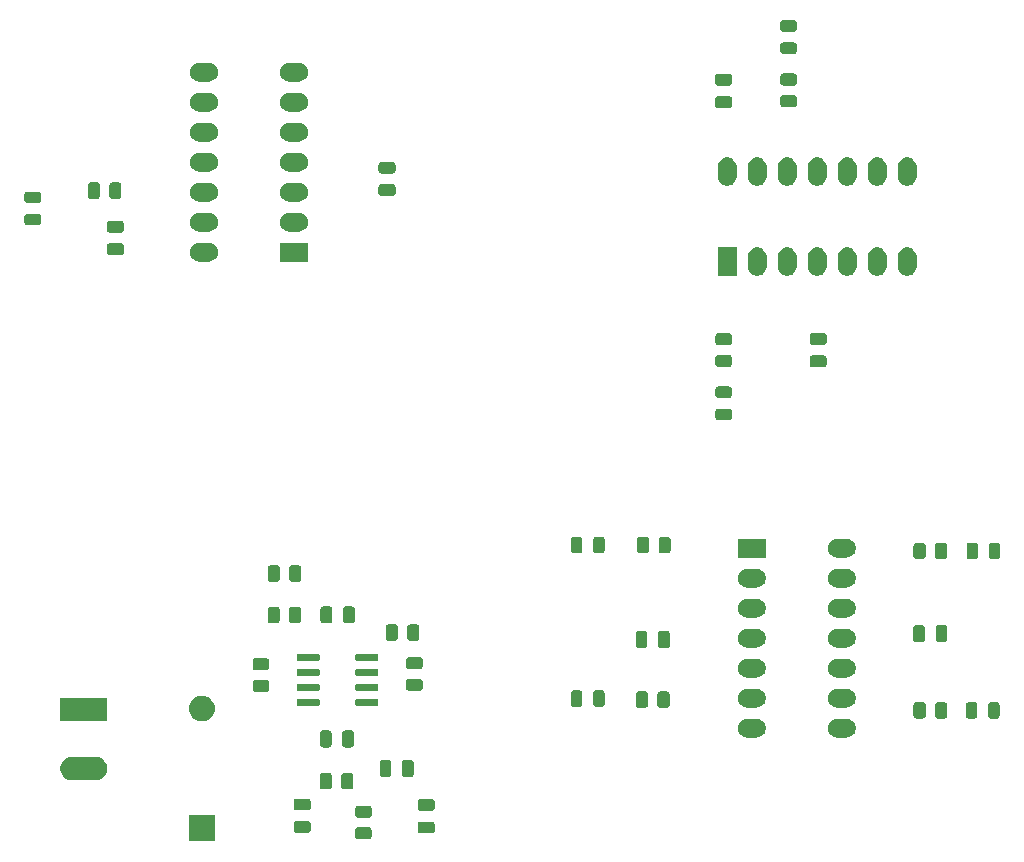
<source format=gbr>
%TF.GenerationSoftware,KiCad,Pcbnew,8.0.5*%
%TF.CreationDate,2024-11-03T20:31:12-06:00*%
%TF.ProjectId,KiCAD_Custom_DRC_Rules_for_PCBWay,4b694341-445f-4437-9573-746f6d5f4452,rev?*%
%TF.SameCoordinates,Original*%
%TF.FileFunction,Soldermask,Top*%
%TF.FilePolarity,Negative*%
%FSLAX46Y46*%
G04 Gerber Fmt 4.6, Leading zero omitted, Abs format (unit mm)*
G04 Created by KiCad (PCBNEW 8.0.5) date 2024-11-03 20:31:12*
%MOMM*%
%LPD*%
G01*
G04 APERTURE LIST*
G04 APERTURE END LIST*
G36*
X68415000Y-125100000D02*
G01*
X66215000Y-125100000D01*
X66215000Y-122900000D01*
X68415000Y-122900000D01*
X68415000Y-125100000D01*
G37*
G36*
X81454116Y-123900818D02*
G01*
X81505379Y-123906766D01*
X81522892Y-123914499D01*
X81545671Y-123919030D01*
X81570057Y-123935324D01*
X81590788Y-123944478D01*
X81604946Y-123958636D01*
X81626777Y-123973223D01*
X81641363Y-123995053D01*
X81655521Y-124009211D01*
X81664673Y-124029939D01*
X81680970Y-124054329D01*
X81685501Y-124077109D01*
X81693233Y-124094620D01*
X81699178Y-124145872D01*
X81700000Y-124150000D01*
X81700000Y-124675000D01*
X81699178Y-124679128D01*
X81693233Y-124730379D01*
X81685501Y-124747888D01*
X81680970Y-124770671D01*
X81664672Y-124795062D01*
X81655521Y-124815788D01*
X81641365Y-124829943D01*
X81626777Y-124851777D01*
X81604943Y-124866365D01*
X81590788Y-124880521D01*
X81570062Y-124889672D01*
X81545671Y-124905970D01*
X81522888Y-124910501D01*
X81505379Y-124918233D01*
X81454129Y-124924178D01*
X81450000Y-124925000D01*
X80550000Y-124925000D01*
X80545873Y-124924179D01*
X80494620Y-124918233D01*
X80477109Y-124910501D01*
X80454329Y-124905970D01*
X80429939Y-124889673D01*
X80409211Y-124880521D01*
X80395053Y-124866363D01*
X80373223Y-124851777D01*
X80358636Y-124829946D01*
X80344478Y-124815788D01*
X80335324Y-124795057D01*
X80319030Y-124770671D01*
X80314499Y-124747892D01*
X80306766Y-124730379D01*
X80300818Y-124679117D01*
X80300000Y-124675000D01*
X80300000Y-124150000D01*
X80300818Y-124145885D01*
X80306766Y-124094620D01*
X80314499Y-124077105D01*
X80319030Y-124054329D01*
X80335323Y-124029944D01*
X80344478Y-124009211D01*
X80358638Y-123995050D01*
X80373223Y-123973223D01*
X80395050Y-123958638D01*
X80409211Y-123944478D01*
X80429944Y-123935323D01*
X80454329Y-123919030D01*
X80477105Y-123914499D01*
X80494620Y-123906766D01*
X80545884Y-123900818D01*
X80550000Y-123900000D01*
X81450000Y-123900000D01*
X81454116Y-123900818D01*
G37*
G36*
X86794116Y-123420818D02*
G01*
X86845379Y-123426766D01*
X86862892Y-123434499D01*
X86885671Y-123439030D01*
X86910057Y-123455324D01*
X86930788Y-123464478D01*
X86944946Y-123478636D01*
X86966777Y-123493223D01*
X86981363Y-123515053D01*
X86995521Y-123529211D01*
X87004673Y-123549939D01*
X87020970Y-123574329D01*
X87025501Y-123597109D01*
X87033233Y-123614620D01*
X87039178Y-123665872D01*
X87040000Y-123670000D01*
X87040000Y-124170000D01*
X87039178Y-124174128D01*
X87033233Y-124225379D01*
X87025501Y-124242888D01*
X87020970Y-124265671D01*
X87004672Y-124290062D01*
X86995521Y-124310788D01*
X86981365Y-124324943D01*
X86966777Y-124346777D01*
X86944943Y-124361365D01*
X86930788Y-124375521D01*
X86910062Y-124384672D01*
X86885671Y-124400970D01*
X86862888Y-124405501D01*
X86845379Y-124413233D01*
X86794129Y-124419178D01*
X86790000Y-124420000D01*
X85840000Y-124420000D01*
X85835873Y-124419179D01*
X85784620Y-124413233D01*
X85767109Y-124405501D01*
X85744329Y-124400970D01*
X85719939Y-124384673D01*
X85699211Y-124375521D01*
X85685053Y-124361363D01*
X85663223Y-124346777D01*
X85648636Y-124324946D01*
X85634478Y-124310788D01*
X85625324Y-124290057D01*
X85609030Y-124265671D01*
X85604499Y-124242892D01*
X85596766Y-124225379D01*
X85590818Y-124174117D01*
X85590000Y-124170000D01*
X85590000Y-123670000D01*
X85590818Y-123665885D01*
X85596766Y-123614620D01*
X85604499Y-123597105D01*
X85609030Y-123574329D01*
X85625323Y-123549944D01*
X85634478Y-123529211D01*
X85648638Y-123515050D01*
X85663223Y-123493223D01*
X85685050Y-123478638D01*
X85699211Y-123464478D01*
X85719944Y-123455323D01*
X85744329Y-123439030D01*
X85767105Y-123434499D01*
X85784620Y-123426766D01*
X85835884Y-123420818D01*
X85840000Y-123420000D01*
X86790000Y-123420000D01*
X86794116Y-123420818D01*
G37*
G36*
X76294116Y-123370818D02*
G01*
X76345379Y-123376766D01*
X76362892Y-123384499D01*
X76385671Y-123389030D01*
X76410057Y-123405324D01*
X76430788Y-123414478D01*
X76444946Y-123428636D01*
X76466777Y-123443223D01*
X76481363Y-123465053D01*
X76495521Y-123479211D01*
X76504673Y-123499939D01*
X76520970Y-123524329D01*
X76525501Y-123547109D01*
X76533233Y-123564620D01*
X76539178Y-123615872D01*
X76540000Y-123620000D01*
X76540000Y-124120000D01*
X76539178Y-124124128D01*
X76533233Y-124175379D01*
X76525501Y-124192888D01*
X76520970Y-124215671D01*
X76504672Y-124240062D01*
X76495521Y-124260788D01*
X76481365Y-124274943D01*
X76466777Y-124296777D01*
X76444943Y-124311365D01*
X76430788Y-124325521D01*
X76410062Y-124334672D01*
X76385671Y-124350970D01*
X76362888Y-124355501D01*
X76345379Y-124363233D01*
X76294129Y-124369178D01*
X76290000Y-124370000D01*
X75340000Y-124370000D01*
X75335873Y-124369179D01*
X75284620Y-124363233D01*
X75267109Y-124355501D01*
X75244329Y-124350970D01*
X75219939Y-124334673D01*
X75199211Y-124325521D01*
X75185053Y-124311363D01*
X75163223Y-124296777D01*
X75148636Y-124274946D01*
X75134478Y-124260788D01*
X75125324Y-124240057D01*
X75109030Y-124215671D01*
X75104499Y-124192892D01*
X75096766Y-124175379D01*
X75090818Y-124124117D01*
X75090000Y-124120000D01*
X75090000Y-123620000D01*
X75090818Y-123615885D01*
X75096766Y-123564620D01*
X75104499Y-123547105D01*
X75109030Y-123524329D01*
X75125323Y-123499944D01*
X75134478Y-123479211D01*
X75148638Y-123465050D01*
X75163223Y-123443223D01*
X75185050Y-123428638D01*
X75199211Y-123414478D01*
X75219944Y-123405323D01*
X75244329Y-123389030D01*
X75267105Y-123384499D01*
X75284620Y-123376766D01*
X75335884Y-123370818D01*
X75340000Y-123370000D01*
X76290000Y-123370000D01*
X76294116Y-123370818D01*
G37*
G36*
X81454116Y-122075818D02*
G01*
X81505379Y-122081766D01*
X81522892Y-122089499D01*
X81545671Y-122094030D01*
X81570057Y-122110324D01*
X81590788Y-122119478D01*
X81604946Y-122133636D01*
X81626777Y-122148223D01*
X81641363Y-122170053D01*
X81655521Y-122184211D01*
X81664673Y-122204939D01*
X81680970Y-122229329D01*
X81685501Y-122252109D01*
X81693233Y-122269620D01*
X81699178Y-122320872D01*
X81700000Y-122325000D01*
X81700000Y-122850000D01*
X81699178Y-122854128D01*
X81693233Y-122905379D01*
X81685501Y-122922888D01*
X81680970Y-122945671D01*
X81664672Y-122970062D01*
X81655521Y-122990788D01*
X81641365Y-123004943D01*
X81626777Y-123026777D01*
X81604943Y-123041365D01*
X81590788Y-123055521D01*
X81570062Y-123064672D01*
X81545671Y-123080970D01*
X81522888Y-123085501D01*
X81505379Y-123093233D01*
X81454129Y-123099178D01*
X81450000Y-123100000D01*
X80550000Y-123100000D01*
X80545873Y-123099179D01*
X80494620Y-123093233D01*
X80477109Y-123085501D01*
X80454329Y-123080970D01*
X80429939Y-123064673D01*
X80409211Y-123055521D01*
X80395053Y-123041363D01*
X80373223Y-123026777D01*
X80358636Y-123004946D01*
X80344478Y-122990788D01*
X80335324Y-122970057D01*
X80319030Y-122945671D01*
X80314499Y-122922892D01*
X80306766Y-122905379D01*
X80300818Y-122854117D01*
X80300000Y-122850000D01*
X80300000Y-122325000D01*
X80300818Y-122320885D01*
X80306766Y-122269620D01*
X80314499Y-122252105D01*
X80319030Y-122229329D01*
X80335323Y-122204944D01*
X80344478Y-122184211D01*
X80358638Y-122170050D01*
X80373223Y-122148223D01*
X80395050Y-122133638D01*
X80409211Y-122119478D01*
X80429944Y-122110323D01*
X80454329Y-122094030D01*
X80477105Y-122089499D01*
X80494620Y-122081766D01*
X80545884Y-122075818D01*
X80550000Y-122075000D01*
X81450000Y-122075000D01*
X81454116Y-122075818D01*
G37*
G36*
X86794116Y-121520818D02*
G01*
X86845379Y-121526766D01*
X86862892Y-121534499D01*
X86885671Y-121539030D01*
X86910057Y-121555324D01*
X86930788Y-121564478D01*
X86944946Y-121578636D01*
X86966777Y-121593223D01*
X86981363Y-121615053D01*
X86995521Y-121629211D01*
X87004673Y-121649939D01*
X87020970Y-121674329D01*
X87025501Y-121697109D01*
X87033233Y-121714620D01*
X87039178Y-121765872D01*
X87040000Y-121770000D01*
X87040000Y-122270000D01*
X87039178Y-122274128D01*
X87033233Y-122325379D01*
X87025501Y-122342888D01*
X87020970Y-122365671D01*
X87004672Y-122390062D01*
X86995521Y-122410788D01*
X86981365Y-122424943D01*
X86966777Y-122446777D01*
X86944943Y-122461365D01*
X86930788Y-122475521D01*
X86910062Y-122484672D01*
X86885671Y-122500970D01*
X86862888Y-122505501D01*
X86845379Y-122513233D01*
X86794129Y-122519178D01*
X86790000Y-122520000D01*
X85840000Y-122520000D01*
X85835873Y-122519179D01*
X85784620Y-122513233D01*
X85767109Y-122505501D01*
X85744329Y-122500970D01*
X85719939Y-122484673D01*
X85699211Y-122475521D01*
X85685053Y-122461363D01*
X85663223Y-122446777D01*
X85648636Y-122424946D01*
X85634478Y-122410788D01*
X85625324Y-122390057D01*
X85609030Y-122365671D01*
X85604499Y-122342892D01*
X85596766Y-122325379D01*
X85590818Y-122274117D01*
X85590000Y-122270000D01*
X85590000Y-121770000D01*
X85590818Y-121765885D01*
X85596766Y-121714620D01*
X85604499Y-121697105D01*
X85609030Y-121674329D01*
X85625323Y-121649944D01*
X85634478Y-121629211D01*
X85648638Y-121615050D01*
X85663223Y-121593223D01*
X85685050Y-121578638D01*
X85699211Y-121564478D01*
X85719944Y-121555323D01*
X85744329Y-121539030D01*
X85767105Y-121534499D01*
X85784620Y-121526766D01*
X85835884Y-121520818D01*
X85840000Y-121520000D01*
X86790000Y-121520000D01*
X86794116Y-121520818D01*
G37*
G36*
X76294116Y-121470818D02*
G01*
X76345379Y-121476766D01*
X76362892Y-121484499D01*
X76385671Y-121489030D01*
X76410057Y-121505324D01*
X76430788Y-121514478D01*
X76444946Y-121528636D01*
X76466777Y-121543223D01*
X76481363Y-121565053D01*
X76495521Y-121579211D01*
X76504673Y-121599939D01*
X76520970Y-121624329D01*
X76525501Y-121647109D01*
X76533233Y-121664620D01*
X76539178Y-121715872D01*
X76540000Y-121720000D01*
X76540000Y-122220000D01*
X76539178Y-122224128D01*
X76533233Y-122275379D01*
X76525501Y-122292888D01*
X76520970Y-122315671D01*
X76504672Y-122340062D01*
X76495521Y-122360788D01*
X76481365Y-122374943D01*
X76466777Y-122396777D01*
X76444943Y-122411365D01*
X76430788Y-122425521D01*
X76410062Y-122434672D01*
X76385671Y-122450970D01*
X76362888Y-122455501D01*
X76345379Y-122463233D01*
X76294129Y-122469178D01*
X76290000Y-122470000D01*
X75340000Y-122470000D01*
X75335873Y-122469179D01*
X75284620Y-122463233D01*
X75267109Y-122455501D01*
X75244329Y-122450970D01*
X75219939Y-122434673D01*
X75199211Y-122425521D01*
X75185053Y-122411363D01*
X75163223Y-122396777D01*
X75148636Y-122374946D01*
X75134478Y-122360788D01*
X75125324Y-122340057D01*
X75109030Y-122315671D01*
X75104499Y-122292892D01*
X75096766Y-122275379D01*
X75090818Y-122224117D01*
X75090000Y-122220000D01*
X75090000Y-121720000D01*
X75090818Y-121715885D01*
X75096766Y-121664620D01*
X75104499Y-121647105D01*
X75109030Y-121624329D01*
X75125323Y-121599944D01*
X75134478Y-121579211D01*
X75148638Y-121565050D01*
X75163223Y-121543223D01*
X75185050Y-121528638D01*
X75199211Y-121514478D01*
X75219944Y-121505323D01*
X75244329Y-121489030D01*
X75267105Y-121484499D01*
X75284620Y-121476766D01*
X75335884Y-121470818D01*
X75340000Y-121470000D01*
X76290000Y-121470000D01*
X76294116Y-121470818D01*
G37*
G36*
X78081616Y-119300818D02*
G01*
X78132879Y-119306766D01*
X78150392Y-119314499D01*
X78173171Y-119319030D01*
X78197557Y-119335324D01*
X78218288Y-119344478D01*
X78232446Y-119358636D01*
X78254277Y-119373223D01*
X78268863Y-119395053D01*
X78283021Y-119409211D01*
X78292173Y-119429939D01*
X78308470Y-119454329D01*
X78313001Y-119477109D01*
X78320733Y-119494620D01*
X78326678Y-119545872D01*
X78327500Y-119550000D01*
X78327500Y-120450000D01*
X78326678Y-120454128D01*
X78320733Y-120505379D01*
X78313001Y-120522888D01*
X78308470Y-120545671D01*
X78292172Y-120570062D01*
X78283021Y-120590788D01*
X78268865Y-120604943D01*
X78254277Y-120626777D01*
X78232443Y-120641365D01*
X78218288Y-120655521D01*
X78197562Y-120664672D01*
X78173171Y-120680970D01*
X78150388Y-120685501D01*
X78132879Y-120693233D01*
X78081629Y-120699178D01*
X78077500Y-120700000D01*
X77552500Y-120700000D01*
X77548373Y-120699179D01*
X77497120Y-120693233D01*
X77479609Y-120685501D01*
X77456829Y-120680970D01*
X77432439Y-120664673D01*
X77411711Y-120655521D01*
X77397553Y-120641363D01*
X77375723Y-120626777D01*
X77361136Y-120604946D01*
X77346978Y-120590788D01*
X77337824Y-120570057D01*
X77321530Y-120545671D01*
X77316999Y-120522892D01*
X77309266Y-120505379D01*
X77303318Y-120454117D01*
X77302500Y-120450000D01*
X77302500Y-119550000D01*
X77303318Y-119545885D01*
X77309266Y-119494620D01*
X77316999Y-119477105D01*
X77321530Y-119454329D01*
X77337823Y-119429944D01*
X77346978Y-119409211D01*
X77361138Y-119395050D01*
X77375723Y-119373223D01*
X77397550Y-119358638D01*
X77411711Y-119344478D01*
X77432444Y-119335323D01*
X77456829Y-119319030D01*
X77479605Y-119314499D01*
X77497120Y-119306766D01*
X77548384Y-119300818D01*
X77552500Y-119300000D01*
X78077500Y-119300000D01*
X78081616Y-119300818D01*
G37*
G36*
X79906616Y-119300818D02*
G01*
X79957879Y-119306766D01*
X79975392Y-119314499D01*
X79998171Y-119319030D01*
X80022557Y-119335324D01*
X80043288Y-119344478D01*
X80057446Y-119358636D01*
X80079277Y-119373223D01*
X80093863Y-119395053D01*
X80108021Y-119409211D01*
X80117173Y-119429939D01*
X80133470Y-119454329D01*
X80138001Y-119477109D01*
X80145733Y-119494620D01*
X80151678Y-119545872D01*
X80152500Y-119550000D01*
X80152500Y-120450000D01*
X80151678Y-120454128D01*
X80145733Y-120505379D01*
X80138001Y-120522888D01*
X80133470Y-120545671D01*
X80117172Y-120570062D01*
X80108021Y-120590788D01*
X80093865Y-120604943D01*
X80079277Y-120626777D01*
X80057443Y-120641365D01*
X80043288Y-120655521D01*
X80022562Y-120664672D01*
X79998171Y-120680970D01*
X79975388Y-120685501D01*
X79957879Y-120693233D01*
X79906629Y-120699178D01*
X79902500Y-120700000D01*
X79377500Y-120700000D01*
X79373373Y-120699179D01*
X79322120Y-120693233D01*
X79304609Y-120685501D01*
X79281829Y-120680970D01*
X79257439Y-120664673D01*
X79236711Y-120655521D01*
X79222553Y-120641363D01*
X79200723Y-120626777D01*
X79186136Y-120604946D01*
X79171978Y-120590788D01*
X79162824Y-120570057D01*
X79146530Y-120545671D01*
X79141999Y-120522892D01*
X79134266Y-120505379D01*
X79128318Y-120454117D01*
X79127500Y-120450000D01*
X79127500Y-119550000D01*
X79128318Y-119545885D01*
X79134266Y-119494620D01*
X79141999Y-119477105D01*
X79146530Y-119454329D01*
X79162823Y-119429944D01*
X79171978Y-119409211D01*
X79186138Y-119395050D01*
X79200723Y-119373223D01*
X79222550Y-119358638D01*
X79236711Y-119344478D01*
X79257444Y-119335323D01*
X79281829Y-119319030D01*
X79304605Y-119314499D01*
X79322120Y-119306766D01*
X79373384Y-119300818D01*
X79377500Y-119300000D01*
X79902500Y-119300000D01*
X79906616Y-119300818D01*
G37*
G36*
X58402037Y-117934767D02*
G01*
X58592382Y-117972629D01*
X58771683Y-118046898D01*
X58933049Y-118154720D01*
X59070280Y-118291951D01*
X59178102Y-118453317D01*
X59252371Y-118632618D01*
X59290233Y-118822963D01*
X59290233Y-119017037D01*
X59252371Y-119207382D01*
X59178102Y-119386683D01*
X59070280Y-119548049D01*
X58933049Y-119685280D01*
X58771683Y-119793102D01*
X58592382Y-119867371D01*
X58402037Y-119905233D01*
X58305000Y-119910000D01*
X58303749Y-119910000D01*
X56326251Y-119910000D01*
X56325000Y-119910000D01*
X56227963Y-119905233D01*
X56037618Y-119867371D01*
X55858317Y-119793102D01*
X55696951Y-119685280D01*
X55559720Y-119548049D01*
X55451898Y-119386683D01*
X55377629Y-119207382D01*
X55339767Y-119017037D01*
X55339767Y-118822963D01*
X55377629Y-118632618D01*
X55451898Y-118453317D01*
X55559720Y-118291951D01*
X55696951Y-118154720D01*
X55858317Y-118046898D01*
X56037618Y-117972629D01*
X56227963Y-117934767D01*
X56325000Y-117930000D01*
X58305000Y-117930000D01*
X58402037Y-117934767D01*
G37*
G36*
X83119116Y-118195818D02*
G01*
X83170379Y-118201766D01*
X83187892Y-118209499D01*
X83210671Y-118214030D01*
X83235057Y-118230324D01*
X83255788Y-118239478D01*
X83269946Y-118253636D01*
X83291777Y-118268223D01*
X83306363Y-118290053D01*
X83320521Y-118304211D01*
X83329673Y-118324939D01*
X83345970Y-118349329D01*
X83350501Y-118372109D01*
X83358233Y-118389620D01*
X83364178Y-118440872D01*
X83365000Y-118445000D01*
X83365000Y-119395000D01*
X83364178Y-119399128D01*
X83358233Y-119450379D01*
X83350501Y-119467888D01*
X83345970Y-119490671D01*
X83329672Y-119515062D01*
X83320521Y-119535788D01*
X83306365Y-119549943D01*
X83291777Y-119571777D01*
X83269943Y-119586365D01*
X83255788Y-119600521D01*
X83235062Y-119609672D01*
X83210671Y-119625970D01*
X83187888Y-119630501D01*
X83170379Y-119638233D01*
X83119129Y-119644178D01*
X83115000Y-119645000D01*
X82615000Y-119645000D01*
X82610873Y-119644179D01*
X82559620Y-119638233D01*
X82542109Y-119630501D01*
X82519329Y-119625970D01*
X82494939Y-119609673D01*
X82474211Y-119600521D01*
X82460053Y-119586363D01*
X82438223Y-119571777D01*
X82423636Y-119549946D01*
X82409478Y-119535788D01*
X82400324Y-119515057D01*
X82384030Y-119490671D01*
X82379499Y-119467892D01*
X82371766Y-119450379D01*
X82365818Y-119399117D01*
X82365000Y-119395000D01*
X82365000Y-118445000D01*
X82365818Y-118440885D01*
X82371766Y-118389620D01*
X82379499Y-118372105D01*
X82384030Y-118349329D01*
X82400323Y-118324944D01*
X82409478Y-118304211D01*
X82423638Y-118290050D01*
X82438223Y-118268223D01*
X82460050Y-118253638D01*
X82474211Y-118239478D01*
X82494944Y-118230323D01*
X82519329Y-118214030D01*
X82542105Y-118209499D01*
X82559620Y-118201766D01*
X82610884Y-118195818D01*
X82615000Y-118195000D01*
X83115000Y-118195000D01*
X83119116Y-118195818D01*
G37*
G36*
X85019116Y-118195818D02*
G01*
X85070379Y-118201766D01*
X85087892Y-118209499D01*
X85110671Y-118214030D01*
X85135057Y-118230324D01*
X85155788Y-118239478D01*
X85169946Y-118253636D01*
X85191777Y-118268223D01*
X85206363Y-118290053D01*
X85220521Y-118304211D01*
X85229673Y-118324939D01*
X85245970Y-118349329D01*
X85250501Y-118372109D01*
X85258233Y-118389620D01*
X85264178Y-118440872D01*
X85265000Y-118445000D01*
X85265000Y-119395000D01*
X85264178Y-119399128D01*
X85258233Y-119450379D01*
X85250501Y-119467888D01*
X85245970Y-119490671D01*
X85229672Y-119515062D01*
X85220521Y-119535788D01*
X85206365Y-119549943D01*
X85191777Y-119571777D01*
X85169943Y-119586365D01*
X85155788Y-119600521D01*
X85135062Y-119609672D01*
X85110671Y-119625970D01*
X85087888Y-119630501D01*
X85070379Y-119638233D01*
X85019129Y-119644178D01*
X85015000Y-119645000D01*
X84515000Y-119645000D01*
X84510873Y-119644179D01*
X84459620Y-119638233D01*
X84442109Y-119630501D01*
X84419329Y-119625970D01*
X84394939Y-119609673D01*
X84374211Y-119600521D01*
X84360053Y-119586363D01*
X84338223Y-119571777D01*
X84323636Y-119549946D01*
X84309478Y-119535788D01*
X84300324Y-119515057D01*
X84284030Y-119490671D01*
X84279499Y-119467892D01*
X84271766Y-119450379D01*
X84265818Y-119399117D01*
X84265000Y-119395000D01*
X84265000Y-118445000D01*
X84265818Y-118440885D01*
X84271766Y-118389620D01*
X84279499Y-118372105D01*
X84284030Y-118349329D01*
X84300323Y-118324944D01*
X84309478Y-118304211D01*
X84323638Y-118290050D01*
X84338223Y-118268223D01*
X84360050Y-118253638D01*
X84374211Y-118239478D01*
X84394944Y-118230323D01*
X84419329Y-118214030D01*
X84442105Y-118209499D01*
X84459620Y-118201766D01*
X84510884Y-118195818D01*
X84515000Y-118195000D01*
X85015000Y-118195000D01*
X85019116Y-118195818D01*
G37*
G36*
X78069116Y-115695818D02*
G01*
X78120379Y-115701766D01*
X78137892Y-115709499D01*
X78160671Y-115714030D01*
X78185057Y-115730324D01*
X78205788Y-115739478D01*
X78219946Y-115753636D01*
X78241777Y-115768223D01*
X78256363Y-115790053D01*
X78270521Y-115804211D01*
X78279673Y-115824939D01*
X78295970Y-115849329D01*
X78300501Y-115872109D01*
X78308233Y-115889620D01*
X78314178Y-115940872D01*
X78315000Y-115945000D01*
X78315000Y-116895000D01*
X78314178Y-116899128D01*
X78308233Y-116950379D01*
X78300501Y-116967888D01*
X78295970Y-116990671D01*
X78279672Y-117015062D01*
X78270521Y-117035788D01*
X78256365Y-117049943D01*
X78241777Y-117071777D01*
X78219943Y-117086365D01*
X78205788Y-117100521D01*
X78185062Y-117109672D01*
X78160671Y-117125970D01*
X78137888Y-117130501D01*
X78120379Y-117138233D01*
X78069129Y-117144178D01*
X78065000Y-117145000D01*
X77565000Y-117145000D01*
X77560873Y-117144179D01*
X77509620Y-117138233D01*
X77492109Y-117130501D01*
X77469329Y-117125970D01*
X77444939Y-117109673D01*
X77424211Y-117100521D01*
X77410053Y-117086363D01*
X77388223Y-117071777D01*
X77373636Y-117049946D01*
X77359478Y-117035788D01*
X77350324Y-117015057D01*
X77334030Y-116990671D01*
X77329499Y-116967892D01*
X77321766Y-116950379D01*
X77315818Y-116899117D01*
X77315000Y-116895000D01*
X77315000Y-115945000D01*
X77315818Y-115940885D01*
X77321766Y-115889620D01*
X77329499Y-115872105D01*
X77334030Y-115849329D01*
X77350323Y-115824944D01*
X77359478Y-115804211D01*
X77373638Y-115790050D01*
X77388223Y-115768223D01*
X77410050Y-115753638D01*
X77424211Y-115739478D01*
X77444944Y-115730323D01*
X77469329Y-115714030D01*
X77492105Y-115709499D01*
X77509620Y-115701766D01*
X77560884Y-115695818D01*
X77565000Y-115695000D01*
X78065000Y-115695000D01*
X78069116Y-115695818D01*
G37*
G36*
X79969116Y-115695818D02*
G01*
X80020379Y-115701766D01*
X80037892Y-115709499D01*
X80060671Y-115714030D01*
X80085057Y-115730324D01*
X80105788Y-115739478D01*
X80119946Y-115753636D01*
X80141777Y-115768223D01*
X80156363Y-115790053D01*
X80170521Y-115804211D01*
X80179673Y-115824939D01*
X80195970Y-115849329D01*
X80200501Y-115872109D01*
X80208233Y-115889620D01*
X80214178Y-115940872D01*
X80215000Y-115945000D01*
X80215000Y-116895000D01*
X80214178Y-116899128D01*
X80208233Y-116950379D01*
X80200501Y-116967888D01*
X80195970Y-116990671D01*
X80179672Y-117015062D01*
X80170521Y-117035788D01*
X80156365Y-117049943D01*
X80141777Y-117071777D01*
X80119943Y-117086365D01*
X80105788Y-117100521D01*
X80085062Y-117109672D01*
X80060671Y-117125970D01*
X80037888Y-117130501D01*
X80020379Y-117138233D01*
X79969129Y-117144178D01*
X79965000Y-117145000D01*
X79465000Y-117145000D01*
X79460873Y-117144179D01*
X79409620Y-117138233D01*
X79392109Y-117130501D01*
X79369329Y-117125970D01*
X79344939Y-117109673D01*
X79324211Y-117100521D01*
X79310053Y-117086363D01*
X79288223Y-117071777D01*
X79273636Y-117049946D01*
X79259478Y-117035788D01*
X79250324Y-117015057D01*
X79234030Y-116990671D01*
X79229499Y-116967892D01*
X79221766Y-116950379D01*
X79215818Y-116899117D01*
X79215000Y-116895000D01*
X79215000Y-115945000D01*
X79215818Y-115940885D01*
X79221766Y-115889620D01*
X79229499Y-115872105D01*
X79234030Y-115849329D01*
X79250323Y-115824944D01*
X79259478Y-115804211D01*
X79273638Y-115790050D01*
X79288223Y-115768223D01*
X79310050Y-115753638D01*
X79324211Y-115739478D01*
X79344944Y-115730323D01*
X79369329Y-115714030D01*
X79392105Y-115709499D01*
X79409620Y-115701766D01*
X79460884Y-115695818D01*
X79465000Y-115695000D01*
X79965000Y-115695000D01*
X79969116Y-115695818D01*
G37*
G36*
X114358414Y-114703852D02*
G01*
X114512228Y-114734448D01*
X114657117Y-114794463D01*
X114787515Y-114881592D01*
X114898408Y-114992485D01*
X114985537Y-115122883D01*
X115045552Y-115267772D01*
X115076148Y-115421586D01*
X115076148Y-115578414D01*
X115045552Y-115732228D01*
X114985537Y-115877117D01*
X114898408Y-116007515D01*
X114787515Y-116118408D01*
X114657117Y-116205537D01*
X114512228Y-116265552D01*
X114358414Y-116296148D01*
X114280000Y-116300000D01*
X114278749Y-116300000D01*
X113481251Y-116300000D01*
X113480000Y-116300000D01*
X113401586Y-116296148D01*
X113247772Y-116265552D01*
X113102883Y-116205537D01*
X112972485Y-116118408D01*
X112861592Y-116007515D01*
X112774463Y-115877117D01*
X112714448Y-115732228D01*
X112683852Y-115578414D01*
X112683852Y-115421586D01*
X112714448Y-115267772D01*
X112774463Y-115122883D01*
X112861592Y-114992485D01*
X112972485Y-114881592D01*
X113102883Y-114794463D01*
X113247772Y-114734448D01*
X113401586Y-114703852D01*
X113480000Y-114700000D01*
X114280000Y-114700000D01*
X114358414Y-114703852D01*
G37*
G36*
X121978414Y-114703852D02*
G01*
X122132228Y-114734448D01*
X122277117Y-114794463D01*
X122407515Y-114881592D01*
X122518408Y-114992485D01*
X122605537Y-115122883D01*
X122665552Y-115267772D01*
X122696148Y-115421586D01*
X122696148Y-115578414D01*
X122665552Y-115732228D01*
X122605537Y-115877117D01*
X122518408Y-116007515D01*
X122407515Y-116118408D01*
X122277117Y-116205537D01*
X122132228Y-116265552D01*
X121978414Y-116296148D01*
X121900000Y-116300000D01*
X121898749Y-116300000D01*
X121101251Y-116300000D01*
X121100000Y-116300000D01*
X121021586Y-116296148D01*
X120867772Y-116265552D01*
X120722883Y-116205537D01*
X120592485Y-116118408D01*
X120481592Y-116007515D01*
X120394463Y-115877117D01*
X120334448Y-115732228D01*
X120303852Y-115578414D01*
X120303852Y-115421586D01*
X120334448Y-115267772D01*
X120394463Y-115122883D01*
X120481592Y-114992485D01*
X120592485Y-114881592D01*
X120722883Y-114794463D01*
X120867772Y-114734448D01*
X121021586Y-114703852D01*
X121100000Y-114700000D01*
X121900000Y-114700000D01*
X121978414Y-114703852D01*
G37*
G36*
X67616029Y-112781992D02*
G01*
X67805312Y-112855320D01*
X67977898Y-112962181D01*
X68127910Y-113098935D01*
X68250239Y-113260925D01*
X68340719Y-113442634D01*
X68396270Y-113637876D01*
X68415000Y-113840000D01*
X68396270Y-114042124D01*
X68340719Y-114237366D01*
X68250239Y-114419075D01*
X68127910Y-114581065D01*
X67977898Y-114717819D01*
X67805312Y-114824680D01*
X67616029Y-114898008D01*
X67416495Y-114935308D01*
X67213505Y-114935308D01*
X67013971Y-114898008D01*
X66824688Y-114824680D01*
X66652102Y-114717819D01*
X66502090Y-114581065D01*
X66379761Y-114419075D01*
X66289281Y-114237366D01*
X66233730Y-114042124D01*
X66215000Y-113840000D01*
X66233730Y-113637876D01*
X66289281Y-113442634D01*
X66379761Y-113260925D01*
X66502090Y-113098935D01*
X66652102Y-112962181D01*
X66824688Y-112855320D01*
X67013971Y-112781992D01*
X67213505Y-112744692D01*
X67416495Y-112744692D01*
X67616029Y-112781992D01*
G37*
G36*
X59295000Y-114910000D02*
G01*
X55335000Y-114910000D01*
X55335000Y-112930000D01*
X59295000Y-112930000D01*
X59295000Y-114910000D01*
G37*
G36*
X128354116Y-113300818D02*
G01*
X128405379Y-113306766D01*
X128422892Y-113314499D01*
X128445671Y-113319030D01*
X128470057Y-113335324D01*
X128490788Y-113344478D01*
X128504946Y-113358636D01*
X128526777Y-113373223D01*
X128541363Y-113395053D01*
X128555521Y-113409211D01*
X128564673Y-113429939D01*
X128580970Y-113454329D01*
X128585501Y-113477109D01*
X128593233Y-113494620D01*
X128599178Y-113545872D01*
X128600000Y-113550000D01*
X128600000Y-114450000D01*
X128599178Y-114454128D01*
X128593233Y-114505379D01*
X128585501Y-114522888D01*
X128580970Y-114545671D01*
X128564672Y-114570062D01*
X128555521Y-114590788D01*
X128541365Y-114604943D01*
X128526777Y-114626777D01*
X128504943Y-114641365D01*
X128490788Y-114655521D01*
X128470062Y-114664672D01*
X128445671Y-114680970D01*
X128422888Y-114685501D01*
X128405379Y-114693233D01*
X128354129Y-114699178D01*
X128350000Y-114700000D01*
X127825000Y-114700000D01*
X127820873Y-114699179D01*
X127769620Y-114693233D01*
X127752109Y-114685501D01*
X127729329Y-114680970D01*
X127704939Y-114664673D01*
X127684211Y-114655521D01*
X127670053Y-114641363D01*
X127648223Y-114626777D01*
X127633636Y-114604946D01*
X127619478Y-114590788D01*
X127610324Y-114570057D01*
X127594030Y-114545671D01*
X127589499Y-114522892D01*
X127581766Y-114505379D01*
X127575818Y-114454117D01*
X127575000Y-114450000D01*
X127575000Y-113550000D01*
X127575818Y-113545885D01*
X127581766Y-113494620D01*
X127589499Y-113477105D01*
X127594030Y-113454329D01*
X127610323Y-113429944D01*
X127619478Y-113409211D01*
X127633638Y-113395050D01*
X127648223Y-113373223D01*
X127670050Y-113358638D01*
X127684211Y-113344478D01*
X127704944Y-113335323D01*
X127729329Y-113319030D01*
X127752105Y-113314499D01*
X127769620Y-113306766D01*
X127820884Y-113300818D01*
X127825000Y-113300000D01*
X128350000Y-113300000D01*
X128354116Y-113300818D01*
G37*
G36*
X130179116Y-113300818D02*
G01*
X130230379Y-113306766D01*
X130247892Y-113314499D01*
X130270671Y-113319030D01*
X130295057Y-113335324D01*
X130315788Y-113344478D01*
X130329946Y-113358636D01*
X130351777Y-113373223D01*
X130366363Y-113395053D01*
X130380521Y-113409211D01*
X130389673Y-113429939D01*
X130405970Y-113454329D01*
X130410501Y-113477109D01*
X130418233Y-113494620D01*
X130424178Y-113545872D01*
X130425000Y-113550000D01*
X130425000Y-114450000D01*
X130424178Y-114454128D01*
X130418233Y-114505379D01*
X130410501Y-114522888D01*
X130405970Y-114545671D01*
X130389672Y-114570062D01*
X130380521Y-114590788D01*
X130366365Y-114604943D01*
X130351777Y-114626777D01*
X130329943Y-114641365D01*
X130315788Y-114655521D01*
X130295062Y-114664672D01*
X130270671Y-114680970D01*
X130247888Y-114685501D01*
X130230379Y-114693233D01*
X130179129Y-114699178D01*
X130175000Y-114700000D01*
X129650000Y-114700000D01*
X129645873Y-114699179D01*
X129594620Y-114693233D01*
X129577109Y-114685501D01*
X129554329Y-114680970D01*
X129529939Y-114664673D01*
X129509211Y-114655521D01*
X129495053Y-114641363D01*
X129473223Y-114626777D01*
X129458636Y-114604946D01*
X129444478Y-114590788D01*
X129435324Y-114570057D01*
X129419030Y-114545671D01*
X129414499Y-114522892D01*
X129406766Y-114505379D01*
X129400818Y-114454117D01*
X129400000Y-114450000D01*
X129400000Y-113550000D01*
X129400818Y-113545885D01*
X129406766Y-113494620D01*
X129414499Y-113477105D01*
X129419030Y-113454329D01*
X129435323Y-113429944D01*
X129444478Y-113409211D01*
X129458638Y-113395050D01*
X129473223Y-113373223D01*
X129495050Y-113358638D01*
X129509211Y-113344478D01*
X129529944Y-113335323D01*
X129554329Y-113319030D01*
X129577105Y-113314499D01*
X129594620Y-113306766D01*
X129645884Y-113300818D01*
X129650000Y-113300000D01*
X130175000Y-113300000D01*
X130179116Y-113300818D01*
G37*
G36*
X132747866Y-113300818D02*
G01*
X132797698Y-113306600D01*
X132814722Y-113314117D01*
X132837029Y-113318554D01*
X132860908Y-113334510D01*
X132881006Y-113343384D01*
X132894733Y-113357111D01*
X132916107Y-113371393D01*
X132930388Y-113392766D01*
X132944115Y-113406493D01*
X132952988Y-113426588D01*
X132968946Y-113450471D01*
X132973383Y-113472779D01*
X132980899Y-113489801D01*
X132986678Y-113539621D01*
X132987500Y-113543750D01*
X132987500Y-114456250D01*
X132986678Y-114460378D01*
X132980899Y-114510198D01*
X132973383Y-114527218D01*
X132968946Y-114549529D01*
X132952986Y-114573413D01*
X132944115Y-114593506D01*
X132930390Y-114607230D01*
X132916107Y-114628607D01*
X132894730Y-114642890D01*
X132881006Y-114656615D01*
X132860913Y-114665486D01*
X132837029Y-114681446D01*
X132814718Y-114685883D01*
X132797698Y-114693399D01*
X132747879Y-114699178D01*
X132743750Y-114700000D01*
X132256250Y-114700000D01*
X132252123Y-114699179D01*
X132202301Y-114693399D01*
X132185279Y-114685883D01*
X132162971Y-114681446D01*
X132139088Y-114665488D01*
X132118993Y-114656615D01*
X132105266Y-114642888D01*
X132083893Y-114628607D01*
X132069611Y-114607233D01*
X132055884Y-114593506D01*
X132047010Y-114573408D01*
X132031054Y-114549529D01*
X132026617Y-114527222D01*
X132019100Y-114510198D01*
X132013318Y-114460367D01*
X132012500Y-114456250D01*
X132012500Y-113543750D01*
X132013318Y-113539635D01*
X132019100Y-113489801D01*
X132026617Y-113472775D01*
X132031054Y-113450471D01*
X132047008Y-113426593D01*
X132055884Y-113406493D01*
X132069613Y-113392763D01*
X132083893Y-113371393D01*
X132105263Y-113357113D01*
X132118993Y-113343384D01*
X132139093Y-113334508D01*
X132162971Y-113318554D01*
X132185275Y-113314117D01*
X132202301Y-113306600D01*
X132252134Y-113300818D01*
X132256250Y-113300000D01*
X132743750Y-113300000D01*
X132747866Y-113300818D01*
G37*
G36*
X134622866Y-113300818D02*
G01*
X134672698Y-113306600D01*
X134689722Y-113314117D01*
X134712029Y-113318554D01*
X134735908Y-113334510D01*
X134756006Y-113343384D01*
X134769733Y-113357111D01*
X134791107Y-113371393D01*
X134805388Y-113392766D01*
X134819115Y-113406493D01*
X134827988Y-113426588D01*
X134843946Y-113450471D01*
X134848383Y-113472779D01*
X134855899Y-113489801D01*
X134861678Y-113539621D01*
X134862500Y-113543750D01*
X134862500Y-114456250D01*
X134861678Y-114460378D01*
X134855899Y-114510198D01*
X134848383Y-114527218D01*
X134843946Y-114549529D01*
X134827986Y-114573413D01*
X134819115Y-114593506D01*
X134805390Y-114607230D01*
X134791107Y-114628607D01*
X134769730Y-114642890D01*
X134756006Y-114656615D01*
X134735913Y-114665486D01*
X134712029Y-114681446D01*
X134689718Y-114685883D01*
X134672698Y-114693399D01*
X134622879Y-114699178D01*
X134618750Y-114700000D01*
X134131250Y-114700000D01*
X134127123Y-114699179D01*
X134077301Y-114693399D01*
X134060279Y-114685883D01*
X134037971Y-114681446D01*
X134014088Y-114665488D01*
X133993993Y-114656615D01*
X133980266Y-114642888D01*
X133958893Y-114628607D01*
X133944611Y-114607233D01*
X133930884Y-114593506D01*
X133922010Y-114573408D01*
X133906054Y-114549529D01*
X133901617Y-114527222D01*
X133894100Y-114510198D01*
X133888318Y-114460367D01*
X133887500Y-114456250D01*
X133887500Y-113543750D01*
X133888318Y-113539635D01*
X133894100Y-113489801D01*
X133901617Y-113472775D01*
X133906054Y-113450471D01*
X133922008Y-113426593D01*
X133930884Y-113406493D01*
X133944613Y-113392763D01*
X133958893Y-113371393D01*
X133980263Y-113357113D01*
X133993993Y-113343384D01*
X134014093Y-113334508D01*
X134037971Y-113318554D01*
X134060275Y-113314117D01*
X134077301Y-113306600D01*
X134127134Y-113300818D01*
X134131250Y-113300000D01*
X134618750Y-113300000D01*
X134622866Y-113300818D01*
G37*
G36*
X104854116Y-112388318D02*
G01*
X104905379Y-112394266D01*
X104922892Y-112401999D01*
X104945671Y-112406530D01*
X104970057Y-112422824D01*
X104990788Y-112431978D01*
X105004946Y-112446136D01*
X105026777Y-112460723D01*
X105041363Y-112482553D01*
X105055521Y-112496711D01*
X105064673Y-112517439D01*
X105080970Y-112541829D01*
X105085501Y-112564609D01*
X105093233Y-112582120D01*
X105099178Y-112633372D01*
X105100000Y-112637500D01*
X105100000Y-113537500D01*
X105099178Y-113541628D01*
X105093233Y-113592879D01*
X105085501Y-113610388D01*
X105080970Y-113633171D01*
X105064672Y-113657562D01*
X105055521Y-113678288D01*
X105041365Y-113692443D01*
X105026777Y-113714277D01*
X105004943Y-113728865D01*
X104990788Y-113743021D01*
X104970062Y-113752172D01*
X104945671Y-113768470D01*
X104922888Y-113773001D01*
X104905379Y-113780733D01*
X104854129Y-113786678D01*
X104850000Y-113787500D01*
X104325000Y-113787500D01*
X104320873Y-113786679D01*
X104269620Y-113780733D01*
X104252109Y-113773001D01*
X104229329Y-113768470D01*
X104204939Y-113752173D01*
X104184211Y-113743021D01*
X104170053Y-113728863D01*
X104148223Y-113714277D01*
X104133636Y-113692446D01*
X104119478Y-113678288D01*
X104110324Y-113657557D01*
X104094030Y-113633171D01*
X104089499Y-113610392D01*
X104081766Y-113592879D01*
X104075818Y-113541617D01*
X104075000Y-113537500D01*
X104075000Y-112637500D01*
X104075818Y-112633385D01*
X104081766Y-112582120D01*
X104089499Y-112564605D01*
X104094030Y-112541829D01*
X104110323Y-112517444D01*
X104119478Y-112496711D01*
X104133638Y-112482550D01*
X104148223Y-112460723D01*
X104170050Y-112446138D01*
X104184211Y-112431978D01*
X104204944Y-112422823D01*
X104229329Y-112406530D01*
X104252105Y-112401999D01*
X104269620Y-112394266D01*
X104320884Y-112388318D01*
X104325000Y-112387500D01*
X104850000Y-112387500D01*
X104854116Y-112388318D01*
G37*
G36*
X106679116Y-112388318D02*
G01*
X106730379Y-112394266D01*
X106747892Y-112401999D01*
X106770671Y-112406530D01*
X106795057Y-112422824D01*
X106815788Y-112431978D01*
X106829946Y-112446136D01*
X106851777Y-112460723D01*
X106866363Y-112482553D01*
X106880521Y-112496711D01*
X106889673Y-112517439D01*
X106905970Y-112541829D01*
X106910501Y-112564609D01*
X106918233Y-112582120D01*
X106924178Y-112633372D01*
X106925000Y-112637500D01*
X106925000Y-113537500D01*
X106924178Y-113541628D01*
X106918233Y-113592879D01*
X106910501Y-113610388D01*
X106905970Y-113633171D01*
X106889672Y-113657562D01*
X106880521Y-113678288D01*
X106866365Y-113692443D01*
X106851777Y-113714277D01*
X106829943Y-113728865D01*
X106815788Y-113743021D01*
X106795062Y-113752172D01*
X106770671Y-113768470D01*
X106747888Y-113773001D01*
X106730379Y-113780733D01*
X106679129Y-113786678D01*
X106675000Y-113787500D01*
X106150000Y-113787500D01*
X106145873Y-113786679D01*
X106094620Y-113780733D01*
X106077109Y-113773001D01*
X106054329Y-113768470D01*
X106029939Y-113752173D01*
X106009211Y-113743021D01*
X105995053Y-113728863D01*
X105973223Y-113714277D01*
X105958636Y-113692446D01*
X105944478Y-113678288D01*
X105935324Y-113657557D01*
X105919030Y-113633171D01*
X105914499Y-113610392D01*
X105906766Y-113592879D01*
X105900818Y-113541617D01*
X105900000Y-113537500D01*
X105900000Y-112637500D01*
X105900818Y-112633385D01*
X105906766Y-112582120D01*
X105914499Y-112564605D01*
X105919030Y-112541829D01*
X105935323Y-112517444D01*
X105944478Y-112496711D01*
X105958638Y-112482550D01*
X105973223Y-112460723D01*
X105995050Y-112446138D01*
X106009211Y-112431978D01*
X106029944Y-112422823D01*
X106054329Y-112406530D01*
X106077105Y-112401999D01*
X106094620Y-112394266D01*
X106145884Y-112388318D01*
X106150000Y-112387500D01*
X106675000Y-112387500D01*
X106679116Y-112388318D01*
G37*
G36*
X114358414Y-112163852D02*
G01*
X114512228Y-112194448D01*
X114657117Y-112254463D01*
X114787515Y-112341592D01*
X114898408Y-112452485D01*
X114985537Y-112582883D01*
X115045552Y-112727772D01*
X115076148Y-112881586D01*
X115076148Y-113038414D01*
X115045552Y-113192228D01*
X114985537Y-113337117D01*
X114898408Y-113467515D01*
X114787515Y-113578408D01*
X114657117Y-113665537D01*
X114512228Y-113725552D01*
X114358414Y-113756148D01*
X114280000Y-113760000D01*
X114278749Y-113760000D01*
X113481251Y-113760000D01*
X113480000Y-113760000D01*
X113401586Y-113756148D01*
X113247772Y-113725552D01*
X113102883Y-113665537D01*
X112972485Y-113578408D01*
X112861592Y-113467515D01*
X112774463Y-113337117D01*
X112714448Y-113192228D01*
X112683852Y-113038414D01*
X112683852Y-112881586D01*
X112714448Y-112727772D01*
X112774463Y-112582883D01*
X112861592Y-112452485D01*
X112972485Y-112341592D01*
X113102883Y-112254463D01*
X113247772Y-112194448D01*
X113401586Y-112163852D01*
X113480000Y-112160000D01*
X114280000Y-112160000D01*
X114358414Y-112163852D01*
G37*
G36*
X121978414Y-112163852D02*
G01*
X122132228Y-112194448D01*
X122277117Y-112254463D01*
X122407515Y-112341592D01*
X122518408Y-112452485D01*
X122605537Y-112582883D01*
X122665552Y-112727772D01*
X122696148Y-112881586D01*
X122696148Y-113038414D01*
X122665552Y-113192228D01*
X122605537Y-113337117D01*
X122518408Y-113467515D01*
X122407515Y-113578408D01*
X122277117Y-113665537D01*
X122132228Y-113725552D01*
X121978414Y-113756148D01*
X121900000Y-113760000D01*
X121898749Y-113760000D01*
X121101251Y-113760000D01*
X121100000Y-113760000D01*
X121021586Y-113756148D01*
X120867772Y-113725552D01*
X120722883Y-113665537D01*
X120592485Y-113578408D01*
X120481592Y-113467515D01*
X120394463Y-113337117D01*
X120334448Y-113192228D01*
X120303852Y-113038414D01*
X120303852Y-112881586D01*
X120334448Y-112727772D01*
X120394463Y-112582883D01*
X120481592Y-112452485D01*
X120592485Y-112341592D01*
X120722883Y-112254463D01*
X120867772Y-112194448D01*
X121021586Y-112163852D01*
X121100000Y-112160000D01*
X121900000Y-112160000D01*
X121978414Y-112163852D01*
G37*
G36*
X99310366Y-112300818D02*
G01*
X99360198Y-112306600D01*
X99377222Y-112314117D01*
X99399529Y-112318554D01*
X99423408Y-112334510D01*
X99443506Y-112343384D01*
X99457233Y-112357111D01*
X99478607Y-112371393D01*
X99492888Y-112392766D01*
X99506615Y-112406493D01*
X99515488Y-112426588D01*
X99531446Y-112450471D01*
X99535883Y-112472779D01*
X99543399Y-112489801D01*
X99549178Y-112539621D01*
X99550000Y-112543750D01*
X99550000Y-113456250D01*
X99549178Y-113460378D01*
X99543399Y-113510198D01*
X99535883Y-113527218D01*
X99531446Y-113549529D01*
X99515486Y-113573413D01*
X99506615Y-113593506D01*
X99492890Y-113607230D01*
X99478607Y-113628607D01*
X99457230Y-113642890D01*
X99443506Y-113656615D01*
X99423413Y-113665486D01*
X99399529Y-113681446D01*
X99377218Y-113685883D01*
X99360198Y-113693399D01*
X99310379Y-113699178D01*
X99306250Y-113700000D01*
X98818750Y-113700000D01*
X98814623Y-113699179D01*
X98764801Y-113693399D01*
X98747779Y-113685883D01*
X98725471Y-113681446D01*
X98701588Y-113665488D01*
X98681493Y-113656615D01*
X98667766Y-113642888D01*
X98646393Y-113628607D01*
X98632111Y-113607233D01*
X98618384Y-113593506D01*
X98609510Y-113573408D01*
X98593554Y-113549529D01*
X98589117Y-113527222D01*
X98581600Y-113510198D01*
X98575818Y-113460367D01*
X98575000Y-113456250D01*
X98575000Y-112543750D01*
X98575818Y-112539635D01*
X98581600Y-112489801D01*
X98589117Y-112472775D01*
X98593554Y-112450471D01*
X98609508Y-112426593D01*
X98618384Y-112406493D01*
X98632113Y-112392763D01*
X98646393Y-112371393D01*
X98667763Y-112357113D01*
X98681493Y-112343384D01*
X98701593Y-112334508D01*
X98725471Y-112318554D01*
X98747775Y-112314117D01*
X98764801Y-112306600D01*
X98814634Y-112300818D01*
X98818750Y-112300000D01*
X99306250Y-112300000D01*
X99310366Y-112300818D01*
G37*
G36*
X101185366Y-112300818D02*
G01*
X101235198Y-112306600D01*
X101252222Y-112314117D01*
X101274529Y-112318554D01*
X101298408Y-112334510D01*
X101318506Y-112343384D01*
X101332233Y-112357111D01*
X101353607Y-112371393D01*
X101367888Y-112392766D01*
X101381615Y-112406493D01*
X101390488Y-112426588D01*
X101406446Y-112450471D01*
X101410883Y-112472779D01*
X101418399Y-112489801D01*
X101424178Y-112539621D01*
X101425000Y-112543750D01*
X101425000Y-113456250D01*
X101424178Y-113460378D01*
X101418399Y-113510198D01*
X101410883Y-113527218D01*
X101406446Y-113549529D01*
X101390486Y-113573413D01*
X101381615Y-113593506D01*
X101367890Y-113607230D01*
X101353607Y-113628607D01*
X101332230Y-113642890D01*
X101318506Y-113656615D01*
X101298413Y-113665486D01*
X101274529Y-113681446D01*
X101252218Y-113685883D01*
X101235198Y-113693399D01*
X101185379Y-113699178D01*
X101181250Y-113700000D01*
X100693750Y-113700000D01*
X100689623Y-113699179D01*
X100639801Y-113693399D01*
X100622779Y-113685883D01*
X100600471Y-113681446D01*
X100576588Y-113665488D01*
X100556493Y-113656615D01*
X100542766Y-113642888D01*
X100521393Y-113628607D01*
X100507111Y-113607233D01*
X100493384Y-113593506D01*
X100484510Y-113573408D01*
X100468554Y-113549529D01*
X100464117Y-113527222D01*
X100456600Y-113510198D01*
X100450818Y-113460367D01*
X100450000Y-113456250D01*
X100450000Y-112543750D01*
X100450818Y-112539635D01*
X100456600Y-112489801D01*
X100464117Y-112472775D01*
X100468554Y-112450471D01*
X100484508Y-112426593D01*
X100493384Y-112406493D01*
X100507113Y-112392763D01*
X100521393Y-112371393D01*
X100542763Y-112357113D01*
X100556493Y-112343384D01*
X100576593Y-112334508D01*
X100600471Y-112318554D01*
X100622775Y-112314117D01*
X100639801Y-112306600D01*
X100689634Y-112300818D01*
X100693750Y-112300000D01*
X101181250Y-112300000D01*
X101185366Y-112300818D01*
G37*
G36*
X77222403Y-113036418D02*
G01*
X77271066Y-113068934D01*
X77303582Y-113117597D01*
X77315000Y-113175000D01*
X77315000Y-113475000D01*
X77303582Y-113532403D01*
X77271066Y-113581066D01*
X77222403Y-113613582D01*
X77165000Y-113625000D01*
X75515000Y-113625000D01*
X75457597Y-113613582D01*
X75408934Y-113581066D01*
X75376418Y-113532403D01*
X75365000Y-113475000D01*
X75365000Y-113175000D01*
X75376418Y-113117597D01*
X75408934Y-113068934D01*
X75457597Y-113036418D01*
X75515000Y-113025000D01*
X77165000Y-113025000D01*
X77222403Y-113036418D01*
G37*
G36*
X82172403Y-113036418D02*
G01*
X82221066Y-113068934D01*
X82253582Y-113117597D01*
X82265000Y-113175000D01*
X82265000Y-113475000D01*
X82253582Y-113532403D01*
X82221066Y-113581066D01*
X82172403Y-113613582D01*
X82115000Y-113625000D01*
X80465000Y-113625000D01*
X80407597Y-113613582D01*
X80358934Y-113581066D01*
X80326418Y-113532403D01*
X80315000Y-113475000D01*
X80315000Y-113175000D01*
X80326418Y-113117597D01*
X80358934Y-113068934D01*
X80407597Y-113036418D01*
X80465000Y-113025000D01*
X82115000Y-113025000D01*
X82172403Y-113036418D01*
G37*
G36*
X72769116Y-111408318D02*
G01*
X72820379Y-111414266D01*
X72837892Y-111421999D01*
X72860671Y-111426530D01*
X72885057Y-111442824D01*
X72905788Y-111451978D01*
X72919946Y-111466136D01*
X72941777Y-111480723D01*
X72956363Y-111502553D01*
X72970521Y-111516711D01*
X72979673Y-111537439D01*
X72995970Y-111561829D01*
X73000501Y-111584609D01*
X73008233Y-111602120D01*
X73014178Y-111653372D01*
X73015000Y-111657500D01*
X73015000Y-112182500D01*
X73014178Y-112186628D01*
X73008233Y-112237879D01*
X73000501Y-112255388D01*
X72995970Y-112278171D01*
X72979672Y-112302562D01*
X72970521Y-112323288D01*
X72956365Y-112337443D01*
X72941777Y-112359277D01*
X72919943Y-112373865D01*
X72905788Y-112388021D01*
X72885062Y-112397172D01*
X72860671Y-112413470D01*
X72837888Y-112418001D01*
X72820379Y-112425733D01*
X72769129Y-112431678D01*
X72765000Y-112432500D01*
X71865000Y-112432500D01*
X71860873Y-112431679D01*
X71809620Y-112425733D01*
X71792109Y-112418001D01*
X71769329Y-112413470D01*
X71744939Y-112397173D01*
X71724211Y-112388021D01*
X71710053Y-112373863D01*
X71688223Y-112359277D01*
X71673636Y-112337446D01*
X71659478Y-112323288D01*
X71650324Y-112302557D01*
X71634030Y-112278171D01*
X71629499Y-112255392D01*
X71621766Y-112237879D01*
X71615818Y-112186617D01*
X71615000Y-112182500D01*
X71615000Y-111657500D01*
X71615818Y-111653385D01*
X71621766Y-111602120D01*
X71629499Y-111584605D01*
X71634030Y-111561829D01*
X71650323Y-111537444D01*
X71659478Y-111516711D01*
X71673638Y-111502550D01*
X71688223Y-111480723D01*
X71710050Y-111466138D01*
X71724211Y-111451978D01*
X71744944Y-111442823D01*
X71769329Y-111426530D01*
X71792105Y-111421999D01*
X71809620Y-111414266D01*
X71860884Y-111408318D01*
X71865000Y-111407500D01*
X72765000Y-111407500D01*
X72769116Y-111408318D01*
G37*
G36*
X77222403Y-111766418D02*
G01*
X77271066Y-111798934D01*
X77303582Y-111847597D01*
X77315000Y-111905000D01*
X77315000Y-112205000D01*
X77303582Y-112262403D01*
X77271066Y-112311066D01*
X77222403Y-112343582D01*
X77165000Y-112355000D01*
X75515000Y-112355000D01*
X75457597Y-112343582D01*
X75408934Y-112311066D01*
X75376418Y-112262403D01*
X75365000Y-112205000D01*
X75365000Y-111905000D01*
X75376418Y-111847597D01*
X75408934Y-111798934D01*
X75457597Y-111766418D01*
X75515000Y-111755000D01*
X77165000Y-111755000D01*
X77222403Y-111766418D01*
G37*
G36*
X82172403Y-111766418D02*
G01*
X82221066Y-111798934D01*
X82253582Y-111847597D01*
X82265000Y-111905000D01*
X82265000Y-112205000D01*
X82253582Y-112262403D01*
X82221066Y-112311066D01*
X82172403Y-112343582D01*
X82115000Y-112355000D01*
X80465000Y-112355000D01*
X80407597Y-112343582D01*
X80358934Y-112311066D01*
X80326418Y-112262403D01*
X80315000Y-112205000D01*
X80315000Y-111905000D01*
X80326418Y-111847597D01*
X80358934Y-111798934D01*
X80407597Y-111766418D01*
X80465000Y-111755000D01*
X82115000Y-111755000D01*
X82172403Y-111766418D01*
G37*
G36*
X85769116Y-111320818D02*
G01*
X85820379Y-111326766D01*
X85837892Y-111334499D01*
X85860671Y-111339030D01*
X85885057Y-111355324D01*
X85905788Y-111364478D01*
X85919946Y-111378636D01*
X85941777Y-111393223D01*
X85956363Y-111415053D01*
X85970521Y-111429211D01*
X85979673Y-111449939D01*
X85995970Y-111474329D01*
X86000501Y-111497109D01*
X86008233Y-111514620D01*
X86014178Y-111565872D01*
X86015000Y-111570000D01*
X86015000Y-112095000D01*
X86014178Y-112099128D01*
X86008233Y-112150379D01*
X86000501Y-112167888D01*
X85995970Y-112190671D01*
X85979672Y-112215062D01*
X85970521Y-112235788D01*
X85956365Y-112249943D01*
X85941777Y-112271777D01*
X85919943Y-112286365D01*
X85905788Y-112300521D01*
X85885062Y-112309672D01*
X85860671Y-112325970D01*
X85837888Y-112330501D01*
X85820379Y-112338233D01*
X85769129Y-112344178D01*
X85765000Y-112345000D01*
X84865000Y-112345000D01*
X84860873Y-112344179D01*
X84809620Y-112338233D01*
X84792109Y-112330501D01*
X84769329Y-112325970D01*
X84744939Y-112309673D01*
X84724211Y-112300521D01*
X84710053Y-112286363D01*
X84688223Y-112271777D01*
X84673636Y-112249946D01*
X84659478Y-112235788D01*
X84650324Y-112215057D01*
X84634030Y-112190671D01*
X84629499Y-112167892D01*
X84621766Y-112150379D01*
X84615818Y-112099117D01*
X84615000Y-112095000D01*
X84615000Y-111570000D01*
X84615818Y-111565885D01*
X84621766Y-111514620D01*
X84629499Y-111497105D01*
X84634030Y-111474329D01*
X84650323Y-111449944D01*
X84659478Y-111429211D01*
X84673638Y-111415050D01*
X84688223Y-111393223D01*
X84710050Y-111378638D01*
X84724211Y-111364478D01*
X84744944Y-111355323D01*
X84769329Y-111339030D01*
X84792105Y-111334499D01*
X84809620Y-111326766D01*
X84860884Y-111320818D01*
X84865000Y-111320000D01*
X85765000Y-111320000D01*
X85769116Y-111320818D01*
G37*
G36*
X114358414Y-109623852D02*
G01*
X114512228Y-109654448D01*
X114657117Y-109714463D01*
X114787515Y-109801592D01*
X114898408Y-109912485D01*
X114985537Y-110042883D01*
X115045552Y-110187772D01*
X115076148Y-110341586D01*
X115076148Y-110498414D01*
X115045552Y-110652228D01*
X114985537Y-110797117D01*
X114898408Y-110927515D01*
X114787515Y-111038408D01*
X114657117Y-111125537D01*
X114512228Y-111185552D01*
X114358414Y-111216148D01*
X114280000Y-111220000D01*
X114278749Y-111220000D01*
X113481251Y-111220000D01*
X113480000Y-111220000D01*
X113401586Y-111216148D01*
X113247772Y-111185552D01*
X113102883Y-111125537D01*
X112972485Y-111038408D01*
X112861592Y-110927515D01*
X112774463Y-110797117D01*
X112714448Y-110652228D01*
X112683852Y-110498414D01*
X112683852Y-110341586D01*
X112714448Y-110187772D01*
X112774463Y-110042883D01*
X112861592Y-109912485D01*
X112972485Y-109801592D01*
X113102883Y-109714463D01*
X113247772Y-109654448D01*
X113401586Y-109623852D01*
X113480000Y-109620000D01*
X114280000Y-109620000D01*
X114358414Y-109623852D01*
G37*
G36*
X121978414Y-109623852D02*
G01*
X122132228Y-109654448D01*
X122277117Y-109714463D01*
X122407515Y-109801592D01*
X122518408Y-109912485D01*
X122605537Y-110042883D01*
X122665552Y-110187772D01*
X122696148Y-110341586D01*
X122696148Y-110498414D01*
X122665552Y-110652228D01*
X122605537Y-110797117D01*
X122518408Y-110927515D01*
X122407515Y-111038408D01*
X122277117Y-111125537D01*
X122132228Y-111185552D01*
X121978414Y-111216148D01*
X121900000Y-111220000D01*
X121898749Y-111220000D01*
X121101251Y-111220000D01*
X121100000Y-111220000D01*
X121021586Y-111216148D01*
X120867772Y-111185552D01*
X120722883Y-111125537D01*
X120592485Y-111038408D01*
X120481592Y-110927515D01*
X120394463Y-110797117D01*
X120334448Y-110652228D01*
X120303852Y-110498414D01*
X120303852Y-110341586D01*
X120334448Y-110187772D01*
X120394463Y-110042883D01*
X120481592Y-109912485D01*
X120592485Y-109801592D01*
X120722883Y-109714463D01*
X120867772Y-109654448D01*
X121021586Y-109623852D01*
X121100000Y-109620000D01*
X121900000Y-109620000D01*
X121978414Y-109623852D01*
G37*
G36*
X77222403Y-110496418D02*
G01*
X77271066Y-110528934D01*
X77303582Y-110577597D01*
X77315000Y-110635000D01*
X77315000Y-110935000D01*
X77303582Y-110992403D01*
X77271066Y-111041066D01*
X77222403Y-111073582D01*
X77165000Y-111085000D01*
X75515000Y-111085000D01*
X75457597Y-111073582D01*
X75408934Y-111041066D01*
X75376418Y-110992403D01*
X75365000Y-110935000D01*
X75365000Y-110635000D01*
X75376418Y-110577597D01*
X75408934Y-110528934D01*
X75457597Y-110496418D01*
X75515000Y-110485000D01*
X77165000Y-110485000D01*
X77222403Y-110496418D01*
G37*
G36*
X82172403Y-110496418D02*
G01*
X82221066Y-110528934D01*
X82253582Y-110577597D01*
X82265000Y-110635000D01*
X82265000Y-110935000D01*
X82253582Y-110992403D01*
X82221066Y-111041066D01*
X82172403Y-111073582D01*
X82115000Y-111085000D01*
X80465000Y-111085000D01*
X80407597Y-111073582D01*
X80358934Y-111041066D01*
X80326418Y-110992403D01*
X80315000Y-110935000D01*
X80315000Y-110635000D01*
X80326418Y-110577597D01*
X80358934Y-110528934D01*
X80407597Y-110496418D01*
X80465000Y-110485000D01*
X82115000Y-110485000D01*
X82172403Y-110496418D01*
G37*
G36*
X72769116Y-109583318D02*
G01*
X72820379Y-109589266D01*
X72837892Y-109596999D01*
X72860671Y-109601530D01*
X72885057Y-109617824D01*
X72905788Y-109626978D01*
X72919946Y-109641136D01*
X72941777Y-109655723D01*
X72956363Y-109677553D01*
X72970521Y-109691711D01*
X72979673Y-109712439D01*
X72995970Y-109736829D01*
X73000501Y-109759609D01*
X73008233Y-109777120D01*
X73014178Y-109828372D01*
X73015000Y-109832500D01*
X73015000Y-110357500D01*
X73014178Y-110361628D01*
X73008233Y-110412879D01*
X73000501Y-110430388D01*
X72995970Y-110453171D01*
X72979672Y-110477562D01*
X72970521Y-110498288D01*
X72956365Y-110512443D01*
X72941777Y-110534277D01*
X72919943Y-110548865D01*
X72905788Y-110563021D01*
X72885062Y-110572172D01*
X72860671Y-110588470D01*
X72837888Y-110593001D01*
X72820379Y-110600733D01*
X72769129Y-110606678D01*
X72765000Y-110607500D01*
X71865000Y-110607500D01*
X71860873Y-110606679D01*
X71809620Y-110600733D01*
X71792109Y-110593001D01*
X71769329Y-110588470D01*
X71744939Y-110572173D01*
X71724211Y-110563021D01*
X71710053Y-110548863D01*
X71688223Y-110534277D01*
X71673636Y-110512446D01*
X71659478Y-110498288D01*
X71650324Y-110477557D01*
X71634030Y-110453171D01*
X71629499Y-110430392D01*
X71621766Y-110412879D01*
X71615818Y-110361617D01*
X71615000Y-110357500D01*
X71615000Y-109832500D01*
X71615818Y-109828385D01*
X71621766Y-109777120D01*
X71629499Y-109759605D01*
X71634030Y-109736829D01*
X71650323Y-109712444D01*
X71659478Y-109691711D01*
X71673638Y-109677550D01*
X71688223Y-109655723D01*
X71710050Y-109641138D01*
X71724211Y-109626978D01*
X71744944Y-109617823D01*
X71769329Y-109601530D01*
X71792105Y-109596999D01*
X71809620Y-109589266D01*
X71860884Y-109583318D01*
X71865000Y-109582500D01*
X72765000Y-109582500D01*
X72769116Y-109583318D01*
G37*
G36*
X85769116Y-109495818D02*
G01*
X85820379Y-109501766D01*
X85837892Y-109509499D01*
X85860671Y-109514030D01*
X85885057Y-109530324D01*
X85905788Y-109539478D01*
X85919946Y-109553636D01*
X85941777Y-109568223D01*
X85956363Y-109590053D01*
X85970521Y-109604211D01*
X85979673Y-109624939D01*
X85995970Y-109649329D01*
X86000501Y-109672109D01*
X86008233Y-109689620D01*
X86014178Y-109740872D01*
X86015000Y-109745000D01*
X86015000Y-110270000D01*
X86014178Y-110274128D01*
X86008233Y-110325379D01*
X86000501Y-110342888D01*
X85995970Y-110365671D01*
X85979672Y-110390062D01*
X85970521Y-110410788D01*
X85956365Y-110424943D01*
X85941777Y-110446777D01*
X85919943Y-110461365D01*
X85905788Y-110475521D01*
X85885062Y-110484672D01*
X85860671Y-110500970D01*
X85837888Y-110505501D01*
X85820379Y-110513233D01*
X85769129Y-110519178D01*
X85765000Y-110520000D01*
X84865000Y-110520000D01*
X84860873Y-110519179D01*
X84809620Y-110513233D01*
X84792109Y-110505501D01*
X84769329Y-110500970D01*
X84744939Y-110484673D01*
X84724211Y-110475521D01*
X84710053Y-110461363D01*
X84688223Y-110446777D01*
X84673636Y-110424946D01*
X84659478Y-110410788D01*
X84650324Y-110390057D01*
X84634030Y-110365671D01*
X84629499Y-110342892D01*
X84621766Y-110325379D01*
X84615818Y-110274117D01*
X84615000Y-110270000D01*
X84615000Y-109745000D01*
X84615818Y-109740885D01*
X84621766Y-109689620D01*
X84629499Y-109672105D01*
X84634030Y-109649329D01*
X84650323Y-109624944D01*
X84659478Y-109604211D01*
X84673638Y-109590050D01*
X84688223Y-109568223D01*
X84710050Y-109553638D01*
X84724211Y-109539478D01*
X84744944Y-109530323D01*
X84769329Y-109514030D01*
X84792105Y-109509499D01*
X84809620Y-109501766D01*
X84860884Y-109495818D01*
X84865000Y-109495000D01*
X85765000Y-109495000D01*
X85769116Y-109495818D01*
G37*
G36*
X77222403Y-109226418D02*
G01*
X77271066Y-109258934D01*
X77303582Y-109307597D01*
X77315000Y-109365000D01*
X77315000Y-109665000D01*
X77303582Y-109722403D01*
X77271066Y-109771066D01*
X77222403Y-109803582D01*
X77165000Y-109815000D01*
X75515000Y-109815000D01*
X75457597Y-109803582D01*
X75408934Y-109771066D01*
X75376418Y-109722403D01*
X75365000Y-109665000D01*
X75365000Y-109365000D01*
X75376418Y-109307597D01*
X75408934Y-109258934D01*
X75457597Y-109226418D01*
X75515000Y-109215000D01*
X77165000Y-109215000D01*
X77222403Y-109226418D01*
G37*
G36*
X82172403Y-109226418D02*
G01*
X82221066Y-109258934D01*
X82253582Y-109307597D01*
X82265000Y-109365000D01*
X82265000Y-109665000D01*
X82253582Y-109722403D01*
X82221066Y-109771066D01*
X82172403Y-109803582D01*
X82115000Y-109815000D01*
X80465000Y-109815000D01*
X80407597Y-109803582D01*
X80358934Y-109771066D01*
X80326418Y-109722403D01*
X80315000Y-109665000D01*
X80315000Y-109365000D01*
X80326418Y-109307597D01*
X80358934Y-109258934D01*
X80407597Y-109226418D01*
X80465000Y-109215000D01*
X82115000Y-109215000D01*
X82172403Y-109226418D01*
G37*
G36*
X104804116Y-107275818D02*
G01*
X104855379Y-107281766D01*
X104872892Y-107289499D01*
X104895671Y-107294030D01*
X104920057Y-107310324D01*
X104940788Y-107319478D01*
X104954946Y-107333636D01*
X104976777Y-107348223D01*
X104991363Y-107370053D01*
X105005521Y-107384211D01*
X105014673Y-107404939D01*
X105030970Y-107429329D01*
X105035501Y-107452109D01*
X105043233Y-107469620D01*
X105049178Y-107520872D01*
X105050000Y-107525000D01*
X105050000Y-108475000D01*
X105049178Y-108479128D01*
X105043233Y-108530379D01*
X105035501Y-108547888D01*
X105030970Y-108570671D01*
X105014672Y-108595062D01*
X105005521Y-108615788D01*
X104991365Y-108629943D01*
X104976777Y-108651777D01*
X104954943Y-108666365D01*
X104940788Y-108680521D01*
X104920062Y-108689672D01*
X104895671Y-108705970D01*
X104872888Y-108710501D01*
X104855379Y-108718233D01*
X104804129Y-108724178D01*
X104800000Y-108725000D01*
X104300000Y-108725000D01*
X104295873Y-108724179D01*
X104244620Y-108718233D01*
X104227109Y-108710501D01*
X104204329Y-108705970D01*
X104179939Y-108689673D01*
X104159211Y-108680521D01*
X104145053Y-108666363D01*
X104123223Y-108651777D01*
X104108636Y-108629946D01*
X104094478Y-108615788D01*
X104085324Y-108595057D01*
X104069030Y-108570671D01*
X104064499Y-108547892D01*
X104056766Y-108530379D01*
X104050818Y-108479117D01*
X104050000Y-108475000D01*
X104050000Y-107525000D01*
X104050818Y-107520885D01*
X104056766Y-107469620D01*
X104064499Y-107452105D01*
X104069030Y-107429329D01*
X104085323Y-107404944D01*
X104094478Y-107384211D01*
X104108638Y-107370050D01*
X104123223Y-107348223D01*
X104145050Y-107333638D01*
X104159211Y-107319478D01*
X104179944Y-107310323D01*
X104204329Y-107294030D01*
X104227105Y-107289499D01*
X104244620Y-107281766D01*
X104295884Y-107275818D01*
X104300000Y-107275000D01*
X104800000Y-107275000D01*
X104804116Y-107275818D01*
G37*
G36*
X106704116Y-107275818D02*
G01*
X106755379Y-107281766D01*
X106772892Y-107289499D01*
X106795671Y-107294030D01*
X106820057Y-107310324D01*
X106840788Y-107319478D01*
X106854946Y-107333636D01*
X106876777Y-107348223D01*
X106891363Y-107370053D01*
X106905521Y-107384211D01*
X106914673Y-107404939D01*
X106930970Y-107429329D01*
X106935501Y-107452109D01*
X106943233Y-107469620D01*
X106949178Y-107520872D01*
X106950000Y-107525000D01*
X106950000Y-108475000D01*
X106949178Y-108479128D01*
X106943233Y-108530379D01*
X106935501Y-108547888D01*
X106930970Y-108570671D01*
X106914672Y-108595062D01*
X106905521Y-108615788D01*
X106891365Y-108629943D01*
X106876777Y-108651777D01*
X106854943Y-108666365D01*
X106840788Y-108680521D01*
X106820062Y-108689672D01*
X106795671Y-108705970D01*
X106772888Y-108710501D01*
X106755379Y-108718233D01*
X106704129Y-108724178D01*
X106700000Y-108725000D01*
X106200000Y-108725000D01*
X106195873Y-108724179D01*
X106144620Y-108718233D01*
X106127109Y-108710501D01*
X106104329Y-108705970D01*
X106079939Y-108689673D01*
X106059211Y-108680521D01*
X106045053Y-108666363D01*
X106023223Y-108651777D01*
X106008636Y-108629946D01*
X105994478Y-108615788D01*
X105985324Y-108595057D01*
X105969030Y-108570671D01*
X105964499Y-108547892D01*
X105956766Y-108530379D01*
X105950818Y-108479117D01*
X105950000Y-108475000D01*
X105950000Y-107525000D01*
X105950818Y-107520885D01*
X105956766Y-107469620D01*
X105964499Y-107452105D01*
X105969030Y-107429329D01*
X105985323Y-107404944D01*
X105994478Y-107384211D01*
X106008638Y-107370050D01*
X106023223Y-107348223D01*
X106045050Y-107333638D01*
X106059211Y-107319478D01*
X106079944Y-107310323D01*
X106104329Y-107294030D01*
X106127105Y-107289499D01*
X106144620Y-107281766D01*
X106195884Y-107275818D01*
X106200000Y-107275000D01*
X106700000Y-107275000D01*
X106704116Y-107275818D01*
G37*
G36*
X114358414Y-107083852D02*
G01*
X114512228Y-107114448D01*
X114657117Y-107174463D01*
X114787515Y-107261592D01*
X114898408Y-107372485D01*
X114985537Y-107502883D01*
X115045552Y-107647772D01*
X115076148Y-107801586D01*
X115076148Y-107958414D01*
X115045552Y-108112228D01*
X114985537Y-108257117D01*
X114898408Y-108387515D01*
X114787515Y-108498408D01*
X114657117Y-108585537D01*
X114512228Y-108645552D01*
X114358414Y-108676148D01*
X114280000Y-108680000D01*
X114278749Y-108680000D01*
X113481251Y-108680000D01*
X113480000Y-108680000D01*
X113401586Y-108676148D01*
X113247772Y-108645552D01*
X113102883Y-108585537D01*
X112972485Y-108498408D01*
X112861592Y-108387515D01*
X112774463Y-108257117D01*
X112714448Y-108112228D01*
X112683852Y-107958414D01*
X112683852Y-107801586D01*
X112714448Y-107647772D01*
X112774463Y-107502883D01*
X112861592Y-107372485D01*
X112972485Y-107261592D01*
X113102883Y-107174463D01*
X113247772Y-107114448D01*
X113401586Y-107083852D01*
X113480000Y-107080000D01*
X114280000Y-107080000D01*
X114358414Y-107083852D01*
G37*
G36*
X121978414Y-107083852D02*
G01*
X122132228Y-107114448D01*
X122277117Y-107174463D01*
X122407515Y-107261592D01*
X122518408Y-107372485D01*
X122605537Y-107502883D01*
X122665552Y-107647772D01*
X122696148Y-107801586D01*
X122696148Y-107958414D01*
X122665552Y-108112228D01*
X122605537Y-108257117D01*
X122518408Y-108387515D01*
X122407515Y-108498408D01*
X122277117Y-108585537D01*
X122132228Y-108645552D01*
X121978414Y-108676148D01*
X121900000Y-108680000D01*
X121898749Y-108680000D01*
X121101251Y-108680000D01*
X121100000Y-108680000D01*
X121021586Y-108676148D01*
X120867772Y-108645552D01*
X120722883Y-108585537D01*
X120592485Y-108498408D01*
X120481592Y-108387515D01*
X120394463Y-108257117D01*
X120334448Y-108112228D01*
X120303852Y-107958414D01*
X120303852Y-107801586D01*
X120334448Y-107647772D01*
X120394463Y-107502883D01*
X120481592Y-107372485D01*
X120592485Y-107261592D01*
X120722883Y-107174463D01*
X120867772Y-107114448D01*
X121021586Y-107083852D01*
X121100000Y-107080000D01*
X121900000Y-107080000D01*
X121978414Y-107083852D01*
G37*
G36*
X128304116Y-106775818D02*
G01*
X128355379Y-106781766D01*
X128372892Y-106789499D01*
X128395671Y-106794030D01*
X128420057Y-106810324D01*
X128440788Y-106819478D01*
X128454946Y-106833636D01*
X128476777Y-106848223D01*
X128491363Y-106870053D01*
X128505521Y-106884211D01*
X128514673Y-106904939D01*
X128530970Y-106929329D01*
X128535501Y-106952109D01*
X128543233Y-106969620D01*
X128549178Y-107020872D01*
X128550000Y-107025000D01*
X128550000Y-107975000D01*
X128549178Y-107979128D01*
X128543233Y-108030379D01*
X128535501Y-108047888D01*
X128530970Y-108070671D01*
X128514672Y-108095062D01*
X128505521Y-108115788D01*
X128491365Y-108129943D01*
X128476777Y-108151777D01*
X128454943Y-108166365D01*
X128440788Y-108180521D01*
X128420062Y-108189672D01*
X128395671Y-108205970D01*
X128372888Y-108210501D01*
X128355379Y-108218233D01*
X128304129Y-108224178D01*
X128300000Y-108225000D01*
X127800000Y-108225000D01*
X127795873Y-108224179D01*
X127744620Y-108218233D01*
X127727109Y-108210501D01*
X127704329Y-108205970D01*
X127679939Y-108189673D01*
X127659211Y-108180521D01*
X127645053Y-108166363D01*
X127623223Y-108151777D01*
X127608636Y-108129946D01*
X127594478Y-108115788D01*
X127585324Y-108095057D01*
X127569030Y-108070671D01*
X127564499Y-108047892D01*
X127556766Y-108030379D01*
X127550818Y-107979117D01*
X127550000Y-107975000D01*
X127550000Y-107025000D01*
X127550818Y-107020885D01*
X127556766Y-106969620D01*
X127564499Y-106952105D01*
X127569030Y-106929329D01*
X127585323Y-106904944D01*
X127594478Y-106884211D01*
X127608638Y-106870050D01*
X127623223Y-106848223D01*
X127645050Y-106833638D01*
X127659211Y-106819478D01*
X127679944Y-106810323D01*
X127704329Y-106794030D01*
X127727105Y-106789499D01*
X127744620Y-106781766D01*
X127795884Y-106775818D01*
X127800000Y-106775000D01*
X128300000Y-106775000D01*
X128304116Y-106775818D01*
G37*
G36*
X130204116Y-106775818D02*
G01*
X130255379Y-106781766D01*
X130272892Y-106789499D01*
X130295671Y-106794030D01*
X130320057Y-106810324D01*
X130340788Y-106819478D01*
X130354946Y-106833636D01*
X130376777Y-106848223D01*
X130391363Y-106870053D01*
X130405521Y-106884211D01*
X130414673Y-106904939D01*
X130430970Y-106929329D01*
X130435501Y-106952109D01*
X130443233Y-106969620D01*
X130449178Y-107020872D01*
X130450000Y-107025000D01*
X130450000Y-107975000D01*
X130449178Y-107979128D01*
X130443233Y-108030379D01*
X130435501Y-108047888D01*
X130430970Y-108070671D01*
X130414672Y-108095062D01*
X130405521Y-108115788D01*
X130391365Y-108129943D01*
X130376777Y-108151777D01*
X130354943Y-108166365D01*
X130340788Y-108180521D01*
X130320062Y-108189672D01*
X130295671Y-108205970D01*
X130272888Y-108210501D01*
X130255379Y-108218233D01*
X130204129Y-108224178D01*
X130200000Y-108225000D01*
X129700000Y-108225000D01*
X129695873Y-108224179D01*
X129644620Y-108218233D01*
X129627109Y-108210501D01*
X129604329Y-108205970D01*
X129579939Y-108189673D01*
X129559211Y-108180521D01*
X129545053Y-108166363D01*
X129523223Y-108151777D01*
X129508636Y-108129946D01*
X129494478Y-108115788D01*
X129485324Y-108095057D01*
X129469030Y-108070671D01*
X129464499Y-108047892D01*
X129456766Y-108030379D01*
X129450818Y-107979117D01*
X129450000Y-107975000D01*
X129450000Y-107025000D01*
X129450818Y-107020885D01*
X129456766Y-106969620D01*
X129464499Y-106952105D01*
X129469030Y-106929329D01*
X129485323Y-106904944D01*
X129494478Y-106884211D01*
X129508638Y-106870050D01*
X129523223Y-106848223D01*
X129545050Y-106833638D01*
X129559211Y-106819478D01*
X129579944Y-106810323D01*
X129604329Y-106794030D01*
X129627105Y-106789499D01*
X129644620Y-106781766D01*
X129695884Y-106775818D01*
X129700000Y-106775000D01*
X130200000Y-106775000D01*
X130204116Y-106775818D01*
G37*
G36*
X83669116Y-106720818D02*
G01*
X83720379Y-106726766D01*
X83737892Y-106734499D01*
X83760671Y-106739030D01*
X83785057Y-106755324D01*
X83805788Y-106764478D01*
X83819946Y-106778636D01*
X83841777Y-106793223D01*
X83856363Y-106815053D01*
X83870521Y-106829211D01*
X83879673Y-106849939D01*
X83895970Y-106874329D01*
X83900501Y-106897109D01*
X83908233Y-106914620D01*
X83914178Y-106965872D01*
X83915000Y-106970000D01*
X83915000Y-107870000D01*
X83914178Y-107874128D01*
X83908233Y-107925379D01*
X83900501Y-107942888D01*
X83895970Y-107965671D01*
X83879672Y-107990062D01*
X83870521Y-108010788D01*
X83856365Y-108024943D01*
X83841777Y-108046777D01*
X83819943Y-108061365D01*
X83805788Y-108075521D01*
X83785062Y-108084672D01*
X83760671Y-108100970D01*
X83737888Y-108105501D01*
X83720379Y-108113233D01*
X83669129Y-108119178D01*
X83665000Y-108120000D01*
X83140000Y-108120000D01*
X83135873Y-108119179D01*
X83084620Y-108113233D01*
X83067109Y-108105501D01*
X83044329Y-108100970D01*
X83019939Y-108084673D01*
X82999211Y-108075521D01*
X82985053Y-108061363D01*
X82963223Y-108046777D01*
X82948636Y-108024946D01*
X82934478Y-108010788D01*
X82925324Y-107990057D01*
X82909030Y-107965671D01*
X82904499Y-107942892D01*
X82896766Y-107925379D01*
X82890818Y-107874117D01*
X82890000Y-107870000D01*
X82890000Y-106970000D01*
X82890818Y-106965885D01*
X82896766Y-106914620D01*
X82904499Y-106897105D01*
X82909030Y-106874329D01*
X82925323Y-106849944D01*
X82934478Y-106829211D01*
X82948638Y-106815050D01*
X82963223Y-106793223D01*
X82985050Y-106778638D01*
X82999211Y-106764478D01*
X83019944Y-106755323D01*
X83044329Y-106739030D01*
X83067105Y-106734499D01*
X83084620Y-106726766D01*
X83135884Y-106720818D01*
X83140000Y-106720000D01*
X83665000Y-106720000D01*
X83669116Y-106720818D01*
G37*
G36*
X85494116Y-106720818D02*
G01*
X85545379Y-106726766D01*
X85562892Y-106734499D01*
X85585671Y-106739030D01*
X85610057Y-106755324D01*
X85630788Y-106764478D01*
X85644946Y-106778636D01*
X85666777Y-106793223D01*
X85681363Y-106815053D01*
X85695521Y-106829211D01*
X85704673Y-106849939D01*
X85720970Y-106874329D01*
X85725501Y-106897109D01*
X85733233Y-106914620D01*
X85739178Y-106965872D01*
X85740000Y-106970000D01*
X85740000Y-107870000D01*
X85739178Y-107874128D01*
X85733233Y-107925379D01*
X85725501Y-107942888D01*
X85720970Y-107965671D01*
X85704672Y-107990062D01*
X85695521Y-108010788D01*
X85681365Y-108024943D01*
X85666777Y-108046777D01*
X85644943Y-108061365D01*
X85630788Y-108075521D01*
X85610062Y-108084672D01*
X85585671Y-108100970D01*
X85562888Y-108105501D01*
X85545379Y-108113233D01*
X85494129Y-108119178D01*
X85490000Y-108120000D01*
X84965000Y-108120000D01*
X84960873Y-108119179D01*
X84909620Y-108113233D01*
X84892109Y-108105501D01*
X84869329Y-108100970D01*
X84844939Y-108084673D01*
X84824211Y-108075521D01*
X84810053Y-108061363D01*
X84788223Y-108046777D01*
X84773636Y-108024946D01*
X84759478Y-108010788D01*
X84750324Y-107990057D01*
X84734030Y-107965671D01*
X84729499Y-107942892D01*
X84721766Y-107925379D01*
X84715818Y-107874117D01*
X84715000Y-107870000D01*
X84715000Y-106970000D01*
X84715818Y-106965885D01*
X84721766Y-106914620D01*
X84729499Y-106897105D01*
X84734030Y-106874329D01*
X84750323Y-106849944D01*
X84759478Y-106829211D01*
X84773638Y-106815050D01*
X84788223Y-106793223D01*
X84810050Y-106778638D01*
X84824211Y-106764478D01*
X84844944Y-106755323D01*
X84869329Y-106739030D01*
X84892105Y-106734499D01*
X84909620Y-106726766D01*
X84960884Y-106720818D01*
X84965000Y-106720000D01*
X85490000Y-106720000D01*
X85494116Y-106720818D01*
G37*
G36*
X78119116Y-105195818D02*
G01*
X78170379Y-105201766D01*
X78187892Y-105209499D01*
X78210671Y-105214030D01*
X78235057Y-105230324D01*
X78255788Y-105239478D01*
X78269946Y-105253636D01*
X78291777Y-105268223D01*
X78306363Y-105290053D01*
X78320521Y-105304211D01*
X78329673Y-105324939D01*
X78345970Y-105349329D01*
X78350501Y-105372109D01*
X78358233Y-105389620D01*
X78364178Y-105440872D01*
X78365000Y-105445000D01*
X78365000Y-106395000D01*
X78364178Y-106399128D01*
X78358233Y-106450379D01*
X78350501Y-106467888D01*
X78345970Y-106490671D01*
X78329672Y-106515062D01*
X78320521Y-106535788D01*
X78306365Y-106549943D01*
X78291777Y-106571777D01*
X78269943Y-106586365D01*
X78255788Y-106600521D01*
X78235062Y-106609672D01*
X78210671Y-106625970D01*
X78187888Y-106630501D01*
X78170379Y-106638233D01*
X78119129Y-106644178D01*
X78115000Y-106645000D01*
X77615000Y-106645000D01*
X77610873Y-106644179D01*
X77559620Y-106638233D01*
X77542109Y-106630501D01*
X77519329Y-106625970D01*
X77494939Y-106609673D01*
X77474211Y-106600521D01*
X77460053Y-106586363D01*
X77438223Y-106571777D01*
X77423636Y-106549946D01*
X77409478Y-106535788D01*
X77400324Y-106515057D01*
X77384030Y-106490671D01*
X77379499Y-106467892D01*
X77371766Y-106450379D01*
X77365818Y-106399117D01*
X77365000Y-106395000D01*
X77365000Y-105445000D01*
X77365818Y-105440885D01*
X77371766Y-105389620D01*
X77379499Y-105372105D01*
X77384030Y-105349329D01*
X77400323Y-105324944D01*
X77409478Y-105304211D01*
X77423638Y-105290050D01*
X77438223Y-105268223D01*
X77460050Y-105253638D01*
X77474211Y-105239478D01*
X77494944Y-105230323D01*
X77519329Y-105214030D01*
X77542105Y-105209499D01*
X77559620Y-105201766D01*
X77610884Y-105195818D01*
X77615000Y-105195000D01*
X78115000Y-105195000D01*
X78119116Y-105195818D01*
G37*
G36*
X80019116Y-105195818D02*
G01*
X80070379Y-105201766D01*
X80087892Y-105209499D01*
X80110671Y-105214030D01*
X80135057Y-105230324D01*
X80155788Y-105239478D01*
X80169946Y-105253636D01*
X80191777Y-105268223D01*
X80206363Y-105290053D01*
X80220521Y-105304211D01*
X80229673Y-105324939D01*
X80245970Y-105349329D01*
X80250501Y-105372109D01*
X80258233Y-105389620D01*
X80264178Y-105440872D01*
X80265000Y-105445000D01*
X80265000Y-106395000D01*
X80264178Y-106399128D01*
X80258233Y-106450379D01*
X80250501Y-106467888D01*
X80245970Y-106490671D01*
X80229672Y-106515062D01*
X80220521Y-106535788D01*
X80206365Y-106549943D01*
X80191777Y-106571777D01*
X80169943Y-106586365D01*
X80155788Y-106600521D01*
X80135062Y-106609672D01*
X80110671Y-106625970D01*
X80087888Y-106630501D01*
X80070379Y-106638233D01*
X80019129Y-106644178D01*
X80015000Y-106645000D01*
X79515000Y-106645000D01*
X79510873Y-106644179D01*
X79459620Y-106638233D01*
X79442109Y-106630501D01*
X79419329Y-106625970D01*
X79394939Y-106609673D01*
X79374211Y-106600521D01*
X79360053Y-106586363D01*
X79338223Y-106571777D01*
X79323636Y-106549946D01*
X79309478Y-106535788D01*
X79300324Y-106515057D01*
X79284030Y-106490671D01*
X79279499Y-106467892D01*
X79271766Y-106450379D01*
X79265818Y-106399117D01*
X79265000Y-106395000D01*
X79265000Y-105445000D01*
X79265818Y-105440885D01*
X79271766Y-105389620D01*
X79279499Y-105372105D01*
X79284030Y-105349329D01*
X79300323Y-105324944D01*
X79309478Y-105304211D01*
X79323638Y-105290050D01*
X79338223Y-105268223D01*
X79360050Y-105253638D01*
X79374211Y-105239478D01*
X79394944Y-105230323D01*
X79419329Y-105214030D01*
X79442105Y-105209499D01*
X79459620Y-105201766D01*
X79510884Y-105195818D01*
X79515000Y-105195000D01*
X80015000Y-105195000D01*
X80019116Y-105195818D01*
G37*
G36*
X73669116Y-105220818D02*
G01*
X73720379Y-105226766D01*
X73737892Y-105234499D01*
X73760671Y-105239030D01*
X73785057Y-105255324D01*
X73805788Y-105264478D01*
X73819946Y-105278636D01*
X73841777Y-105293223D01*
X73856363Y-105315053D01*
X73870521Y-105329211D01*
X73879673Y-105349939D01*
X73895970Y-105374329D01*
X73900501Y-105397109D01*
X73908233Y-105414620D01*
X73914178Y-105465872D01*
X73915000Y-105470000D01*
X73915000Y-106370000D01*
X73914178Y-106374128D01*
X73908233Y-106425379D01*
X73900501Y-106442888D01*
X73895970Y-106465671D01*
X73879672Y-106490062D01*
X73870521Y-106510788D01*
X73856365Y-106524943D01*
X73841777Y-106546777D01*
X73819943Y-106561365D01*
X73805788Y-106575521D01*
X73785062Y-106584672D01*
X73760671Y-106600970D01*
X73737888Y-106605501D01*
X73720379Y-106613233D01*
X73669129Y-106619178D01*
X73665000Y-106620000D01*
X73140000Y-106620000D01*
X73135873Y-106619179D01*
X73084620Y-106613233D01*
X73067109Y-106605501D01*
X73044329Y-106600970D01*
X73019939Y-106584673D01*
X72999211Y-106575521D01*
X72985053Y-106561363D01*
X72963223Y-106546777D01*
X72948636Y-106524946D01*
X72934478Y-106510788D01*
X72925324Y-106490057D01*
X72909030Y-106465671D01*
X72904499Y-106442892D01*
X72896766Y-106425379D01*
X72890818Y-106374117D01*
X72890000Y-106370000D01*
X72890000Y-105470000D01*
X72890818Y-105465885D01*
X72896766Y-105414620D01*
X72904499Y-105397105D01*
X72909030Y-105374329D01*
X72925323Y-105349944D01*
X72934478Y-105329211D01*
X72948638Y-105315050D01*
X72963223Y-105293223D01*
X72985050Y-105278638D01*
X72999211Y-105264478D01*
X73019944Y-105255323D01*
X73044329Y-105239030D01*
X73067105Y-105234499D01*
X73084620Y-105226766D01*
X73135884Y-105220818D01*
X73140000Y-105220000D01*
X73665000Y-105220000D01*
X73669116Y-105220818D01*
G37*
G36*
X75494116Y-105220818D02*
G01*
X75545379Y-105226766D01*
X75562892Y-105234499D01*
X75585671Y-105239030D01*
X75610057Y-105255324D01*
X75630788Y-105264478D01*
X75644946Y-105278636D01*
X75666777Y-105293223D01*
X75681363Y-105315053D01*
X75695521Y-105329211D01*
X75704673Y-105349939D01*
X75720970Y-105374329D01*
X75725501Y-105397109D01*
X75733233Y-105414620D01*
X75739178Y-105465872D01*
X75740000Y-105470000D01*
X75740000Y-106370000D01*
X75739178Y-106374128D01*
X75733233Y-106425379D01*
X75725501Y-106442888D01*
X75720970Y-106465671D01*
X75704672Y-106490062D01*
X75695521Y-106510788D01*
X75681365Y-106524943D01*
X75666777Y-106546777D01*
X75644943Y-106561365D01*
X75630788Y-106575521D01*
X75610062Y-106584672D01*
X75585671Y-106600970D01*
X75562888Y-106605501D01*
X75545379Y-106613233D01*
X75494129Y-106619178D01*
X75490000Y-106620000D01*
X74965000Y-106620000D01*
X74960873Y-106619179D01*
X74909620Y-106613233D01*
X74892109Y-106605501D01*
X74869329Y-106600970D01*
X74844939Y-106584673D01*
X74824211Y-106575521D01*
X74810053Y-106561363D01*
X74788223Y-106546777D01*
X74773636Y-106524946D01*
X74759478Y-106510788D01*
X74750324Y-106490057D01*
X74734030Y-106465671D01*
X74729499Y-106442892D01*
X74721766Y-106425379D01*
X74715818Y-106374117D01*
X74715000Y-106370000D01*
X74715000Y-105470000D01*
X74715818Y-105465885D01*
X74721766Y-105414620D01*
X74729499Y-105397105D01*
X74734030Y-105374329D01*
X74750323Y-105349944D01*
X74759478Y-105329211D01*
X74773638Y-105315050D01*
X74788223Y-105293223D01*
X74810050Y-105278638D01*
X74824211Y-105264478D01*
X74844944Y-105255323D01*
X74869329Y-105239030D01*
X74892105Y-105234499D01*
X74909620Y-105226766D01*
X74960884Y-105220818D01*
X74965000Y-105220000D01*
X75490000Y-105220000D01*
X75494116Y-105220818D01*
G37*
G36*
X114358414Y-104543852D02*
G01*
X114512228Y-104574448D01*
X114657117Y-104634463D01*
X114787515Y-104721592D01*
X114898408Y-104832485D01*
X114985537Y-104962883D01*
X115045552Y-105107772D01*
X115076148Y-105261586D01*
X115076148Y-105418414D01*
X115045552Y-105572228D01*
X114985537Y-105717117D01*
X114898408Y-105847515D01*
X114787515Y-105958408D01*
X114657117Y-106045537D01*
X114512228Y-106105552D01*
X114358414Y-106136148D01*
X114280000Y-106140000D01*
X114278749Y-106140000D01*
X113481251Y-106140000D01*
X113480000Y-106140000D01*
X113401586Y-106136148D01*
X113247772Y-106105552D01*
X113102883Y-106045537D01*
X112972485Y-105958408D01*
X112861592Y-105847515D01*
X112774463Y-105717117D01*
X112714448Y-105572228D01*
X112683852Y-105418414D01*
X112683852Y-105261586D01*
X112714448Y-105107772D01*
X112774463Y-104962883D01*
X112861592Y-104832485D01*
X112972485Y-104721592D01*
X113102883Y-104634463D01*
X113247772Y-104574448D01*
X113401586Y-104543852D01*
X113480000Y-104540000D01*
X114280000Y-104540000D01*
X114358414Y-104543852D01*
G37*
G36*
X121978414Y-104543852D02*
G01*
X122132228Y-104574448D01*
X122277117Y-104634463D01*
X122407515Y-104721592D01*
X122518408Y-104832485D01*
X122605537Y-104962883D01*
X122665552Y-105107772D01*
X122696148Y-105261586D01*
X122696148Y-105418414D01*
X122665552Y-105572228D01*
X122605537Y-105717117D01*
X122518408Y-105847515D01*
X122407515Y-105958408D01*
X122277117Y-106045537D01*
X122132228Y-106105552D01*
X121978414Y-106136148D01*
X121900000Y-106140000D01*
X121898749Y-106140000D01*
X121101251Y-106140000D01*
X121100000Y-106140000D01*
X121021586Y-106136148D01*
X120867772Y-106105552D01*
X120722883Y-106045537D01*
X120592485Y-105958408D01*
X120481592Y-105847515D01*
X120394463Y-105717117D01*
X120334448Y-105572228D01*
X120303852Y-105418414D01*
X120303852Y-105261586D01*
X120334448Y-105107772D01*
X120394463Y-104962883D01*
X120481592Y-104832485D01*
X120592485Y-104721592D01*
X120722883Y-104634463D01*
X120867772Y-104574448D01*
X121021586Y-104543852D01*
X121100000Y-104540000D01*
X121900000Y-104540000D01*
X121978414Y-104543852D01*
G37*
G36*
X114358414Y-102003852D02*
G01*
X114512228Y-102034448D01*
X114657117Y-102094463D01*
X114787515Y-102181592D01*
X114898408Y-102292485D01*
X114985537Y-102422883D01*
X115045552Y-102567772D01*
X115076148Y-102721586D01*
X115076148Y-102878414D01*
X115045552Y-103032228D01*
X114985537Y-103177117D01*
X114898408Y-103307515D01*
X114787515Y-103418408D01*
X114657117Y-103505537D01*
X114512228Y-103565552D01*
X114358414Y-103596148D01*
X114280000Y-103600000D01*
X114278749Y-103600000D01*
X113481251Y-103600000D01*
X113480000Y-103600000D01*
X113401586Y-103596148D01*
X113247772Y-103565552D01*
X113102883Y-103505537D01*
X112972485Y-103418408D01*
X112861592Y-103307515D01*
X112774463Y-103177117D01*
X112714448Y-103032228D01*
X112683852Y-102878414D01*
X112683852Y-102721586D01*
X112714448Y-102567772D01*
X112774463Y-102422883D01*
X112861592Y-102292485D01*
X112972485Y-102181592D01*
X113102883Y-102094463D01*
X113247772Y-102034448D01*
X113401586Y-102003852D01*
X113480000Y-102000000D01*
X114280000Y-102000000D01*
X114358414Y-102003852D01*
G37*
G36*
X121978414Y-102003852D02*
G01*
X122132228Y-102034448D01*
X122277117Y-102094463D01*
X122407515Y-102181592D01*
X122518408Y-102292485D01*
X122605537Y-102422883D01*
X122665552Y-102567772D01*
X122696148Y-102721586D01*
X122696148Y-102878414D01*
X122665552Y-103032228D01*
X122605537Y-103177117D01*
X122518408Y-103307515D01*
X122407515Y-103418408D01*
X122277117Y-103505537D01*
X122132228Y-103565552D01*
X121978414Y-103596148D01*
X121900000Y-103600000D01*
X121898749Y-103600000D01*
X121101251Y-103600000D01*
X121100000Y-103600000D01*
X121021586Y-103596148D01*
X120867772Y-103565552D01*
X120722883Y-103505537D01*
X120592485Y-103418408D01*
X120481592Y-103307515D01*
X120394463Y-103177117D01*
X120334448Y-103032228D01*
X120303852Y-102878414D01*
X120303852Y-102721586D01*
X120334448Y-102567772D01*
X120394463Y-102422883D01*
X120481592Y-102292485D01*
X120592485Y-102181592D01*
X120722883Y-102094463D01*
X120867772Y-102034448D01*
X121021586Y-102003852D01*
X121100000Y-102000000D01*
X121900000Y-102000000D01*
X121978414Y-102003852D01*
G37*
G36*
X73669116Y-101720818D02*
G01*
X73720379Y-101726766D01*
X73737892Y-101734499D01*
X73760671Y-101739030D01*
X73785057Y-101755324D01*
X73805788Y-101764478D01*
X73819946Y-101778636D01*
X73841777Y-101793223D01*
X73856363Y-101815053D01*
X73870521Y-101829211D01*
X73879673Y-101849939D01*
X73895970Y-101874329D01*
X73900501Y-101897109D01*
X73908233Y-101914620D01*
X73914178Y-101965872D01*
X73915000Y-101970000D01*
X73915000Y-102870000D01*
X73914178Y-102874128D01*
X73908233Y-102925379D01*
X73900501Y-102942888D01*
X73895970Y-102965671D01*
X73879672Y-102990062D01*
X73870521Y-103010788D01*
X73856365Y-103024943D01*
X73841777Y-103046777D01*
X73819943Y-103061365D01*
X73805788Y-103075521D01*
X73785062Y-103084672D01*
X73760671Y-103100970D01*
X73737888Y-103105501D01*
X73720379Y-103113233D01*
X73669129Y-103119178D01*
X73665000Y-103120000D01*
X73140000Y-103120000D01*
X73135873Y-103119179D01*
X73084620Y-103113233D01*
X73067109Y-103105501D01*
X73044329Y-103100970D01*
X73019939Y-103084673D01*
X72999211Y-103075521D01*
X72985053Y-103061363D01*
X72963223Y-103046777D01*
X72948636Y-103024946D01*
X72934478Y-103010788D01*
X72925324Y-102990057D01*
X72909030Y-102965671D01*
X72904499Y-102942892D01*
X72896766Y-102925379D01*
X72890818Y-102874117D01*
X72890000Y-102870000D01*
X72890000Y-101970000D01*
X72890818Y-101965885D01*
X72896766Y-101914620D01*
X72904499Y-101897105D01*
X72909030Y-101874329D01*
X72925323Y-101849944D01*
X72934478Y-101829211D01*
X72948638Y-101815050D01*
X72963223Y-101793223D01*
X72985050Y-101778638D01*
X72999211Y-101764478D01*
X73019944Y-101755323D01*
X73044329Y-101739030D01*
X73067105Y-101734499D01*
X73084620Y-101726766D01*
X73135884Y-101720818D01*
X73140000Y-101720000D01*
X73665000Y-101720000D01*
X73669116Y-101720818D01*
G37*
G36*
X75494116Y-101720818D02*
G01*
X75545379Y-101726766D01*
X75562892Y-101734499D01*
X75585671Y-101739030D01*
X75610057Y-101755324D01*
X75630788Y-101764478D01*
X75644946Y-101778636D01*
X75666777Y-101793223D01*
X75681363Y-101815053D01*
X75695521Y-101829211D01*
X75704673Y-101849939D01*
X75720970Y-101874329D01*
X75725501Y-101897109D01*
X75733233Y-101914620D01*
X75739178Y-101965872D01*
X75740000Y-101970000D01*
X75740000Y-102870000D01*
X75739178Y-102874128D01*
X75733233Y-102925379D01*
X75725501Y-102942888D01*
X75720970Y-102965671D01*
X75704672Y-102990062D01*
X75695521Y-103010788D01*
X75681365Y-103024943D01*
X75666777Y-103046777D01*
X75644943Y-103061365D01*
X75630788Y-103075521D01*
X75610062Y-103084672D01*
X75585671Y-103100970D01*
X75562888Y-103105501D01*
X75545379Y-103113233D01*
X75494129Y-103119178D01*
X75490000Y-103120000D01*
X74965000Y-103120000D01*
X74960873Y-103119179D01*
X74909620Y-103113233D01*
X74892109Y-103105501D01*
X74869329Y-103100970D01*
X74844939Y-103084673D01*
X74824211Y-103075521D01*
X74810053Y-103061363D01*
X74788223Y-103046777D01*
X74773636Y-103024946D01*
X74759478Y-103010788D01*
X74750324Y-102990057D01*
X74734030Y-102965671D01*
X74729499Y-102942892D01*
X74721766Y-102925379D01*
X74715818Y-102874117D01*
X74715000Y-102870000D01*
X74715000Y-101970000D01*
X74715818Y-101965885D01*
X74721766Y-101914620D01*
X74729499Y-101897105D01*
X74734030Y-101874329D01*
X74750323Y-101849944D01*
X74759478Y-101829211D01*
X74773638Y-101815050D01*
X74788223Y-101793223D01*
X74810050Y-101778638D01*
X74824211Y-101764478D01*
X74844944Y-101755323D01*
X74869329Y-101739030D01*
X74892105Y-101734499D01*
X74909620Y-101726766D01*
X74960884Y-101720818D01*
X74965000Y-101720000D01*
X75490000Y-101720000D01*
X75494116Y-101720818D01*
G37*
G36*
X128354116Y-99800818D02*
G01*
X128405379Y-99806766D01*
X128422892Y-99814499D01*
X128445671Y-99819030D01*
X128470057Y-99835324D01*
X128490788Y-99844478D01*
X128504946Y-99858636D01*
X128526777Y-99873223D01*
X128541363Y-99895053D01*
X128555521Y-99909211D01*
X128564673Y-99929939D01*
X128580970Y-99954329D01*
X128585501Y-99977109D01*
X128593233Y-99994620D01*
X128599178Y-100045872D01*
X128600000Y-100050000D01*
X128600000Y-100950000D01*
X128599178Y-100954128D01*
X128593233Y-101005379D01*
X128585501Y-101022888D01*
X128580970Y-101045671D01*
X128564672Y-101070062D01*
X128555521Y-101090788D01*
X128541365Y-101104943D01*
X128526777Y-101126777D01*
X128504943Y-101141365D01*
X128490788Y-101155521D01*
X128470062Y-101164672D01*
X128445671Y-101180970D01*
X128422888Y-101185501D01*
X128405379Y-101193233D01*
X128354129Y-101199178D01*
X128350000Y-101200000D01*
X127825000Y-101200000D01*
X127820873Y-101199179D01*
X127769620Y-101193233D01*
X127752109Y-101185501D01*
X127729329Y-101180970D01*
X127704939Y-101164673D01*
X127684211Y-101155521D01*
X127670053Y-101141363D01*
X127648223Y-101126777D01*
X127633636Y-101104946D01*
X127619478Y-101090788D01*
X127610324Y-101070057D01*
X127594030Y-101045671D01*
X127589499Y-101022892D01*
X127581766Y-101005379D01*
X127575818Y-100954117D01*
X127575000Y-100950000D01*
X127575000Y-100050000D01*
X127575818Y-100045885D01*
X127581766Y-99994620D01*
X127589499Y-99977105D01*
X127594030Y-99954329D01*
X127610323Y-99929944D01*
X127619478Y-99909211D01*
X127633638Y-99895050D01*
X127648223Y-99873223D01*
X127670050Y-99858638D01*
X127684211Y-99844478D01*
X127704944Y-99835323D01*
X127729329Y-99819030D01*
X127752105Y-99814499D01*
X127769620Y-99806766D01*
X127820884Y-99800818D01*
X127825000Y-99800000D01*
X128350000Y-99800000D01*
X128354116Y-99800818D01*
G37*
G36*
X130179116Y-99800818D02*
G01*
X130230379Y-99806766D01*
X130247892Y-99814499D01*
X130270671Y-99819030D01*
X130295057Y-99835324D01*
X130315788Y-99844478D01*
X130329946Y-99858636D01*
X130351777Y-99873223D01*
X130366363Y-99895053D01*
X130380521Y-99909211D01*
X130389673Y-99929939D01*
X130405970Y-99954329D01*
X130410501Y-99977109D01*
X130418233Y-99994620D01*
X130424178Y-100045872D01*
X130425000Y-100050000D01*
X130425000Y-100950000D01*
X130424178Y-100954128D01*
X130418233Y-101005379D01*
X130410501Y-101022888D01*
X130405970Y-101045671D01*
X130389672Y-101070062D01*
X130380521Y-101090788D01*
X130366365Y-101104943D01*
X130351777Y-101126777D01*
X130329943Y-101141365D01*
X130315788Y-101155521D01*
X130295062Y-101164672D01*
X130270671Y-101180970D01*
X130247888Y-101185501D01*
X130230379Y-101193233D01*
X130179129Y-101199178D01*
X130175000Y-101200000D01*
X129650000Y-101200000D01*
X129645873Y-101199179D01*
X129594620Y-101193233D01*
X129577109Y-101185501D01*
X129554329Y-101180970D01*
X129529939Y-101164673D01*
X129509211Y-101155521D01*
X129495053Y-101141363D01*
X129473223Y-101126777D01*
X129458636Y-101104946D01*
X129444478Y-101090788D01*
X129435324Y-101070057D01*
X129419030Y-101045671D01*
X129414499Y-101022892D01*
X129406766Y-101005379D01*
X129400818Y-100954117D01*
X129400000Y-100950000D01*
X129400000Y-100050000D01*
X129400818Y-100045885D01*
X129406766Y-99994620D01*
X129414499Y-99977105D01*
X129419030Y-99954329D01*
X129435323Y-99929944D01*
X129444478Y-99909211D01*
X129458638Y-99895050D01*
X129473223Y-99873223D01*
X129495050Y-99858638D01*
X129509211Y-99844478D01*
X129529944Y-99835323D01*
X129554329Y-99819030D01*
X129577105Y-99814499D01*
X129594620Y-99806766D01*
X129645884Y-99800818D01*
X129650000Y-99800000D01*
X130175000Y-99800000D01*
X130179116Y-99800818D01*
G37*
G36*
X132810366Y-99800818D02*
G01*
X132860198Y-99806600D01*
X132877222Y-99814117D01*
X132899529Y-99818554D01*
X132923408Y-99834510D01*
X132943506Y-99843384D01*
X132957233Y-99857111D01*
X132978607Y-99871393D01*
X132992888Y-99892766D01*
X133006615Y-99906493D01*
X133015488Y-99926588D01*
X133031446Y-99950471D01*
X133035883Y-99972779D01*
X133043399Y-99989801D01*
X133049178Y-100039621D01*
X133050000Y-100043750D01*
X133050000Y-100956250D01*
X133049178Y-100960378D01*
X133043399Y-101010198D01*
X133035883Y-101027218D01*
X133031446Y-101049529D01*
X133015486Y-101073413D01*
X133006615Y-101093506D01*
X132992890Y-101107230D01*
X132978607Y-101128607D01*
X132957230Y-101142890D01*
X132943506Y-101156615D01*
X132923413Y-101165486D01*
X132899529Y-101181446D01*
X132877218Y-101185883D01*
X132860198Y-101193399D01*
X132810379Y-101199178D01*
X132806250Y-101200000D01*
X132318750Y-101200000D01*
X132314623Y-101199179D01*
X132264801Y-101193399D01*
X132247779Y-101185883D01*
X132225471Y-101181446D01*
X132201588Y-101165488D01*
X132181493Y-101156615D01*
X132167766Y-101142888D01*
X132146393Y-101128607D01*
X132132111Y-101107233D01*
X132118384Y-101093506D01*
X132109510Y-101073408D01*
X132093554Y-101049529D01*
X132089117Y-101027222D01*
X132081600Y-101010198D01*
X132075818Y-100960367D01*
X132075000Y-100956250D01*
X132075000Y-100043750D01*
X132075818Y-100039635D01*
X132081600Y-99989801D01*
X132089117Y-99972775D01*
X132093554Y-99950471D01*
X132109508Y-99926593D01*
X132118384Y-99906493D01*
X132132113Y-99892763D01*
X132146393Y-99871393D01*
X132167763Y-99857113D01*
X132181493Y-99843384D01*
X132201593Y-99834508D01*
X132225471Y-99818554D01*
X132247775Y-99814117D01*
X132264801Y-99806600D01*
X132314634Y-99800818D01*
X132318750Y-99800000D01*
X132806250Y-99800000D01*
X132810366Y-99800818D01*
G37*
G36*
X134685366Y-99800818D02*
G01*
X134735198Y-99806600D01*
X134752222Y-99814117D01*
X134774529Y-99818554D01*
X134798408Y-99834510D01*
X134818506Y-99843384D01*
X134832233Y-99857111D01*
X134853607Y-99871393D01*
X134867888Y-99892766D01*
X134881615Y-99906493D01*
X134890488Y-99926588D01*
X134906446Y-99950471D01*
X134910883Y-99972779D01*
X134918399Y-99989801D01*
X134924178Y-100039621D01*
X134925000Y-100043750D01*
X134925000Y-100956250D01*
X134924178Y-100960378D01*
X134918399Y-101010198D01*
X134910883Y-101027218D01*
X134906446Y-101049529D01*
X134890486Y-101073413D01*
X134881615Y-101093506D01*
X134867890Y-101107230D01*
X134853607Y-101128607D01*
X134832230Y-101142890D01*
X134818506Y-101156615D01*
X134798413Y-101165486D01*
X134774529Y-101181446D01*
X134752218Y-101185883D01*
X134735198Y-101193399D01*
X134685379Y-101199178D01*
X134681250Y-101200000D01*
X134193750Y-101200000D01*
X134189623Y-101199179D01*
X134139801Y-101193399D01*
X134122779Y-101185883D01*
X134100471Y-101181446D01*
X134076588Y-101165488D01*
X134056493Y-101156615D01*
X134042766Y-101142888D01*
X134021393Y-101128607D01*
X134007111Y-101107233D01*
X133993384Y-101093506D01*
X133984510Y-101073408D01*
X133968554Y-101049529D01*
X133964117Y-101027222D01*
X133956600Y-101010198D01*
X133950818Y-100960367D01*
X133950000Y-100956250D01*
X133950000Y-100043750D01*
X133950818Y-100039635D01*
X133956600Y-99989801D01*
X133964117Y-99972775D01*
X133968554Y-99950471D01*
X133984508Y-99926593D01*
X133993384Y-99906493D01*
X134007113Y-99892763D01*
X134021393Y-99871393D01*
X134042763Y-99857113D01*
X134056493Y-99843384D01*
X134076593Y-99834508D01*
X134100471Y-99818554D01*
X134122775Y-99814117D01*
X134139801Y-99806600D01*
X134189634Y-99800818D01*
X134193750Y-99800000D01*
X134681250Y-99800000D01*
X134685366Y-99800818D01*
G37*
G36*
X115080000Y-101060000D02*
G01*
X112680000Y-101060000D01*
X112680000Y-99460000D01*
X115080000Y-99460000D01*
X115080000Y-101060000D01*
G37*
G36*
X121978414Y-99463852D02*
G01*
X122132228Y-99494448D01*
X122277117Y-99554463D01*
X122407515Y-99641592D01*
X122518408Y-99752485D01*
X122605537Y-99882883D01*
X122665552Y-100027772D01*
X122696148Y-100181586D01*
X122696148Y-100338414D01*
X122665552Y-100492228D01*
X122605537Y-100637117D01*
X122518408Y-100767515D01*
X122407515Y-100878408D01*
X122277117Y-100965537D01*
X122132228Y-101025552D01*
X121978414Y-101056148D01*
X121900000Y-101060000D01*
X121898749Y-101060000D01*
X121101251Y-101060000D01*
X121100000Y-101060000D01*
X121021586Y-101056148D01*
X120867772Y-101025552D01*
X120722883Y-100965537D01*
X120592485Y-100878408D01*
X120481592Y-100767515D01*
X120394463Y-100637117D01*
X120334448Y-100492228D01*
X120303852Y-100338414D01*
X120303852Y-100181586D01*
X120334448Y-100027772D01*
X120394463Y-99882883D01*
X120481592Y-99752485D01*
X120592485Y-99641592D01*
X120722883Y-99554463D01*
X120867772Y-99494448D01*
X121021586Y-99463852D01*
X121100000Y-99460000D01*
X121900000Y-99460000D01*
X121978414Y-99463852D01*
G37*
G36*
X99310366Y-99300818D02*
G01*
X99360198Y-99306600D01*
X99377222Y-99314117D01*
X99399529Y-99318554D01*
X99423408Y-99334510D01*
X99443506Y-99343384D01*
X99457233Y-99357111D01*
X99478607Y-99371393D01*
X99492888Y-99392766D01*
X99506615Y-99406493D01*
X99515488Y-99426588D01*
X99531446Y-99450471D01*
X99535883Y-99472779D01*
X99543399Y-99489801D01*
X99549178Y-99539621D01*
X99550000Y-99543750D01*
X99550000Y-100456250D01*
X99549178Y-100460378D01*
X99543399Y-100510198D01*
X99535883Y-100527218D01*
X99531446Y-100549529D01*
X99515486Y-100573413D01*
X99506615Y-100593506D01*
X99492890Y-100607230D01*
X99478607Y-100628607D01*
X99457230Y-100642890D01*
X99443506Y-100656615D01*
X99423413Y-100665486D01*
X99399529Y-100681446D01*
X99377218Y-100685883D01*
X99360198Y-100693399D01*
X99310379Y-100699178D01*
X99306250Y-100700000D01*
X98818750Y-100700000D01*
X98814623Y-100699179D01*
X98764801Y-100693399D01*
X98747779Y-100685883D01*
X98725471Y-100681446D01*
X98701588Y-100665488D01*
X98681493Y-100656615D01*
X98667766Y-100642888D01*
X98646393Y-100628607D01*
X98632111Y-100607233D01*
X98618384Y-100593506D01*
X98609510Y-100573408D01*
X98593554Y-100549529D01*
X98589117Y-100527222D01*
X98581600Y-100510198D01*
X98575818Y-100460367D01*
X98575000Y-100456250D01*
X98575000Y-99543750D01*
X98575818Y-99539635D01*
X98581600Y-99489801D01*
X98589117Y-99472775D01*
X98593554Y-99450471D01*
X98609508Y-99426593D01*
X98618384Y-99406493D01*
X98632113Y-99392763D01*
X98646393Y-99371393D01*
X98667763Y-99357113D01*
X98681493Y-99343384D01*
X98701593Y-99334508D01*
X98725471Y-99318554D01*
X98747775Y-99314117D01*
X98764801Y-99306600D01*
X98814634Y-99300818D01*
X98818750Y-99300000D01*
X99306250Y-99300000D01*
X99310366Y-99300818D01*
G37*
G36*
X101185366Y-99300818D02*
G01*
X101235198Y-99306600D01*
X101252222Y-99314117D01*
X101274529Y-99318554D01*
X101298408Y-99334510D01*
X101318506Y-99343384D01*
X101332233Y-99357111D01*
X101353607Y-99371393D01*
X101367888Y-99392766D01*
X101381615Y-99406493D01*
X101390488Y-99426588D01*
X101406446Y-99450471D01*
X101410883Y-99472779D01*
X101418399Y-99489801D01*
X101424178Y-99539621D01*
X101425000Y-99543750D01*
X101425000Y-100456250D01*
X101424178Y-100460378D01*
X101418399Y-100510198D01*
X101410883Y-100527218D01*
X101406446Y-100549529D01*
X101390486Y-100573413D01*
X101381615Y-100593506D01*
X101367890Y-100607230D01*
X101353607Y-100628607D01*
X101332230Y-100642890D01*
X101318506Y-100656615D01*
X101298413Y-100665486D01*
X101274529Y-100681446D01*
X101252218Y-100685883D01*
X101235198Y-100693399D01*
X101185379Y-100699178D01*
X101181250Y-100700000D01*
X100693750Y-100700000D01*
X100689623Y-100699179D01*
X100639801Y-100693399D01*
X100622779Y-100685883D01*
X100600471Y-100681446D01*
X100576588Y-100665488D01*
X100556493Y-100656615D01*
X100542766Y-100642888D01*
X100521393Y-100628607D01*
X100507111Y-100607233D01*
X100493384Y-100593506D01*
X100484510Y-100573408D01*
X100468554Y-100549529D01*
X100464117Y-100527222D01*
X100456600Y-100510198D01*
X100450818Y-100460367D01*
X100450000Y-100456250D01*
X100450000Y-99543750D01*
X100450818Y-99539635D01*
X100456600Y-99489801D01*
X100464117Y-99472775D01*
X100468554Y-99450471D01*
X100484508Y-99426593D01*
X100493384Y-99406493D01*
X100507113Y-99392763D01*
X100521393Y-99371393D01*
X100542763Y-99357113D01*
X100556493Y-99343384D01*
X100576593Y-99334508D01*
X100600471Y-99318554D01*
X100622775Y-99314117D01*
X100639801Y-99306600D01*
X100689634Y-99300818D01*
X100693750Y-99300000D01*
X101181250Y-99300000D01*
X101185366Y-99300818D01*
G37*
G36*
X104941616Y-99300818D02*
G01*
X104992879Y-99306766D01*
X105010392Y-99314499D01*
X105033171Y-99319030D01*
X105057557Y-99335324D01*
X105078288Y-99344478D01*
X105092446Y-99358636D01*
X105114277Y-99373223D01*
X105128863Y-99395053D01*
X105143021Y-99409211D01*
X105152173Y-99429939D01*
X105168470Y-99454329D01*
X105173001Y-99477109D01*
X105180733Y-99494620D01*
X105186678Y-99545872D01*
X105187500Y-99550000D01*
X105187500Y-100450000D01*
X105186678Y-100454128D01*
X105180733Y-100505379D01*
X105173001Y-100522888D01*
X105168470Y-100545671D01*
X105152172Y-100570062D01*
X105143021Y-100590788D01*
X105128865Y-100604943D01*
X105114277Y-100626777D01*
X105092443Y-100641365D01*
X105078288Y-100655521D01*
X105057562Y-100664672D01*
X105033171Y-100680970D01*
X105010388Y-100685501D01*
X104992879Y-100693233D01*
X104941629Y-100699178D01*
X104937500Y-100700000D01*
X104412500Y-100700000D01*
X104408373Y-100699179D01*
X104357120Y-100693233D01*
X104339609Y-100685501D01*
X104316829Y-100680970D01*
X104292439Y-100664673D01*
X104271711Y-100655521D01*
X104257553Y-100641363D01*
X104235723Y-100626777D01*
X104221136Y-100604946D01*
X104206978Y-100590788D01*
X104197824Y-100570057D01*
X104181530Y-100545671D01*
X104176999Y-100522892D01*
X104169266Y-100505379D01*
X104163318Y-100454117D01*
X104162500Y-100450000D01*
X104162500Y-99550000D01*
X104163318Y-99545885D01*
X104169266Y-99494620D01*
X104176999Y-99477105D01*
X104181530Y-99454329D01*
X104197823Y-99429944D01*
X104206978Y-99409211D01*
X104221138Y-99395050D01*
X104235723Y-99373223D01*
X104257550Y-99358638D01*
X104271711Y-99344478D01*
X104292444Y-99335323D01*
X104316829Y-99319030D01*
X104339605Y-99314499D01*
X104357120Y-99306766D01*
X104408384Y-99300818D01*
X104412500Y-99300000D01*
X104937500Y-99300000D01*
X104941616Y-99300818D01*
G37*
G36*
X106766616Y-99300818D02*
G01*
X106817879Y-99306766D01*
X106835392Y-99314499D01*
X106858171Y-99319030D01*
X106882557Y-99335324D01*
X106903288Y-99344478D01*
X106917446Y-99358636D01*
X106939277Y-99373223D01*
X106953863Y-99395053D01*
X106968021Y-99409211D01*
X106977173Y-99429939D01*
X106993470Y-99454329D01*
X106998001Y-99477109D01*
X107005733Y-99494620D01*
X107011678Y-99545872D01*
X107012500Y-99550000D01*
X107012500Y-100450000D01*
X107011678Y-100454128D01*
X107005733Y-100505379D01*
X106998001Y-100522888D01*
X106993470Y-100545671D01*
X106977172Y-100570062D01*
X106968021Y-100590788D01*
X106953865Y-100604943D01*
X106939277Y-100626777D01*
X106917443Y-100641365D01*
X106903288Y-100655521D01*
X106882562Y-100664672D01*
X106858171Y-100680970D01*
X106835388Y-100685501D01*
X106817879Y-100693233D01*
X106766629Y-100699178D01*
X106762500Y-100700000D01*
X106237500Y-100700000D01*
X106233373Y-100699179D01*
X106182120Y-100693233D01*
X106164609Y-100685501D01*
X106141829Y-100680970D01*
X106117439Y-100664673D01*
X106096711Y-100655521D01*
X106082553Y-100641363D01*
X106060723Y-100626777D01*
X106046136Y-100604946D01*
X106031978Y-100590788D01*
X106022824Y-100570057D01*
X106006530Y-100545671D01*
X106001999Y-100522892D01*
X105994266Y-100505379D01*
X105988318Y-100454117D01*
X105987500Y-100450000D01*
X105987500Y-99550000D01*
X105988318Y-99545885D01*
X105994266Y-99494620D01*
X106001999Y-99477105D01*
X106006530Y-99454329D01*
X106022823Y-99429944D01*
X106031978Y-99409211D01*
X106046138Y-99395050D01*
X106060723Y-99373223D01*
X106082550Y-99358638D01*
X106096711Y-99344478D01*
X106117444Y-99335323D01*
X106141829Y-99319030D01*
X106164605Y-99314499D01*
X106182120Y-99306766D01*
X106233384Y-99300818D01*
X106237500Y-99300000D01*
X106762500Y-99300000D01*
X106766616Y-99300818D01*
G37*
G36*
X111960366Y-88450818D02*
G01*
X112010198Y-88456600D01*
X112027222Y-88464117D01*
X112049529Y-88468554D01*
X112073408Y-88484510D01*
X112093506Y-88493384D01*
X112107233Y-88507111D01*
X112128607Y-88521393D01*
X112142888Y-88542766D01*
X112156615Y-88556493D01*
X112165488Y-88576588D01*
X112181446Y-88600471D01*
X112185883Y-88622779D01*
X112193399Y-88639801D01*
X112199178Y-88689621D01*
X112200000Y-88693750D01*
X112200000Y-89181250D01*
X112199178Y-89185378D01*
X112193399Y-89235198D01*
X112185883Y-89252218D01*
X112181446Y-89274529D01*
X112165486Y-89298413D01*
X112156615Y-89318506D01*
X112142890Y-89332230D01*
X112128607Y-89353607D01*
X112107230Y-89367890D01*
X112093506Y-89381615D01*
X112073413Y-89390486D01*
X112049529Y-89406446D01*
X112027218Y-89410883D01*
X112010198Y-89418399D01*
X111960379Y-89424178D01*
X111956250Y-89425000D01*
X111043750Y-89425000D01*
X111039623Y-89424179D01*
X110989801Y-89418399D01*
X110972779Y-89410883D01*
X110950471Y-89406446D01*
X110926588Y-89390488D01*
X110906493Y-89381615D01*
X110892766Y-89367888D01*
X110871393Y-89353607D01*
X110857111Y-89332233D01*
X110843384Y-89318506D01*
X110834510Y-89298408D01*
X110818554Y-89274529D01*
X110814117Y-89252222D01*
X110806600Y-89235198D01*
X110800818Y-89185367D01*
X110800000Y-89181250D01*
X110800000Y-88693750D01*
X110800818Y-88689635D01*
X110806600Y-88639801D01*
X110814117Y-88622775D01*
X110818554Y-88600471D01*
X110834508Y-88576593D01*
X110843384Y-88556493D01*
X110857113Y-88542763D01*
X110871393Y-88521393D01*
X110892763Y-88507113D01*
X110906493Y-88493384D01*
X110926593Y-88484508D01*
X110950471Y-88468554D01*
X110972775Y-88464117D01*
X110989801Y-88456600D01*
X111039634Y-88450818D01*
X111043750Y-88450000D01*
X111956250Y-88450000D01*
X111960366Y-88450818D01*
G37*
G36*
X111960366Y-86575818D02*
G01*
X112010198Y-86581600D01*
X112027222Y-86589117D01*
X112049529Y-86593554D01*
X112073408Y-86609510D01*
X112093506Y-86618384D01*
X112107233Y-86632111D01*
X112128607Y-86646393D01*
X112142888Y-86667766D01*
X112156615Y-86681493D01*
X112165488Y-86701588D01*
X112181446Y-86725471D01*
X112185883Y-86747779D01*
X112193399Y-86764801D01*
X112199178Y-86814621D01*
X112200000Y-86818750D01*
X112200000Y-87306250D01*
X112199178Y-87310378D01*
X112193399Y-87360198D01*
X112185883Y-87377218D01*
X112181446Y-87399529D01*
X112165486Y-87423413D01*
X112156615Y-87443506D01*
X112142890Y-87457230D01*
X112128607Y-87478607D01*
X112107230Y-87492890D01*
X112093506Y-87506615D01*
X112073413Y-87515486D01*
X112049529Y-87531446D01*
X112027218Y-87535883D01*
X112010198Y-87543399D01*
X111960379Y-87549178D01*
X111956250Y-87550000D01*
X111043750Y-87550000D01*
X111039623Y-87549179D01*
X110989801Y-87543399D01*
X110972779Y-87535883D01*
X110950471Y-87531446D01*
X110926588Y-87515488D01*
X110906493Y-87506615D01*
X110892766Y-87492888D01*
X110871393Y-87478607D01*
X110857111Y-87457233D01*
X110843384Y-87443506D01*
X110834510Y-87423408D01*
X110818554Y-87399529D01*
X110814117Y-87377222D01*
X110806600Y-87360198D01*
X110800818Y-87310367D01*
X110800000Y-87306250D01*
X110800000Y-86818750D01*
X110800818Y-86814635D01*
X110806600Y-86764801D01*
X110814117Y-86747775D01*
X110818554Y-86725471D01*
X110834508Y-86701593D01*
X110843384Y-86681493D01*
X110857113Y-86667763D01*
X110871393Y-86646393D01*
X110892763Y-86632113D01*
X110906493Y-86618384D01*
X110926593Y-86609508D01*
X110950471Y-86593554D01*
X110972775Y-86589117D01*
X110989801Y-86581600D01*
X111039634Y-86575818D01*
X111043750Y-86575000D01*
X111956250Y-86575000D01*
X111960366Y-86575818D01*
G37*
G36*
X119979116Y-83950818D02*
G01*
X120030379Y-83956766D01*
X120047892Y-83964499D01*
X120070671Y-83969030D01*
X120095057Y-83985324D01*
X120115788Y-83994478D01*
X120129946Y-84008636D01*
X120151777Y-84023223D01*
X120166363Y-84045053D01*
X120180521Y-84059211D01*
X120189673Y-84079939D01*
X120205970Y-84104329D01*
X120210501Y-84127109D01*
X120218233Y-84144620D01*
X120224178Y-84195872D01*
X120225000Y-84200000D01*
X120225000Y-84700000D01*
X120224178Y-84704128D01*
X120218233Y-84755379D01*
X120210501Y-84772888D01*
X120205970Y-84795671D01*
X120189672Y-84820062D01*
X120180521Y-84840788D01*
X120166365Y-84854943D01*
X120151777Y-84876777D01*
X120129943Y-84891365D01*
X120115788Y-84905521D01*
X120095062Y-84914672D01*
X120070671Y-84930970D01*
X120047888Y-84935501D01*
X120030379Y-84943233D01*
X119979129Y-84949178D01*
X119975000Y-84950000D01*
X119025000Y-84950000D01*
X119020873Y-84949179D01*
X118969620Y-84943233D01*
X118952109Y-84935501D01*
X118929329Y-84930970D01*
X118904939Y-84914673D01*
X118884211Y-84905521D01*
X118870053Y-84891363D01*
X118848223Y-84876777D01*
X118833636Y-84854946D01*
X118819478Y-84840788D01*
X118810324Y-84820057D01*
X118794030Y-84795671D01*
X118789499Y-84772892D01*
X118781766Y-84755379D01*
X118775818Y-84704117D01*
X118775000Y-84700000D01*
X118775000Y-84200000D01*
X118775818Y-84195885D01*
X118781766Y-84144620D01*
X118789499Y-84127105D01*
X118794030Y-84104329D01*
X118810323Y-84079944D01*
X118819478Y-84059211D01*
X118833638Y-84045050D01*
X118848223Y-84023223D01*
X118870050Y-84008638D01*
X118884211Y-83994478D01*
X118904944Y-83985323D01*
X118929329Y-83969030D01*
X118952105Y-83964499D01*
X118969620Y-83956766D01*
X119020884Y-83950818D01*
X119025000Y-83950000D01*
X119975000Y-83950000D01*
X119979116Y-83950818D01*
G37*
G36*
X111954116Y-83900818D02*
G01*
X112005379Y-83906766D01*
X112022892Y-83914499D01*
X112045671Y-83919030D01*
X112070057Y-83935324D01*
X112090788Y-83944478D01*
X112104946Y-83958636D01*
X112126777Y-83973223D01*
X112141363Y-83995053D01*
X112155521Y-84009211D01*
X112164673Y-84029939D01*
X112180970Y-84054329D01*
X112185501Y-84077109D01*
X112193233Y-84094620D01*
X112199178Y-84145872D01*
X112200000Y-84150000D01*
X112200000Y-84675000D01*
X112199178Y-84679128D01*
X112193233Y-84730379D01*
X112185501Y-84747888D01*
X112180970Y-84770671D01*
X112164672Y-84795062D01*
X112155521Y-84815788D01*
X112141365Y-84829943D01*
X112126777Y-84851777D01*
X112104943Y-84866365D01*
X112090788Y-84880521D01*
X112070062Y-84889672D01*
X112045671Y-84905970D01*
X112022888Y-84910501D01*
X112005379Y-84918233D01*
X111954129Y-84924178D01*
X111950000Y-84925000D01*
X111050000Y-84925000D01*
X111045873Y-84924179D01*
X110994620Y-84918233D01*
X110977109Y-84910501D01*
X110954329Y-84905970D01*
X110929939Y-84889673D01*
X110909211Y-84880521D01*
X110895053Y-84866363D01*
X110873223Y-84851777D01*
X110858636Y-84829946D01*
X110844478Y-84815788D01*
X110835324Y-84795057D01*
X110819030Y-84770671D01*
X110814499Y-84747892D01*
X110806766Y-84730379D01*
X110800818Y-84679117D01*
X110800000Y-84675000D01*
X110800000Y-84150000D01*
X110800818Y-84145885D01*
X110806766Y-84094620D01*
X110814499Y-84077105D01*
X110819030Y-84054329D01*
X110835323Y-84029944D01*
X110844478Y-84009211D01*
X110858638Y-83995050D01*
X110873223Y-83973223D01*
X110895050Y-83958638D01*
X110909211Y-83944478D01*
X110929944Y-83935323D01*
X110954329Y-83919030D01*
X110977105Y-83914499D01*
X110994620Y-83906766D01*
X111045884Y-83900818D01*
X111050000Y-83900000D01*
X111950000Y-83900000D01*
X111954116Y-83900818D01*
G37*
G36*
X111954116Y-82075818D02*
G01*
X112005379Y-82081766D01*
X112022892Y-82089499D01*
X112045671Y-82094030D01*
X112070057Y-82110324D01*
X112090788Y-82119478D01*
X112104946Y-82133636D01*
X112126777Y-82148223D01*
X112141363Y-82170053D01*
X112155521Y-82184211D01*
X112164673Y-82204939D01*
X112180970Y-82229329D01*
X112185501Y-82252109D01*
X112193233Y-82269620D01*
X112199178Y-82320872D01*
X112200000Y-82325000D01*
X112200000Y-82850000D01*
X112199178Y-82854128D01*
X112193233Y-82905379D01*
X112185501Y-82922888D01*
X112180970Y-82945671D01*
X112164672Y-82970062D01*
X112155521Y-82990788D01*
X112141365Y-83004943D01*
X112126777Y-83026777D01*
X112104943Y-83041365D01*
X112090788Y-83055521D01*
X112070062Y-83064672D01*
X112045671Y-83080970D01*
X112022888Y-83085501D01*
X112005379Y-83093233D01*
X111954129Y-83099178D01*
X111950000Y-83100000D01*
X111050000Y-83100000D01*
X111045873Y-83099179D01*
X110994620Y-83093233D01*
X110977109Y-83085501D01*
X110954329Y-83080970D01*
X110929939Y-83064673D01*
X110909211Y-83055521D01*
X110895053Y-83041363D01*
X110873223Y-83026777D01*
X110858636Y-83004946D01*
X110844478Y-82990788D01*
X110835324Y-82970057D01*
X110819030Y-82945671D01*
X110814499Y-82922892D01*
X110806766Y-82905379D01*
X110800818Y-82854117D01*
X110800000Y-82850000D01*
X110800000Y-82325000D01*
X110800818Y-82320885D01*
X110806766Y-82269620D01*
X110814499Y-82252105D01*
X110819030Y-82229329D01*
X110835323Y-82204944D01*
X110844478Y-82184211D01*
X110858638Y-82170050D01*
X110873223Y-82148223D01*
X110895050Y-82133638D01*
X110909211Y-82119478D01*
X110929944Y-82110323D01*
X110954329Y-82094030D01*
X110977105Y-82089499D01*
X110994620Y-82081766D01*
X111045884Y-82075818D01*
X111050000Y-82075000D01*
X111950000Y-82075000D01*
X111954116Y-82075818D01*
G37*
G36*
X119979116Y-82050818D02*
G01*
X120030379Y-82056766D01*
X120047892Y-82064499D01*
X120070671Y-82069030D01*
X120095057Y-82085324D01*
X120115788Y-82094478D01*
X120129946Y-82108636D01*
X120151777Y-82123223D01*
X120166363Y-82145053D01*
X120180521Y-82159211D01*
X120189673Y-82179939D01*
X120205970Y-82204329D01*
X120210501Y-82227109D01*
X120218233Y-82244620D01*
X120224178Y-82295872D01*
X120225000Y-82300000D01*
X120225000Y-82800000D01*
X120224178Y-82804128D01*
X120218233Y-82855379D01*
X120210501Y-82872888D01*
X120205970Y-82895671D01*
X120189672Y-82920062D01*
X120180521Y-82940788D01*
X120166365Y-82954943D01*
X120151777Y-82976777D01*
X120129943Y-82991365D01*
X120115788Y-83005521D01*
X120095062Y-83014672D01*
X120070671Y-83030970D01*
X120047888Y-83035501D01*
X120030379Y-83043233D01*
X119979129Y-83049178D01*
X119975000Y-83050000D01*
X119025000Y-83050000D01*
X119020873Y-83049179D01*
X118969620Y-83043233D01*
X118952109Y-83035501D01*
X118929329Y-83030970D01*
X118904939Y-83014673D01*
X118884211Y-83005521D01*
X118870053Y-82991363D01*
X118848223Y-82976777D01*
X118833636Y-82954946D01*
X118819478Y-82940788D01*
X118810324Y-82920057D01*
X118794030Y-82895671D01*
X118789499Y-82872892D01*
X118781766Y-82855379D01*
X118775818Y-82804117D01*
X118775000Y-82800000D01*
X118775000Y-82300000D01*
X118775818Y-82295885D01*
X118781766Y-82244620D01*
X118789499Y-82227105D01*
X118794030Y-82204329D01*
X118810323Y-82179944D01*
X118819478Y-82159211D01*
X118833638Y-82145050D01*
X118848223Y-82123223D01*
X118870050Y-82108638D01*
X118884211Y-82094478D01*
X118904944Y-82085323D01*
X118929329Y-82069030D01*
X118952105Y-82064499D01*
X118969620Y-82056766D01*
X119020884Y-82050818D01*
X119025000Y-82050000D01*
X119975000Y-82050000D01*
X119979116Y-82050818D01*
G37*
G36*
X112600000Y-77200000D02*
G01*
X111000000Y-77200000D01*
X111000000Y-74800000D01*
X112600000Y-74800000D01*
X112600000Y-77200000D01*
G37*
G36*
X114572228Y-74834448D02*
G01*
X114717117Y-74894463D01*
X114847515Y-74981592D01*
X114958408Y-75092485D01*
X115045537Y-75222883D01*
X115105552Y-75367772D01*
X115136148Y-75521586D01*
X115140000Y-75600000D01*
X115140000Y-76400000D01*
X115136148Y-76478414D01*
X115105552Y-76632228D01*
X115045537Y-76777117D01*
X114958408Y-76907515D01*
X114847515Y-77018408D01*
X114717117Y-77105537D01*
X114572228Y-77165552D01*
X114418414Y-77196148D01*
X114261586Y-77196148D01*
X114107772Y-77165552D01*
X113962883Y-77105537D01*
X113832485Y-77018408D01*
X113721592Y-76907515D01*
X113634463Y-76777117D01*
X113574448Y-76632228D01*
X113543852Y-76478414D01*
X113540000Y-76400000D01*
X113540000Y-75600000D01*
X113543852Y-75521586D01*
X113574448Y-75367772D01*
X113634463Y-75222883D01*
X113721592Y-75092485D01*
X113832485Y-74981592D01*
X113962883Y-74894463D01*
X114107772Y-74834448D01*
X114261586Y-74803852D01*
X114418414Y-74803852D01*
X114572228Y-74834448D01*
G37*
G36*
X117112228Y-74834448D02*
G01*
X117257117Y-74894463D01*
X117387515Y-74981592D01*
X117498408Y-75092485D01*
X117585537Y-75222883D01*
X117645552Y-75367772D01*
X117676148Y-75521586D01*
X117680000Y-75600000D01*
X117680000Y-76400000D01*
X117676148Y-76478414D01*
X117645552Y-76632228D01*
X117585537Y-76777117D01*
X117498408Y-76907515D01*
X117387515Y-77018408D01*
X117257117Y-77105537D01*
X117112228Y-77165552D01*
X116958414Y-77196148D01*
X116801586Y-77196148D01*
X116647772Y-77165552D01*
X116502883Y-77105537D01*
X116372485Y-77018408D01*
X116261592Y-76907515D01*
X116174463Y-76777117D01*
X116114448Y-76632228D01*
X116083852Y-76478414D01*
X116080000Y-76400000D01*
X116080000Y-75600000D01*
X116083852Y-75521586D01*
X116114448Y-75367772D01*
X116174463Y-75222883D01*
X116261592Y-75092485D01*
X116372485Y-74981592D01*
X116502883Y-74894463D01*
X116647772Y-74834448D01*
X116801586Y-74803852D01*
X116958414Y-74803852D01*
X117112228Y-74834448D01*
G37*
G36*
X119652228Y-74834448D02*
G01*
X119797117Y-74894463D01*
X119927515Y-74981592D01*
X120038408Y-75092485D01*
X120125537Y-75222883D01*
X120185552Y-75367772D01*
X120216148Y-75521586D01*
X120220000Y-75600000D01*
X120220000Y-76400000D01*
X120216148Y-76478414D01*
X120185552Y-76632228D01*
X120125537Y-76777117D01*
X120038408Y-76907515D01*
X119927515Y-77018408D01*
X119797117Y-77105537D01*
X119652228Y-77165552D01*
X119498414Y-77196148D01*
X119341586Y-77196148D01*
X119187772Y-77165552D01*
X119042883Y-77105537D01*
X118912485Y-77018408D01*
X118801592Y-76907515D01*
X118714463Y-76777117D01*
X118654448Y-76632228D01*
X118623852Y-76478414D01*
X118620000Y-76400000D01*
X118620000Y-75600000D01*
X118623852Y-75521586D01*
X118654448Y-75367772D01*
X118714463Y-75222883D01*
X118801592Y-75092485D01*
X118912485Y-74981592D01*
X119042883Y-74894463D01*
X119187772Y-74834448D01*
X119341586Y-74803852D01*
X119498414Y-74803852D01*
X119652228Y-74834448D01*
G37*
G36*
X122192228Y-74834448D02*
G01*
X122337117Y-74894463D01*
X122467515Y-74981592D01*
X122578408Y-75092485D01*
X122665537Y-75222883D01*
X122725552Y-75367772D01*
X122756148Y-75521586D01*
X122760000Y-75600000D01*
X122760000Y-76400000D01*
X122756148Y-76478414D01*
X122725552Y-76632228D01*
X122665537Y-76777117D01*
X122578408Y-76907515D01*
X122467515Y-77018408D01*
X122337117Y-77105537D01*
X122192228Y-77165552D01*
X122038414Y-77196148D01*
X121881586Y-77196148D01*
X121727772Y-77165552D01*
X121582883Y-77105537D01*
X121452485Y-77018408D01*
X121341592Y-76907515D01*
X121254463Y-76777117D01*
X121194448Y-76632228D01*
X121163852Y-76478414D01*
X121160000Y-76400000D01*
X121160000Y-75600000D01*
X121163852Y-75521586D01*
X121194448Y-75367772D01*
X121254463Y-75222883D01*
X121341592Y-75092485D01*
X121452485Y-74981592D01*
X121582883Y-74894463D01*
X121727772Y-74834448D01*
X121881586Y-74803852D01*
X122038414Y-74803852D01*
X122192228Y-74834448D01*
G37*
G36*
X124732228Y-74834448D02*
G01*
X124877117Y-74894463D01*
X125007515Y-74981592D01*
X125118408Y-75092485D01*
X125205537Y-75222883D01*
X125265552Y-75367772D01*
X125296148Y-75521586D01*
X125300000Y-75600000D01*
X125300000Y-76400000D01*
X125296148Y-76478414D01*
X125265552Y-76632228D01*
X125205537Y-76777117D01*
X125118408Y-76907515D01*
X125007515Y-77018408D01*
X124877117Y-77105537D01*
X124732228Y-77165552D01*
X124578414Y-77196148D01*
X124421586Y-77196148D01*
X124267772Y-77165552D01*
X124122883Y-77105537D01*
X123992485Y-77018408D01*
X123881592Y-76907515D01*
X123794463Y-76777117D01*
X123734448Y-76632228D01*
X123703852Y-76478414D01*
X123700000Y-76400000D01*
X123700000Y-75600000D01*
X123703852Y-75521586D01*
X123734448Y-75367772D01*
X123794463Y-75222883D01*
X123881592Y-75092485D01*
X123992485Y-74981592D01*
X124122883Y-74894463D01*
X124267772Y-74834448D01*
X124421586Y-74803852D01*
X124578414Y-74803852D01*
X124732228Y-74834448D01*
G37*
G36*
X127272228Y-74834448D02*
G01*
X127417117Y-74894463D01*
X127547515Y-74981592D01*
X127658408Y-75092485D01*
X127745537Y-75222883D01*
X127805552Y-75367772D01*
X127836148Y-75521586D01*
X127840000Y-75600000D01*
X127840000Y-76400000D01*
X127836148Y-76478414D01*
X127805552Y-76632228D01*
X127745537Y-76777117D01*
X127658408Y-76907515D01*
X127547515Y-77018408D01*
X127417117Y-77105537D01*
X127272228Y-77165552D01*
X127118414Y-77196148D01*
X126961586Y-77196148D01*
X126807772Y-77165552D01*
X126662883Y-77105537D01*
X126532485Y-77018408D01*
X126421592Y-76907515D01*
X126334463Y-76777117D01*
X126274448Y-76632228D01*
X126243852Y-76478414D01*
X126240000Y-76400000D01*
X126240000Y-75600000D01*
X126243852Y-75521586D01*
X126274448Y-75367772D01*
X126334463Y-75222883D01*
X126421592Y-75092485D01*
X126532485Y-74981592D01*
X126662883Y-74894463D01*
X126807772Y-74834448D01*
X126961586Y-74803852D01*
X127118414Y-74803852D01*
X127272228Y-74834448D01*
G37*
G36*
X67978414Y-74403852D02*
G01*
X68132228Y-74434448D01*
X68277117Y-74494463D01*
X68407515Y-74581592D01*
X68518408Y-74692485D01*
X68605537Y-74822883D01*
X68665552Y-74967772D01*
X68696148Y-75121586D01*
X68696148Y-75278414D01*
X68665552Y-75432228D01*
X68605537Y-75577117D01*
X68518408Y-75707515D01*
X68407515Y-75818408D01*
X68277117Y-75905537D01*
X68132228Y-75965552D01*
X67978414Y-75996148D01*
X67900000Y-76000000D01*
X67898749Y-76000000D01*
X67101251Y-76000000D01*
X67100000Y-76000000D01*
X67021586Y-75996148D01*
X66867772Y-75965552D01*
X66722883Y-75905537D01*
X66592485Y-75818408D01*
X66481592Y-75707515D01*
X66394463Y-75577117D01*
X66334448Y-75432228D01*
X66303852Y-75278414D01*
X66303852Y-75121586D01*
X66334448Y-74967772D01*
X66394463Y-74822883D01*
X66481592Y-74692485D01*
X66592485Y-74581592D01*
X66722883Y-74494463D01*
X66867772Y-74434448D01*
X67021586Y-74403852D01*
X67100000Y-74400000D01*
X67900000Y-74400000D01*
X67978414Y-74403852D01*
G37*
G36*
X76320000Y-76000000D02*
G01*
X73920000Y-76000000D01*
X73920000Y-74400000D01*
X76320000Y-74400000D01*
X76320000Y-76000000D01*
G37*
G36*
X60479116Y-74450818D02*
G01*
X60530379Y-74456766D01*
X60547892Y-74464499D01*
X60570671Y-74469030D01*
X60595057Y-74485324D01*
X60615788Y-74494478D01*
X60629946Y-74508636D01*
X60651777Y-74523223D01*
X60666363Y-74545053D01*
X60680521Y-74559211D01*
X60689673Y-74579939D01*
X60705970Y-74604329D01*
X60710501Y-74627109D01*
X60718233Y-74644620D01*
X60724178Y-74695872D01*
X60725000Y-74700000D01*
X60725000Y-75200000D01*
X60724178Y-75204128D01*
X60718233Y-75255379D01*
X60710501Y-75272888D01*
X60705970Y-75295671D01*
X60689672Y-75320062D01*
X60680521Y-75340788D01*
X60666365Y-75354943D01*
X60651777Y-75376777D01*
X60629943Y-75391365D01*
X60615788Y-75405521D01*
X60595062Y-75414672D01*
X60570671Y-75430970D01*
X60547888Y-75435501D01*
X60530379Y-75443233D01*
X60479129Y-75449178D01*
X60475000Y-75450000D01*
X59525000Y-75450000D01*
X59520873Y-75449179D01*
X59469620Y-75443233D01*
X59452109Y-75435501D01*
X59429329Y-75430970D01*
X59404939Y-75414673D01*
X59384211Y-75405521D01*
X59370053Y-75391363D01*
X59348223Y-75376777D01*
X59333636Y-75354946D01*
X59319478Y-75340788D01*
X59310324Y-75320057D01*
X59294030Y-75295671D01*
X59289499Y-75272892D01*
X59281766Y-75255379D01*
X59275818Y-75204117D01*
X59275000Y-75200000D01*
X59275000Y-74700000D01*
X59275818Y-74695885D01*
X59281766Y-74644620D01*
X59289499Y-74627105D01*
X59294030Y-74604329D01*
X59310323Y-74579944D01*
X59319478Y-74559211D01*
X59333638Y-74545050D01*
X59348223Y-74523223D01*
X59370050Y-74508638D01*
X59384211Y-74494478D01*
X59404944Y-74485323D01*
X59429329Y-74469030D01*
X59452105Y-74464499D01*
X59469620Y-74456766D01*
X59520884Y-74450818D01*
X59525000Y-74450000D01*
X60475000Y-74450000D01*
X60479116Y-74450818D01*
G37*
G36*
X60479116Y-72550818D02*
G01*
X60530379Y-72556766D01*
X60547892Y-72564499D01*
X60570671Y-72569030D01*
X60595057Y-72585324D01*
X60615788Y-72594478D01*
X60629946Y-72608636D01*
X60651777Y-72623223D01*
X60666363Y-72645053D01*
X60680521Y-72659211D01*
X60689673Y-72679939D01*
X60705970Y-72704329D01*
X60710501Y-72727109D01*
X60718233Y-72744620D01*
X60724178Y-72795872D01*
X60725000Y-72800000D01*
X60725000Y-73300000D01*
X60724178Y-73304128D01*
X60718233Y-73355379D01*
X60710501Y-73372888D01*
X60705970Y-73395671D01*
X60689672Y-73420062D01*
X60680521Y-73440788D01*
X60666365Y-73454943D01*
X60651777Y-73476777D01*
X60629943Y-73491365D01*
X60615788Y-73505521D01*
X60595062Y-73514672D01*
X60570671Y-73530970D01*
X60547888Y-73535501D01*
X60530379Y-73543233D01*
X60479129Y-73549178D01*
X60475000Y-73550000D01*
X59525000Y-73550000D01*
X59520873Y-73549179D01*
X59469620Y-73543233D01*
X59452109Y-73535501D01*
X59429329Y-73530970D01*
X59404939Y-73514673D01*
X59384211Y-73505521D01*
X59370053Y-73491363D01*
X59348223Y-73476777D01*
X59333636Y-73454946D01*
X59319478Y-73440788D01*
X59310324Y-73420057D01*
X59294030Y-73395671D01*
X59289499Y-73372892D01*
X59281766Y-73355379D01*
X59275818Y-73304117D01*
X59275000Y-73300000D01*
X59275000Y-72800000D01*
X59275818Y-72795885D01*
X59281766Y-72744620D01*
X59289499Y-72727105D01*
X59294030Y-72704329D01*
X59310323Y-72679944D01*
X59319478Y-72659211D01*
X59333638Y-72645050D01*
X59348223Y-72623223D01*
X59370050Y-72608638D01*
X59384211Y-72594478D01*
X59404944Y-72585323D01*
X59429329Y-72569030D01*
X59452105Y-72564499D01*
X59469620Y-72556766D01*
X59520884Y-72550818D01*
X59525000Y-72550000D01*
X60475000Y-72550000D01*
X60479116Y-72550818D01*
G37*
G36*
X67978414Y-71863852D02*
G01*
X68132228Y-71894448D01*
X68277117Y-71954463D01*
X68407515Y-72041592D01*
X68518408Y-72152485D01*
X68605537Y-72282883D01*
X68665552Y-72427772D01*
X68696148Y-72581586D01*
X68696148Y-72738414D01*
X68665552Y-72892228D01*
X68605537Y-73037117D01*
X68518408Y-73167515D01*
X68407515Y-73278408D01*
X68277117Y-73365537D01*
X68132228Y-73425552D01*
X67978414Y-73456148D01*
X67900000Y-73460000D01*
X67898749Y-73460000D01*
X67101251Y-73460000D01*
X67100000Y-73460000D01*
X67021586Y-73456148D01*
X66867772Y-73425552D01*
X66722883Y-73365537D01*
X66592485Y-73278408D01*
X66481592Y-73167515D01*
X66394463Y-73037117D01*
X66334448Y-72892228D01*
X66303852Y-72738414D01*
X66303852Y-72581586D01*
X66334448Y-72427772D01*
X66394463Y-72282883D01*
X66481592Y-72152485D01*
X66592485Y-72041592D01*
X66722883Y-71954463D01*
X66867772Y-71894448D01*
X67021586Y-71863852D01*
X67100000Y-71860000D01*
X67900000Y-71860000D01*
X67978414Y-71863852D01*
G37*
G36*
X75598414Y-71863852D02*
G01*
X75752228Y-71894448D01*
X75897117Y-71954463D01*
X76027515Y-72041592D01*
X76138408Y-72152485D01*
X76225537Y-72282883D01*
X76285552Y-72427772D01*
X76316148Y-72581586D01*
X76316148Y-72738414D01*
X76285552Y-72892228D01*
X76225537Y-73037117D01*
X76138408Y-73167515D01*
X76027515Y-73278408D01*
X75897117Y-73365537D01*
X75752228Y-73425552D01*
X75598414Y-73456148D01*
X75520000Y-73460000D01*
X75518749Y-73460000D01*
X74721251Y-73460000D01*
X74720000Y-73460000D01*
X74641586Y-73456148D01*
X74487772Y-73425552D01*
X74342883Y-73365537D01*
X74212485Y-73278408D01*
X74101592Y-73167515D01*
X74014463Y-73037117D01*
X73954448Y-72892228D01*
X73923852Y-72738414D01*
X73923852Y-72581586D01*
X73954448Y-72427772D01*
X74014463Y-72282883D01*
X74101592Y-72152485D01*
X74212485Y-72041592D01*
X74342883Y-71954463D01*
X74487772Y-71894448D01*
X74641586Y-71863852D01*
X74720000Y-71860000D01*
X75520000Y-71860000D01*
X75598414Y-71863852D01*
G37*
G36*
X53460366Y-71950818D02*
G01*
X53510198Y-71956600D01*
X53527222Y-71964117D01*
X53549529Y-71968554D01*
X53573408Y-71984510D01*
X53593506Y-71993384D01*
X53607233Y-72007111D01*
X53628607Y-72021393D01*
X53642888Y-72042766D01*
X53656615Y-72056493D01*
X53665488Y-72076588D01*
X53681446Y-72100471D01*
X53685883Y-72122779D01*
X53693399Y-72139801D01*
X53699178Y-72189621D01*
X53700000Y-72193750D01*
X53700000Y-72681250D01*
X53699178Y-72685378D01*
X53693399Y-72735198D01*
X53685883Y-72752218D01*
X53681446Y-72774529D01*
X53665486Y-72798413D01*
X53656615Y-72818506D01*
X53642890Y-72832230D01*
X53628607Y-72853607D01*
X53607230Y-72867890D01*
X53593506Y-72881615D01*
X53573413Y-72890486D01*
X53549529Y-72906446D01*
X53527218Y-72910883D01*
X53510198Y-72918399D01*
X53460379Y-72924178D01*
X53456250Y-72925000D01*
X52543750Y-72925000D01*
X52539623Y-72924179D01*
X52489801Y-72918399D01*
X52472779Y-72910883D01*
X52450471Y-72906446D01*
X52426588Y-72890488D01*
X52406493Y-72881615D01*
X52392766Y-72867888D01*
X52371393Y-72853607D01*
X52357111Y-72832233D01*
X52343384Y-72818506D01*
X52334510Y-72798408D01*
X52318554Y-72774529D01*
X52314117Y-72752222D01*
X52306600Y-72735198D01*
X52300818Y-72685367D01*
X52300000Y-72681250D01*
X52300000Y-72193750D01*
X52300818Y-72189635D01*
X52306600Y-72139801D01*
X52314117Y-72122775D01*
X52318554Y-72100471D01*
X52334508Y-72076593D01*
X52343384Y-72056493D01*
X52357113Y-72042763D01*
X52371393Y-72021393D01*
X52392763Y-72007113D01*
X52406493Y-71993384D01*
X52426593Y-71984508D01*
X52450471Y-71968554D01*
X52472775Y-71964117D01*
X52489801Y-71956600D01*
X52539634Y-71950818D01*
X52543750Y-71950000D01*
X53456250Y-71950000D01*
X53460366Y-71950818D01*
G37*
G36*
X53460366Y-70075818D02*
G01*
X53510198Y-70081600D01*
X53527222Y-70089117D01*
X53549529Y-70093554D01*
X53573408Y-70109510D01*
X53593506Y-70118384D01*
X53607233Y-70132111D01*
X53628607Y-70146393D01*
X53642888Y-70167766D01*
X53656615Y-70181493D01*
X53665488Y-70201588D01*
X53681446Y-70225471D01*
X53685883Y-70247779D01*
X53693399Y-70264801D01*
X53699178Y-70314621D01*
X53700000Y-70318750D01*
X53700000Y-70806250D01*
X53699178Y-70810378D01*
X53693399Y-70860198D01*
X53685883Y-70877218D01*
X53681446Y-70899529D01*
X53665486Y-70923413D01*
X53656615Y-70943506D01*
X53642890Y-70957230D01*
X53628607Y-70978607D01*
X53607230Y-70992890D01*
X53593506Y-71006615D01*
X53573413Y-71015486D01*
X53549529Y-71031446D01*
X53527218Y-71035883D01*
X53510198Y-71043399D01*
X53460379Y-71049178D01*
X53456250Y-71050000D01*
X52543750Y-71050000D01*
X52539623Y-71049179D01*
X52489801Y-71043399D01*
X52472779Y-71035883D01*
X52450471Y-71031446D01*
X52426588Y-71015488D01*
X52406493Y-71006615D01*
X52392766Y-70992888D01*
X52371393Y-70978607D01*
X52357111Y-70957233D01*
X52343384Y-70943506D01*
X52334510Y-70923408D01*
X52318554Y-70899529D01*
X52314117Y-70877222D01*
X52306600Y-70860198D01*
X52300818Y-70810367D01*
X52300000Y-70806250D01*
X52300000Y-70318750D01*
X52300818Y-70314635D01*
X52306600Y-70264801D01*
X52314117Y-70247775D01*
X52318554Y-70225471D01*
X52334508Y-70201593D01*
X52343384Y-70181493D01*
X52357113Y-70167763D01*
X52371393Y-70146393D01*
X52392763Y-70132113D01*
X52406493Y-70118384D01*
X52426593Y-70109508D01*
X52450471Y-70093554D01*
X52472775Y-70089117D01*
X52489801Y-70081600D01*
X52539634Y-70075818D01*
X52543750Y-70075000D01*
X53456250Y-70075000D01*
X53460366Y-70075818D01*
G37*
G36*
X67978414Y-69323852D02*
G01*
X68132228Y-69354448D01*
X68277117Y-69414463D01*
X68407515Y-69501592D01*
X68518408Y-69612485D01*
X68605537Y-69742883D01*
X68665552Y-69887772D01*
X68696148Y-70041586D01*
X68696148Y-70198414D01*
X68665552Y-70352228D01*
X68605537Y-70497117D01*
X68518408Y-70627515D01*
X68407515Y-70738408D01*
X68277117Y-70825537D01*
X68132228Y-70885552D01*
X67978414Y-70916148D01*
X67900000Y-70920000D01*
X67898749Y-70920000D01*
X67101251Y-70920000D01*
X67100000Y-70920000D01*
X67021586Y-70916148D01*
X66867772Y-70885552D01*
X66722883Y-70825537D01*
X66592485Y-70738408D01*
X66481592Y-70627515D01*
X66394463Y-70497117D01*
X66334448Y-70352228D01*
X66303852Y-70198414D01*
X66303852Y-70041586D01*
X66334448Y-69887772D01*
X66394463Y-69742883D01*
X66481592Y-69612485D01*
X66592485Y-69501592D01*
X66722883Y-69414463D01*
X66867772Y-69354448D01*
X67021586Y-69323852D01*
X67100000Y-69320000D01*
X67900000Y-69320000D01*
X67978414Y-69323852D01*
G37*
G36*
X75598414Y-69323852D02*
G01*
X75752228Y-69354448D01*
X75897117Y-69414463D01*
X76027515Y-69501592D01*
X76138408Y-69612485D01*
X76225537Y-69742883D01*
X76285552Y-69887772D01*
X76316148Y-70041586D01*
X76316148Y-70198414D01*
X76285552Y-70352228D01*
X76225537Y-70497117D01*
X76138408Y-70627515D01*
X76027515Y-70738408D01*
X75897117Y-70825537D01*
X75752228Y-70885552D01*
X75598414Y-70916148D01*
X75520000Y-70920000D01*
X75518749Y-70920000D01*
X74721251Y-70920000D01*
X74720000Y-70920000D01*
X74641586Y-70916148D01*
X74487772Y-70885552D01*
X74342883Y-70825537D01*
X74212485Y-70738408D01*
X74101592Y-70627515D01*
X74014463Y-70497117D01*
X73954448Y-70352228D01*
X73923852Y-70198414D01*
X73923852Y-70041586D01*
X73954448Y-69887772D01*
X74014463Y-69742883D01*
X74101592Y-69612485D01*
X74212485Y-69501592D01*
X74342883Y-69414463D01*
X74487772Y-69354448D01*
X74641586Y-69323852D01*
X74720000Y-69320000D01*
X75520000Y-69320000D01*
X75598414Y-69323852D01*
G37*
G36*
X58441616Y-69300818D02*
G01*
X58492879Y-69306766D01*
X58510392Y-69314499D01*
X58533171Y-69319030D01*
X58557557Y-69335324D01*
X58578288Y-69344478D01*
X58592446Y-69358636D01*
X58614277Y-69373223D01*
X58628863Y-69395053D01*
X58643021Y-69409211D01*
X58652173Y-69429939D01*
X58668470Y-69454329D01*
X58673001Y-69477109D01*
X58680733Y-69494620D01*
X58686678Y-69545872D01*
X58687500Y-69550000D01*
X58687500Y-70450000D01*
X58686678Y-70454128D01*
X58680733Y-70505379D01*
X58673001Y-70522888D01*
X58668470Y-70545671D01*
X58652172Y-70570062D01*
X58643021Y-70590788D01*
X58628865Y-70604943D01*
X58614277Y-70626777D01*
X58592443Y-70641365D01*
X58578288Y-70655521D01*
X58557562Y-70664672D01*
X58533171Y-70680970D01*
X58510388Y-70685501D01*
X58492879Y-70693233D01*
X58441629Y-70699178D01*
X58437500Y-70700000D01*
X57912500Y-70700000D01*
X57908373Y-70699179D01*
X57857120Y-70693233D01*
X57839609Y-70685501D01*
X57816829Y-70680970D01*
X57792439Y-70664673D01*
X57771711Y-70655521D01*
X57757553Y-70641363D01*
X57735723Y-70626777D01*
X57721136Y-70604946D01*
X57706978Y-70590788D01*
X57697824Y-70570057D01*
X57681530Y-70545671D01*
X57676999Y-70522892D01*
X57669266Y-70505379D01*
X57663318Y-70454117D01*
X57662500Y-70450000D01*
X57662500Y-69550000D01*
X57663318Y-69545885D01*
X57669266Y-69494620D01*
X57676999Y-69477105D01*
X57681530Y-69454329D01*
X57697823Y-69429944D01*
X57706978Y-69409211D01*
X57721138Y-69395050D01*
X57735723Y-69373223D01*
X57757550Y-69358638D01*
X57771711Y-69344478D01*
X57792444Y-69335323D01*
X57816829Y-69319030D01*
X57839605Y-69314499D01*
X57857120Y-69306766D01*
X57908384Y-69300818D01*
X57912500Y-69300000D01*
X58437500Y-69300000D01*
X58441616Y-69300818D01*
G37*
G36*
X60266616Y-69300818D02*
G01*
X60317879Y-69306766D01*
X60335392Y-69314499D01*
X60358171Y-69319030D01*
X60382557Y-69335324D01*
X60403288Y-69344478D01*
X60417446Y-69358636D01*
X60439277Y-69373223D01*
X60453863Y-69395053D01*
X60468021Y-69409211D01*
X60477173Y-69429939D01*
X60493470Y-69454329D01*
X60498001Y-69477109D01*
X60505733Y-69494620D01*
X60511678Y-69545872D01*
X60512500Y-69550000D01*
X60512500Y-70450000D01*
X60511678Y-70454128D01*
X60505733Y-70505379D01*
X60498001Y-70522888D01*
X60493470Y-70545671D01*
X60477172Y-70570062D01*
X60468021Y-70590788D01*
X60453865Y-70604943D01*
X60439277Y-70626777D01*
X60417443Y-70641365D01*
X60403288Y-70655521D01*
X60382562Y-70664672D01*
X60358171Y-70680970D01*
X60335388Y-70685501D01*
X60317879Y-70693233D01*
X60266629Y-70699178D01*
X60262500Y-70700000D01*
X59737500Y-70700000D01*
X59733373Y-70699179D01*
X59682120Y-70693233D01*
X59664609Y-70685501D01*
X59641829Y-70680970D01*
X59617439Y-70664673D01*
X59596711Y-70655521D01*
X59582553Y-70641363D01*
X59560723Y-70626777D01*
X59546136Y-70604946D01*
X59531978Y-70590788D01*
X59522824Y-70570057D01*
X59506530Y-70545671D01*
X59501999Y-70522892D01*
X59494266Y-70505379D01*
X59488318Y-70454117D01*
X59487500Y-70450000D01*
X59487500Y-69550000D01*
X59488318Y-69545885D01*
X59494266Y-69494620D01*
X59501999Y-69477105D01*
X59506530Y-69454329D01*
X59522823Y-69429944D01*
X59531978Y-69409211D01*
X59546138Y-69395050D01*
X59560723Y-69373223D01*
X59582550Y-69358638D01*
X59596711Y-69344478D01*
X59617444Y-69335323D01*
X59641829Y-69319030D01*
X59664605Y-69314499D01*
X59682120Y-69306766D01*
X59733384Y-69300818D01*
X59737500Y-69300000D01*
X60262500Y-69300000D01*
X60266616Y-69300818D01*
G37*
G36*
X83479116Y-69450818D02*
G01*
X83530379Y-69456766D01*
X83547892Y-69464499D01*
X83570671Y-69469030D01*
X83595057Y-69485324D01*
X83615788Y-69494478D01*
X83629946Y-69508636D01*
X83651777Y-69523223D01*
X83666363Y-69545053D01*
X83680521Y-69559211D01*
X83689673Y-69579939D01*
X83705970Y-69604329D01*
X83710501Y-69627109D01*
X83718233Y-69644620D01*
X83724178Y-69695872D01*
X83725000Y-69700000D01*
X83725000Y-70200000D01*
X83724178Y-70204128D01*
X83718233Y-70255379D01*
X83710501Y-70272888D01*
X83705970Y-70295671D01*
X83689672Y-70320062D01*
X83680521Y-70340788D01*
X83666365Y-70354943D01*
X83651777Y-70376777D01*
X83629943Y-70391365D01*
X83615788Y-70405521D01*
X83595062Y-70414672D01*
X83570671Y-70430970D01*
X83547888Y-70435501D01*
X83530379Y-70443233D01*
X83479129Y-70449178D01*
X83475000Y-70450000D01*
X82525000Y-70450000D01*
X82520873Y-70449179D01*
X82469620Y-70443233D01*
X82452109Y-70435501D01*
X82429329Y-70430970D01*
X82404939Y-70414673D01*
X82384211Y-70405521D01*
X82370053Y-70391363D01*
X82348223Y-70376777D01*
X82333636Y-70354946D01*
X82319478Y-70340788D01*
X82310324Y-70320057D01*
X82294030Y-70295671D01*
X82289499Y-70272892D01*
X82281766Y-70255379D01*
X82275818Y-70204117D01*
X82275000Y-70200000D01*
X82275000Y-69700000D01*
X82275818Y-69695885D01*
X82281766Y-69644620D01*
X82289499Y-69627105D01*
X82294030Y-69604329D01*
X82310323Y-69579944D01*
X82319478Y-69559211D01*
X82333638Y-69545050D01*
X82348223Y-69523223D01*
X82370050Y-69508638D01*
X82384211Y-69494478D01*
X82404944Y-69485323D01*
X82429329Y-69469030D01*
X82452105Y-69464499D01*
X82469620Y-69456766D01*
X82520884Y-69450818D01*
X82525000Y-69450000D01*
X83475000Y-69450000D01*
X83479116Y-69450818D01*
G37*
G36*
X112032228Y-67214448D02*
G01*
X112177117Y-67274463D01*
X112307515Y-67361592D01*
X112418408Y-67472485D01*
X112505537Y-67602883D01*
X112565552Y-67747772D01*
X112596148Y-67901586D01*
X112600000Y-67980000D01*
X112600000Y-68780000D01*
X112596148Y-68858414D01*
X112565552Y-69012228D01*
X112505537Y-69157117D01*
X112418408Y-69287515D01*
X112307515Y-69398408D01*
X112177117Y-69485537D01*
X112032228Y-69545552D01*
X111878414Y-69576148D01*
X111721586Y-69576148D01*
X111567772Y-69545552D01*
X111422883Y-69485537D01*
X111292485Y-69398408D01*
X111181592Y-69287515D01*
X111094463Y-69157117D01*
X111034448Y-69012228D01*
X111003852Y-68858414D01*
X111000000Y-68780000D01*
X111000000Y-67980000D01*
X111003852Y-67901586D01*
X111034448Y-67747772D01*
X111094463Y-67602883D01*
X111181592Y-67472485D01*
X111292485Y-67361592D01*
X111422883Y-67274463D01*
X111567772Y-67214448D01*
X111721586Y-67183852D01*
X111878414Y-67183852D01*
X112032228Y-67214448D01*
G37*
G36*
X114572228Y-67214448D02*
G01*
X114717117Y-67274463D01*
X114847515Y-67361592D01*
X114958408Y-67472485D01*
X115045537Y-67602883D01*
X115105552Y-67747772D01*
X115136148Y-67901586D01*
X115140000Y-67980000D01*
X115140000Y-68780000D01*
X115136148Y-68858414D01*
X115105552Y-69012228D01*
X115045537Y-69157117D01*
X114958408Y-69287515D01*
X114847515Y-69398408D01*
X114717117Y-69485537D01*
X114572228Y-69545552D01*
X114418414Y-69576148D01*
X114261586Y-69576148D01*
X114107772Y-69545552D01*
X113962883Y-69485537D01*
X113832485Y-69398408D01*
X113721592Y-69287515D01*
X113634463Y-69157117D01*
X113574448Y-69012228D01*
X113543852Y-68858414D01*
X113540000Y-68780000D01*
X113540000Y-67980000D01*
X113543852Y-67901586D01*
X113574448Y-67747772D01*
X113634463Y-67602883D01*
X113721592Y-67472485D01*
X113832485Y-67361592D01*
X113962883Y-67274463D01*
X114107772Y-67214448D01*
X114261586Y-67183852D01*
X114418414Y-67183852D01*
X114572228Y-67214448D01*
G37*
G36*
X117112228Y-67214448D02*
G01*
X117257117Y-67274463D01*
X117387515Y-67361592D01*
X117498408Y-67472485D01*
X117585537Y-67602883D01*
X117645552Y-67747772D01*
X117676148Y-67901586D01*
X117680000Y-67980000D01*
X117680000Y-68780000D01*
X117676148Y-68858414D01*
X117645552Y-69012228D01*
X117585537Y-69157117D01*
X117498408Y-69287515D01*
X117387515Y-69398408D01*
X117257117Y-69485537D01*
X117112228Y-69545552D01*
X116958414Y-69576148D01*
X116801586Y-69576148D01*
X116647772Y-69545552D01*
X116502883Y-69485537D01*
X116372485Y-69398408D01*
X116261592Y-69287515D01*
X116174463Y-69157117D01*
X116114448Y-69012228D01*
X116083852Y-68858414D01*
X116080000Y-68780000D01*
X116080000Y-67980000D01*
X116083852Y-67901586D01*
X116114448Y-67747772D01*
X116174463Y-67602883D01*
X116261592Y-67472485D01*
X116372485Y-67361592D01*
X116502883Y-67274463D01*
X116647772Y-67214448D01*
X116801586Y-67183852D01*
X116958414Y-67183852D01*
X117112228Y-67214448D01*
G37*
G36*
X119652228Y-67214448D02*
G01*
X119797117Y-67274463D01*
X119927515Y-67361592D01*
X120038408Y-67472485D01*
X120125537Y-67602883D01*
X120185552Y-67747772D01*
X120216148Y-67901586D01*
X120220000Y-67980000D01*
X120220000Y-68780000D01*
X120216148Y-68858414D01*
X120185552Y-69012228D01*
X120125537Y-69157117D01*
X120038408Y-69287515D01*
X119927515Y-69398408D01*
X119797117Y-69485537D01*
X119652228Y-69545552D01*
X119498414Y-69576148D01*
X119341586Y-69576148D01*
X119187772Y-69545552D01*
X119042883Y-69485537D01*
X118912485Y-69398408D01*
X118801592Y-69287515D01*
X118714463Y-69157117D01*
X118654448Y-69012228D01*
X118623852Y-68858414D01*
X118620000Y-68780000D01*
X118620000Y-67980000D01*
X118623852Y-67901586D01*
X118654448Y-67747772D01*
X118714463Y-67602883D01*
X118801592Y-67472485D01*
X118912485Y-67361592D01*
X119042883Y-67274463D01*
X119187772Y-67214448D01*
X119341586Y-67183852D01*
X119498414Y-67183852D01*
X119652228Y-67214448D01*
G37*
G36*
X122192228Y-67214448D02*
G01*
X122337117Y-67274463D01*
X122467515Y-67361592D01*
X122578408Y-67472485D01*
X122665537Y-67602883D01*
X122725552Y-67747772D01*
X122756148Y-67901586D01*
X122760000Y-67980000D01*
X122760000Y-68780000D01*
X122756148Y-68858414D01*
X122725552Y-69012228D01*
X122665537Y-69157117D01*
X122578408Y-69287515D01*
X122467515Y-69398408D01*
X122337117Y-69485537D01*
X122192228Y-69545552D01*
X122038414Y-69576148D01*
X121881586Y-69576148D01*
X121727772Y-69545552D01*
X121582883Y-69485537D01*
X121452485Y-69398408D01*
X121341592Y-69287515D01*
X121254463Y-69157117D01*
X121194448Y-69012228D01*
X121163852Y-68858414D01*
X121160000Y-68780000D01*
X121160000Y-67980000D01*
X121163852Y-67901586D01*
X121194448Y-67747772D01*
X121254463Y-67602883D01*
X121341592Y-67472485D01*
X121452485Y-67361592D01*
X121582883Y-67274463D01*
X121727772Y-67214448D01*
X121881586Y-67183852D01*
X122038414Y-67183852D01*
X122192228Y-67214448D01*
G37*
G36*
X124732228Y-67214448D02*
G01*
X124877117Y-67274463D01*
X125007515Y-67361592D01*
X125118408Y-67472485D01*
X125205537Y-67602883D01*
X125265552Y-67747772D01*
X125296148Y-67901586D01*
X125300000Y-67980000D01*
X125300000Y-68780000D01*
X125296148Y-68858414D01*
X125265552Y-69012228D01*
X125205537Y-69157117D01*
X125118408Y-69287515D01*
X125007515Y-69398408D01*
X124877117Y-69485537D01*
X124732228Y-69545552D01*
X124578414Y-69576148D01*
X124421586Y-69576148D01*
X124267772Y-69545552D01*
X124122883Y-69485537D01*
X123992485Y-69398408D01*
X123881592Y-69287515D01*
X123794463Y-69157117D01*
X123734448Y-69012228D01*
X123703852Y-68858414D01*
X123700000Y-68780000D01*
X123700000Y-67980000D01*
X123703852Y-67901586D01*
X123734448Y-67747772D01*
X123794463Y-67602883D01*
X123881592Y-67472485D01*
X123992485Y-67361592D01*
X124122883Y-67274463D01*
X124267772Y-67214448D01*
X124421586Y-67183852D01*
X124578414Y-67183852D01*
X124732228Y-67214448D01*
G37*
G36*
X127272228Y-67214448D02*
G01*
X127417117Y-67274463D01*
X127547515Y-67361592D01*
X127658408Y-67472485D01*
X127745537Y-67602883D01*
X127805552Y-67747772D01*
X127836148Y-67901586D01*
X127840000Y-67980000D01*
X127840000Y-68780000D01*
X127836148Y-68858414D01*
X127805552Y-69012228D01*
X127745537Y-69157117D01*
X127658408Y-69287515D01*
X127547515Y-69398408D01*
X127417117Y-69485537D01*
X127272228Y-69545552D01*
X127118414Y-69576148D01*
X126961586Y-69576148D01*
X126807772Y-69545552D01*
X126662883Y-69485537D01*
X126532485Y-69398408D01*
X126421592Y-69287515D01*
X126334463Y-69157117D01*
X126274448Y-69012228D01*
X126243852Y-68858414D01*
X126240000Y-68780000D01*
X126240000Y-67980000D01*
X126243852Y-67901586D01*
X126274448Y-67747772D01*
X126334463Y-67602883D01*
X126421592Y-67472485D01*
X126532485Y-67361592D01*
X126662883Y-67274463D01*
X126807772Y-67214448D01*
X126961586Y-67183852D01*
X127118414Y-67183852D01*
X127272228Y-67214448D01*
G37*
G36*
X83479116Y-67550818D02*
G01*
X83530379Y-67556766D01*
X83547892Y-67564499D01*
X83570671Y-67569030D01*
X83595057Y-67585324D01*
X83615788Y-67594478D01*
X83629946Y-67608636D01*
X83651777Y-67623223D01*
X83666363Y-67645053D01*
X83680521Y-67659211D01*
X83689673Y-67679939D01*
X83705970Y-67704329D01*
X83710501Y-67727109D01*
X83718233Y-67744620D01*
X83724178Y-67795872D01*
X83725000Y-67800000D01*
X83725000Y-68300000D01*
X83724178Y-68304128D01*
X83718233Y-68355379D01*
X83710501Y-68372888D01*
X83705970Y-68395671D01*
X83689672Y-68420062D01*
X83680521Y-68440788D01*
X83666365Y-68454943D01*
X83651777Y-68476777D01*
X83629943Y-68491365D01*
X83615788Y-68505521D01*
X83595062Y-68514672D01*
X83570671Y-68530970D01*
X83547888Y-68535501D01*
X83530379Y-68543233D01*
X83479129Y-68549178D01*
X83475000Y-68550000D01*
X82525000Y-68550000D01*
X82520873Y-68549179D01*
X82469620Y-68543233D01*
X82452109Y-68535501D01*
X82429329Y-68530970D01*
X82404939Y-68514673D01*
X82384211Y-68505521D01*
X82370053Y-68491363D01*
X82348223Y-68476777D01*
X82333636Y-68454946D01*
X82319478Y-68440788D01*
X82310324Y-68420057D01*
X82294030Y-68395671D01*
X82289499Y-68372892D01*
X82281766Y-68355379D01*
X82275818Y-68304117D01*
X82275000Y-68300000D01*
X82275000Y-67800000D01*
X82275818Y-67795885D01*
X82281766Y-67744620D01*
X82289499Y-67727105D01*
X82294030Y-67704329D01*
X82310323Y-67679944D01*
X82319478Y-67659211D01*
X82333638Y-67645050D01*
X82348223Y-67623223D01*
X82370050Y-67608638D01*
X82384211Y-67594478D01*
X82404944Y-67585323D01*
X82429329Y-67569030D01*
X82452105Y-67564499D01*
X82469620Y-67556766D01*
X82520884Y-67550818D01*
X82525000Y-67550000D01*
X83475000Y-67550000D01*
X83479116Y-67550818D01*
G37*
G36*
X67978414Y-66783852D02*
G01*
X68132228Y-66814448D01*
X68277117Y-66874463D01*
X68407515Y-66961592D01*
X68518408Y-67072485D01*
X68605537Y-67202883D01*
X68665552Y-67347772D01*
X68696148Y-67501586D01*
X68696148Y-67658414D01*
X68665552Y-67812228D01*
X68605537Y-67957117D01*
X68518408Y-68087515D01*
X68407515Y-68198408D01*
X68277117Y-68285537D01*
X68132228Y-68345552D01*
X67978414Y-68376148D01*
X67900000Y-68380000D01*
X67898749Y-68380000D01*
X67101251Y-68380000D01*
X67100000Y-68380000D01*
X67021586Y-68376148D01*
X66867772Y-68345552D01*
X66722883Y-68285537D01*
X66592485Y-68198408D01*
X66481592Y-68087515D01*
X66394463Y-67957117D01*
X66334448Y-67812228D01*
X66303852Y-67658414D01*
X66303852Y-67501586D01*
X66334448Y-67347772D01*
X66394463Y-67202883D01*
X66481592Y-67072485D01*
X66592485Y-66961592D01*
X66722883Y-66874463D01*
X66867772Y-66814448D01*
X67021586Y-66783852D01*
X67100000Y-66780000D01*
X67900000Y-66780000D01*
X67978414Y-66783852D01*
G37*
G36*
X75598414Y-66783852D02*
G01*
X75752228Y-66814448D01*
X75897117Y-66874463D01*
X76027515Y-66961592D01*
X76138408Y-67072485D01*
X76225537Y-67202883D01*
X76285552Y-67347772D01*
X76316148Y-67501586D01*
X76316148Y-67658414D01*
X76285552Y-67812228D01*
X76225537Y-67957117D01*
X76138408Y-68087515D01*
X76027515Y-68198408D01*
X75897117Y-68285537D01*
X75752228Y-68345552D01*
X75598414Y-68376148D01*
X75520000Y-68380000D01*
X75518749Y-68380000D01*
X74721251Y-68380000D01*
X74720000Y-68380000D01*
X74641586Y-68376148D01*
X74487772Y-68345552D01*
X74342883Y-68285537D01*
X74212485Y-68198408D01*
X74101592Y-68087515D01*
X74014463Y-67957117D01*
X73954448Y-67812228D01*
X73923852Y-67658414D01*
X73923852Y-67501586D01*
X73954448Y-67347772D01*
X74014463Y-67202883D01*
X74101592Y-67072485D01*
X74212485Y-66961592D01*
X74342883Y-66874463D01*
X74487772Y-66814448D01*
X74641586Y-66783852D01*
X74720000Y-66780000D01*
X75520000Y-66780000D01*
X75598414Y-66783852D01*
G37*
G36*
X67978414Y-64243852D02*
G01*
X68132228Y-64274448D01*
X68277117Y-64334463D01*
X68407515Y-64421592D01*
X68518408Y-64532485D01*
X68605537Y-64662883D01*
X68665552Y-64807772D01*
X68696148Y-64961586D01*
X68696148Y-65118414D01*
X68665552Y-65272228D01*
X68605537Y-65417117D01*
X68518408Y-65547515D01*
X68407515Y-65658408D01*
X68277117Y-65745537D01*
X68132228Y-65805552D01*
X67978414Y-65836148D01*
X67900000Y-65840000D01*
X67898749Y-65840000D01*
X67101251Y-65840000D01*
X67100000Y-65840000D01*
X67021586Y-65836148D01*
X66867772Y-65805552D01*
X66722883Y-65745537D01*
X66592485Y-65658408D01*
X66481592Y-65547515D01*
X66394463Y-65417117D01*
X66334448Y-65272228D01*
X66303852Y-65118414D01*
X66303852Y-64961586D01*
X66334448Y-64807772D01*
X66394463Y-64662883D01*
X66481592Y-64532485D01*
X66592485Y-64421592D01*
X66722883Y-64334463D01*
X66867772Y-64274448D01*
X67021586Y-64243852D01*
X67100000Y-64240000D01*
X67900000Y-64240000D01*
X67978414Y-64243852D01*
G37*
G36*
X75598414Y-64243852D02*
G01*
X75752228Y-64274448D01*
X75897117Y-64334463D01*
X76027515Y-64421592D01*
X76138408Y-64532485D01*
X76225537Y-64662883D01*
X76285552Y-64807772D01*
X76316148Y-64961586D01*
X76316148Y-65118414D01*
X76285552Y-65272228D01*
X76225537Y-65417117D01*
X76138408Y-65547515D01*
X76027515Y-65658408D01*
X75897117Y-65745537D01*
X75752228Y-65805552D01*
X75598414Y-65836148D01*
X75520000Y-65840000D01*
X75518749Y-65840000D01*
X74721251Y-65840000D01*
X74720000Y-65840000D01*
X74641586Y-65836148D01*
X74487772Y-65805552D01*
X74342883Y-65745537D01*
X74212485Y-65658408D01*
X74101592Y-65547515D01*
X74014463Y-65417117D01*
X73954448Y-65272228D01*
X73923852Y-65118414D01*
X73923852Y-64961586D01*
X73954448Y-64807772D01*
X74014463Y-64662883D01*
X74101592Y-64532485D01*
X74212485Y-64421592D01*
X74342883Y-64334463D01*
X74487772Y-64274448D01*
X74641586Y-64243852D01*
X74720000Y-64240000D01*
X75520000Y-64240000D01*
X75598414Y-64243852D01*
G37*
G36*
X67978414Y-61703852D02*
G01*
X68132228Y-61734448D01*
X68277117Y-61794463D01*
X68407515Y-61881592D01*
X68518408Y-61992485D01*
X68605537Y-62122883D01*
X68665552Y-62267772D01*
X68696148Y-62421586D01*
X68696148Y-62578414D01*
X68665552Y-62732228D01*
X68605537Y-62877117D01*
X68518408Y-63007515D01*
X68407515Y-63118408D01*
X68277117Y-63205537D01*
X68132228Y-63265552D01*
X67978414Y-63296148D01*
X67900000Y-63300000D01*
X67898749Y-63300000D01*
X67101251Y-63300000D01*
X67100000Y-63300000D01*
X67021586Y-63296148D01*
X66867772Y-63265552D01*
X66722883Y-63205537D01*
X66592485Y-63118408D01*
X66481592Y-63007515D01*
X66394463Y-62877117D01*
X66334448Y-62732228D01*
X66303852Y-62578414D01*
X66303852Y-62421586D01*
X66334448Y-62267772D01*
X66394463Y-62122883D01*
X66481592Y-61992485D01*
X66592485Y-61881592D01*
X66722883Y-61794463D01*
X66867772Y-61734448D01*
X67021586Y-61703852D01*
X67100000Y-61700000D01*
X67900000Y-61700000D01*
X67978414Y-61703852D01*
G37*
G36*
X75598414Y-61703852D02*
G01*
X75752228Y-61734448D01*
X75897117Y-61794463D01*
X76027515Y-61881592D01*
X76138408Y-61992485D01*
X76225537Y-62122883D01*
X76285552Y-62267772D01*
X76316148Y-62421586D01*
X76316148Y-62578414D01*
X76285552Y-62732228D01*
X76225537Y-62877117D01*
X76138408Y-63007515D01*
X76027515Y-63118408D01*
X75897117Y-63205537D01*
X75752228Y-63265552D01*
X75598414Y-63296148D01*
X75520000Y-63300000D01*
X75518749Y-63300000D01*
X74721251Y-63300000D01*
X74720000Y-63300000D01*
X74641586Y-63296148D01*
X74487772Y-63265552D01*
X74342883Y-63205537D01*
X74212485Y-63118408D01*
X74101592Y-63007515D01*
X74014463Y-62877117D01*
X73954448Y-62732228D01*
X73923852Y-62578414D01*
X73923852Y-62421586D01*
X73954448Y-62267772D01*
X74014463Y-62122883D01*
X74101592Y-61992485D01*
X74212485Y-61881592D01*
X74342883Y-61794463D01*
X74487772Y-61734448D01*
X74641586Y-61703852D01*
X74720000Y-61700000D01*
X75520000Y-61700000D01*
X75598414Y-61703852D01*
G37*
G36*
X111979116Y-62000818D02*
G01*
X112030379Y-62006766D01*
X112047892Y-62014499D01*
X112070671Y-62019030D01*
X112095057Y-62035324D01*
X112115788Y-62044478D01*
X112129946Y-62058636D01*
X112151777Y-62073223D01*
X112166363Y-62095053D01*
X112180521Y-62109211D01*
X112189673Y-62129939D01*
X112205970Y-62154329D01*
X112210501Y-62177109D01*
X112218233Y-62194620D01*
X112224178Y-62245872D01*
X112225000Y-62250000D01*
X112225000Y-62750000D01*
X112224178Y-62754128D01*
X112218233Y-62805379D01*
X112210501Y-62822888D01*
X112205970Y-62845671D01*
X112189672Y-62870062D01*
X112180521Y-62890788D01*
X112166365Y-62904943D01*
X112151777Y-62926777D01*
X112129943Y-62941365D01*
X112115788Y-62955521D01*
X112095062Y-62964672D01*
X112070671Y-62980970D01*
X112047888Y-62985501D01*
X112030379Y-62993233D01*
X111979129Y-62999178D01*
X111975000Y-63000000D01*
X111025000Y-63000000D01*
X111020873Y-62999179D01*
X110969620Y-62993233D01*
X110952109Y-62985501D01*
X110929329Y-62980970D01*
X110904939Y-62964673D01*
X110884211Y-62955521D01*
X110870053Y-62941363D01*
X110848223Y-62926777D01*
X110833636Y-62904946D01*
X110819478Y-62890788D01*
X110810324Y-62870057D01*
X110794030Y-62845671D01*
X110789499Y-62822892D01*
X110781766Y-62805379D01*
X110775818Y-62754117D01*
X110775000Y-62750000D01*
X110775000Y-62250000D01*
X110775818Y-62245885D01*
X110781766Y-62194620D01*
X110789499Y-62177105D01*
X110794030Y-62154329D01*
X110810323Y-62129944D01*
X110819478Y-62109211D01*
X110833638Y-62095050D01*
X110848223Y-62073223D01*
X110870050Y-62058638D01*
X110884211Y-62044478D01*
X110904944Y-62035323D01*
X110929329Y-62019030D01*
X110952105Y-62014499D01*
X110969620Y-62006766D01*
X111020884Y-62000818D01*
X111025000Y-62000000D01*
X111975000Y-62000000D01*
X111979116Y-62000818D01*
G37*
G36*
X117454116Y-61900818D02*
G01*
X117505379Y-61906766D01*
X117522892Y-61914499D01*
X117545671Y-61919030D01*
X117570057Y-61935324D01*
X117590788Y-61944478D01*
X117604946Y-61958636D01*
X117626777Y-61973223D01*
X117641363Y-61995053D01*
X117655521Y-62009211D01*
X117664673Y-62029939D01*
X117680970Y-62054329D01*
X117685501Y-62077109D01*
X117693233Y-62094620D01*
X117699178Y-62145872D01*
X117700000Y-62150000D01*
X117700000Y-62675000D01*
X117699178Y-62679128D01*
X117693233Y-62730379D01*
X117685501Y-62747888D01*
X117680970Y-62770671D01*
X117664672Y-62795062D01*
X117655521Y-62815788D01*
X117641365Y-62829943D01*
X117626777Y-62851777D01*
X117604943Y-62866365D01*
X117590788Y-62880521D01*
X117570062Y-62889672D01*
X117545671Y-62905970D01*
X117522888Y-62910501D01*
X117505379Y-62918233D01*
X117454129Y-62924178D01*
X117450000Y-62925000D01*
X116550000Y-62925000D01*
X116545873Y-62924179D01*
X116494620Y-62918233D01*
X116477109Y-62910501D01*
X116454329Y-62905970D01*
X116429939Y-62889673D01*
X116409211Y-62880521D01*
X116395053Y-62866363D01*
X116373223Y-62851777D01*
X116358636Y-62829946D01*
X116344478Y-62815788D01*
X116335324Y-62795057D01*
X116319030Y-62770671D01*
X116314499Y-62747892D01*
X116306766Y-62730379D01*
X116300818Y-62679117D01*
X116300000Y-62675000D01*
X116300000Y-62150000D01*
X116300818Y-62145885D01*
X116306766Y-62094620D01*
X116314499Y-62077105D01*
X116319030Y-62054329D01*
X116335323Y-62029944D01*
X116344478Y-62009211D01*
X116358638Y-61995050D01*
X116373223Y-61973223D01*
X116395050Y-61958638D01*
X116409211Y-61944478D01*
X116429944Y-61935323D01*
X116454329Y-61919030D01*
X116477105Y-61914499D01*
X116494620Y-61906766D01*
X116545884Y-61900818D01*
X116550000Y-61900000D01*
X117450000Y-61900000D01*
X117454116Y-61900818D01*
G37*
G36*
X111979116Y-60100818D02*
G01*
X112030379Y-60106766D01*
X112047892Y-60114499D01*
X112070671Y-60119030D01*
X112095057Y-60135324D01*
X112115788Y-60144478D01*
X112129946Y-60158636D01*
X112151777Y-60173223D01*
X112166363Y-60195053D01*
X112180521Y-60209211D01*
X112189673Y-60229939D01*
X112205970Y-60254329D01*
X112210501Y-60277109D01*
X112218233Y-60294620D01*
X112224178Y-60345872D01*
X112225000Y-60350000D01*
X112225000Y-60850000D01*
X112224178Y-60854128D01*
X112218233Y-60905379D01*
X112210501Y-60922888D01*
X112205970Y-60945671D01*
X112189672Y-60970062D01*
X112180521Y-60990788D01*
X112166365Y-61004943D01*
X112151777Y-61026777D01*
X112129943Y-61041365D01*
X112115788Y-61055521D01*
X112095062Y-61064672D01*
X112070671Y-61080970D01*
X112047888Y-61085501D01*
X112030379Y-61093233D01*
X111979129Y-61099178D01*
X111975000Y-61100000D01*
X111025000Y-61100000D01*
X111020873Y-61099179D01*
X110969620Y-61093233D01*
X110952109Y-61085501D01*
X110929329Y-61080970D01*
X110904939Y-61064673D01*
X110884211Y-61055521D01*
X110870053Y-61041363D01*
X110848223Y-61026777D01*
X110833636Y-61004946D01*
X110819478Y-60990788D01*
X110810324Y-60970057D01*
X110794030Y-60945671D01*
X110789499Y-60922892D01*
X110781766Y-60905379D01*
X110775818Y-60854117D01*
X110775000Y-60850000D01*
X110775000Y-60350000D01*
X110775818Y-60345885D01*
X110781766Y-60294620D01*
X110789499Y-60277105D01*
X110794030Y-60254329D01*
X110810323Y-60229944D01*
X110819478Y-60209211D01*
X110833638Y-60195050D01*
X110848223Y-60173223D01*
X110870050Y-60158638D01*
X110884211Y-60144478D01*
X110904944Y-60135323D01*
X110929329Y-60119030D01*
X110952105Y-60114499D01*
X110969620Y-60106766D01*
X111020884Y-60100818D01*
X111025000Y-60100000D01*
X111975000Y-60100000D01*
X111979116Y-60100818D01*
G37*
G36*
X117454116Y-60075818D02*
G01*
X117505379Y-60081766D01*
X117522892Y-60089499D01*
X117545671Y-60094030D01*
X117570057Y-60110324D01*
X117590788Y-60119478D01*
X117604946Y-60133636D01*
X117626777Y-60148223D01*
X117641363Y-60170053D01*
X117655521Y-60184211D01*
X117664673Y-60204939D01*
X117680970Y-60229329D01*
X117685501Y-60252109D01*
X117693233Y-60269620D01*
X117699178Y-60320872D01*
X117700000Y-60325000D01*
X117700000Y-60850000D01*
X117699178Y-60854128D01*
X117693233Y-60905379D01*
X117685501Y-60922888D01*
X117680970Y-60945671D01*
X117664672Y-60970062D01*
X117655521Y-60990788D01*
X117641365Y-61004943D01*
X117626777Y-61026777D01*
X117604943Y-61041365D01*
X117590788Y-61055521D01*
X117570062Y-61064672D01*
X117545671Y-61080970D01*
X117522888Y-61085501D01*
X117505379Y-61093233D01*
X117454129Y-61099178D01*
X117450000Y-61100000D01*
X116550000Y-61100000D01*
X116545873Y-61099179D01*
X116494620Y-61093233D01*
X116477109Y-61085501D01*
X116454329Y-61080970D01*
X116429939Y-61064673D01*
X116409211Y-61055521D01*
X116395053Y-61041363D01*
X116373223Y-61026777D01*
X116358636Y-61004946D01*
X116344478Y-60990788D01*
X116335324Y-60970057D01*
X116319030Y-60945671D01*
X116314499Y-60922892D01*
X116306766Y-60905379D01*
X116300818Y-60854117D01*
X116300000Y-60850000D01*
X116300000Y-60325000D01*
X116300818Y-60320885D01*
X116306766Y-60269620D01*
X116314499Y-60252105D01*
X116319030Y-60229329D01*
X116335323Y-60204944D01*
X116344478Y-60184211D01*
X116358638Y-60170050D01*
X116373223Y-60148223D01*
X116395050Y-60133638D01*
X116409211Y-60119478D01*
X116429944Y-60110323D01*
X116454329Y-60094030D01*
X116477105Y-60089499D01*
X116494620Y-60081766D01*
X116545884Y-60075818D01*
X116550000Y-60075000D01*
X117450000Y-60075000D01*
X117454116Y-60075818D01*
G37*
G36*
X67978414Y-59163852D02*
G01*
X68132228Y-59194448D01*
X68277117Y-59254463D01*
X68407515Y-59341592D01*
X68518408Y-59452485D01*
X68605537Y-59582883D01*
X68665552Y-59727772D01*
X68696148Y-59881586D01*
X68696148Y-60038414D01*
X68665552Y-60192228D01*
X68605537Y-60337117D01*
X68518408Y-60467515D01*
X68407515Y-60578408D01*
X68277117Y-60665537D01*
X68132228Y-60725552D01*
X67978414Y-60756148D01*
X67900000Y-60760000D01*
X67898749Y-60760000D01*
X67101251Y-60760000D01*
X67100000Y-60760000D01*
X67021586Y-60756148D01*
X66867772Y-60725552D01*
X66722883Y-60665537D01*
X66592485Y-60578408D01*
X66481592Y-60467515D01*
X66394463Y-60337117D01*
X66334448Y-60192228D01*
X66303852Y-60038414D01*
X66303852Y-59881586D01*
X66334448Y-59727772D01*
X66394463Y-59582883D01*
X66481592Y-59452485D01*
X66592485Y-59341592D01*
X66722883Y-59254463D01*
X66867772Y-59194448D01*
X67021586Y-59163852D01*
X67100000Y-59160000D01*
X67900000Y-59160000D01*
X67978414Y-59163852D01*
G37*
G36*
X75598414Y-59163852D02*
G01*
X75752228Y-59194448D01*
X75897117Y-59254463D01*
X76027515Y-59341592D01*
X76138408Y-59452485D01*
X76225537Y-59582883D01*
X76285552Y-59727772D01*
X76316148Y-59881586D01*
X76316148Y-60038414D01*
X76285552Y-60192228D01*
X76225537Y-60337117D01*
X76138408Y-60467515D01*
X76027515Y-60578408D01*
X75897117Y-60665537D01*
X75752228Y-60725552D01*
X75598414Y-60756148D01*
X75520000Y-60760000D01*
X75518749Y-60760000D01*
X74721251Y-60760000D01*
X74720000Y-60760000D01*
X74641586Y-60756148D01*
X74487772Y-60725552D01*
X74342883Y-60665537D01*
X74212485Y-60578408D01*
X74101592Y-60467515D01*
X74014463Y-60337117D01*
X73954448Y-60192228D01*
X73923852Y-60038414D01*
X73923852Y-59881586D01*
X73954448Y-59727772D01*
X74014463Y-59582883D01*
X74101592Y-59452485D01*
X74212485Y-59341592D01*
X74342883Y-59254463D01*
X74487772Y-59194448D01*
X74641586Y-59163852D01*
X74720000Y-59160000D01*
X75520000Y-59160000D01*
X75598414Y-59163852D01*
G37*
G36*
X117460366Y-57450818D02*
G01*
X117510198Y-57456600D01*
X117527222Y-57464117D01*
X117549529Y-57468554D01*
X117573408Y-57484510D01*
X117593506Y-57493384D01*
X117607233Y-57507111D01*
X117628607Y-57521393D01*
X117642888Y-57542766D01*
X117656615Y-57556493D01*
X117665488Y-57576588D01*
X117681446Y-57600471D01*
X117685883Y-57622779D01*
X117693399Y-57639801D01*
X117699178Y-57689621D01*
X117700000Y-57693750D01*
X117700000Y-58181250D01*
X117699178Y-58185378D01*
X117693399Y-58235198D01*
X117685883Y-58252218D01*
X117681446Y-58274529D01*
X117665486Y-58298413D01*
X117656615Y-58318506D01*
X117642890Y-58332230D01*
X117628607Y-58353607D01*
X117607230Y-58367890D01*
X117593506Y-58381615D01*
X117573413Y-58390486D01*
X117549529Y-58406446D01*
X117527218Y-58410883D01*
X117510198Y-58418399D01*
X117460379Y-58424178D01*
X117456250Y-58425000D01*
X116543750Y-58425000D01*
X116539623Y-58424179D01*
X116489801Y-58418399D01*
X116472779Y-58410883D01*
X116450471Y-58406446D01*
X116426588Y-58390488D01*
X116406493Y-58381615D01*
X116392766Y-58367888D01*
X116371393Y-58353607D01*
X116357111Y-58332233D01*
X116343384Y-58318506D01*
X116334510Y-58298408D01*
X116318554Y-58274529D01*
X116314117Y-58252222D01*
X116306600Y-58235198D01*
X116300818Y-58185367D01*
X116300000Y-58181250D01*
X116300000Y-57693750D01*
X116300818Y-57689635D01*
X116306600Y-57639801D01*
X116314117Y-57622775D01*
X116318554Y-57600471D01*
X116334508Y-57576593D01*
X116343384Y-57556493D01*
X116357113Y-57542763D01*
X116371393Y-57521393D01*
X116392763Y-57507113D01*
X116406493Y-57493384D01*
X116426593Y-57484508D01*
X116450471Y-57468554D01*
X116472775Y-57464117D01*
X116489801Y-57456600D01*
X116539634Y-57450818D01*
X116543750Y-57450000D01*
X117456250Y-57450000D01*
X117460366Y-57450818D01*
G37*
G36*
X117460366Y-55575818D02*
G01*
X117510198Y-55581600D01*
X117527222Y-55589117D01*
X117549529Y-55593554D01*
X117573408Y-55609510D01*
X117593506Y-55618384D01*
X117607233Y-55632111D01*
X117628607Y-55646393D01*
X117642888Y-55667766D01*
X117656615Y-55681493D01*
X117665488Y-55701588D01*
X117681446Y-55725471D01*
X117685883Y-55747779D01*
X117693399Y-55764801D01*
X117699178Y-55814621D01*
X117700000Y-55818750D01*
X117700000Y-56306250D01*
X117699178Y-56310378D01*
X117693399Y-56360198D01*
X117685883Y-56377218D01*
X117681446Y-56399529D01*
X117665486Y-56423413D01*
X117656615Y-56443506D01*
X117642890Y-56457230D01*
X117628607Y-56478607D01*
X117607230Y-56492890D01*
X117593506Y-56506615D01*
X117573413Y-56515486D01*
X117549529Y-56531446D01*
X117527218Y-56535883D01*
X117510198Y-56543399D01*
X117460379Y-56549178D01*
X117456250Y-56550000D01*
X116543750Y-56550000D01*
X116539623Y-56549179D01*
X116489801Y-56543399D01*
X116472779Y-56535883D01*
X116450471Y-56531446D01*
X116426588Y-56515488D01*
X116406493Y-56506615D01*
X116392766Y-56492888D01*
X116371393Y-56478607D01*
X116357111Y-56457233D01*
X116343384Y-56443506D01*
X116334510Y-56423408D01*
X116318554Y-56399529D01*
X116314117Y-56377222D01*
X116306600Y-56360198D01*
X116300818Y-56310367D01*
X116300000Y-56306250D01*
X116300000Y-55818750D01*
X116300818Y-55814635D01*
X116306600Y-55764801D01*
X116314117Y-55747775D01*
X116318554Y-55725471D01*
X116334508Y-55701593D01*
X116343384Y-55681493D01*
X116357113Y-55667763D01*
X116371393Y-55646393D01*
X116392763Y-55632113D01*
X116406493Y-55618384D01*
X116426593Y-55609508D01*
X116450471Y-55593554D01*
X116472775Y-55589117D01*
X116489801Y-55581600D01*
X116539634Y-55575818D01*
X116543750Y-55575000D01*
X117456250Y-55575000D01*
X117460366Y-55575818D01*
G37*
M02*

</source>
